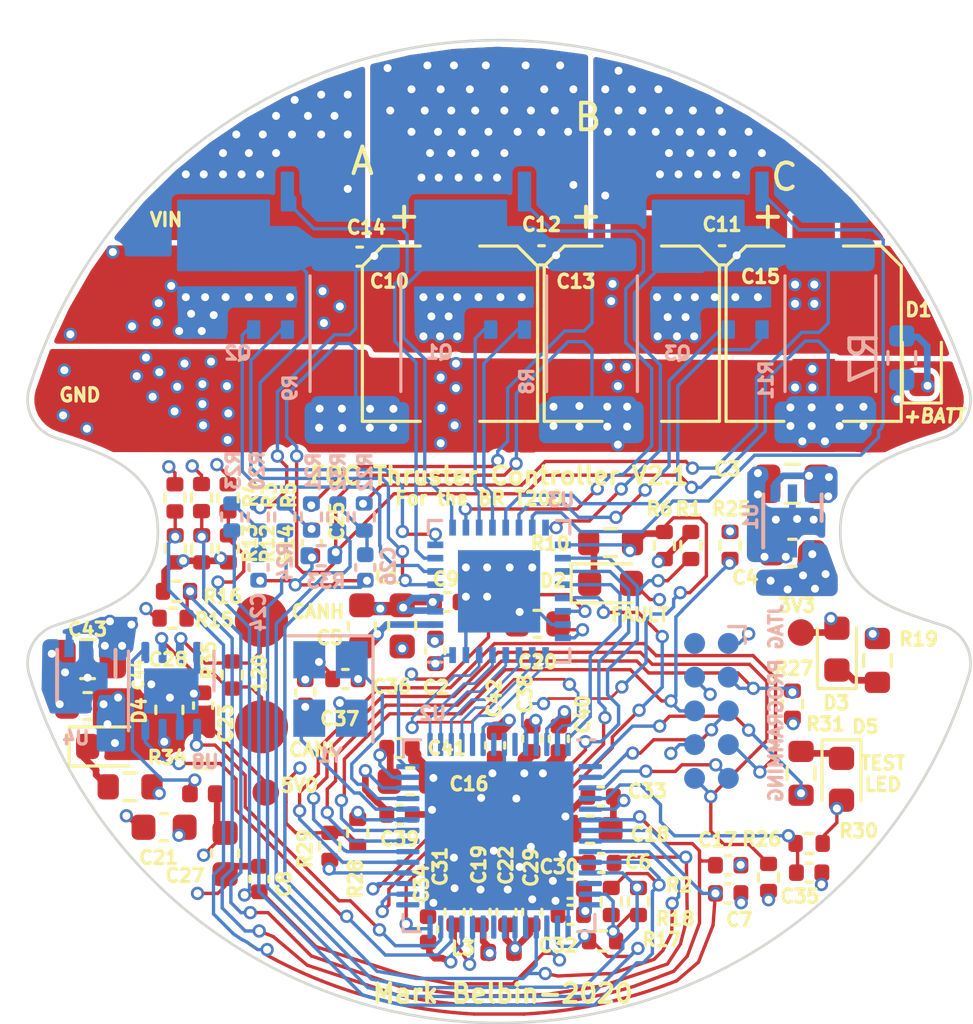
<source format=kicad_pcb>
(kicad_pcb (version 20171130) (host pcbnew "(5.1.9)-1")
  (layers (0 F.Cu signal) (1 In1.Cu power hide) (2 In2.Cu power hide) (31 B.Cu signal) (34 B.Paste user hide) (35 F.Paste user hide) (36 B.SilkS user hide) (37 F.SilkS user hide) (38 B.Mask user hide) (39 F.Mask user hide) (44 Edge.Cuts user))
  (net 0 "")
  (net 1 +BATT)
  (net 2 GND)
  (net 3 "Net-(C2-Pad1)")
  (net 4 "Net-(C2-Pad2)")
  (net 5 /Powertrain/SL_A)
  (net 6 /Powertrain/SL_B)
  (net 7 /Powertrain/SL_C)
  (net 8 "Net-(C20-Pad1)")
  (net 9 "Net-(C22-Pad1)")
  (net 10 +3V3)
  (net 11 "Net-(D1-Pad1)")
  (net 12 "Net-(D2-Pad1)")
  (net 13 "Net-(D3-Pad1)")
  (net 14 /Powertrain/Phase_A)
  (net 15 /Powertrain/Phase_B)
  (net 16 /Powertrain/Phase_C)
  (net 17 /TDI)
  (net 18 /TDO)
  (net 19 /TCK)
  (net 20 /TMS)
  (net 21 /CANL)
  (net 22 /CANH)
  (net 23 /Powertrain/GL_B)
  (net 24 /Powertrain/GH_B)
  (net 25 /Powertrain/SH_B)
  (net 26 /Powertrain/SH_C)
  (net 27 /Powertrain/GH_C)
  (net 28 /Powertrain/GL_C)
  (net 29 /Powertrain/SH_A)
  (net 30 /Powertrain/GH_A)
  (net 31 /Powertrain/GL_A)
  (net 32 /TXCAN)
  (net 33 /RXCAN)
  (net 34 /Powertrain/SPI_MOSI)
  (net 35 /Powertrain/SPI_MISO)
  (net 36 /Powertrain/SPI_CLK)
  (net 37 /Powertrain/EN_GATE)
  (net 38 "Net-(D5-Pad1)")
  (net 39 "Net-(C5-Pad2)")
  (net 40 /Powertrain/VSEN_B)
  (net 41 /Powertrain/VSEN_C)
  (net 42 /Powertrain/VSEN_A)
  (net 43 /Powertrain/PGA_GND)
  (net 44 "Net-(C24-Pad1)")
  (net 45 "Net-(C25-Pad1)")
  (net 46 "Net-(C26-Pad1)")
  (net 47 +3.3VA)
  (net 48 "Net-(C30-Pad1)")
  (net 49 /TI_MCU/~RESET~)
  (net 50 /TI_MCU/X1)
  (net 51 /TI_MCU/X2)
  (net 52 /SCI_RX)
  (net 53 /SCI_TX)
  (net 54 /Powertrain/SNA)
  (net 55 /Powertrain/SPB)
  (net 56 /Powertrain/SPC)
  (net 57 /Powertrain/SPA)
  (net 58 /Powertrain/DAC)
  (net 59 /Powertrain/ISEN_A)
  (net 60 /Powertrain/nFAULT)
  (net 61 /Powertrain/ISEN_B)
  (net 62 /Powertrain/ISEN_C)
  (net 63 /TI_MCU/GPIO32)
  (net 64 /TI_MCU/GPIO24)
  (net 65 /TI_MCU/GPIO6)
  (net 66 /Powertrain/INH_C)
  (net 67 /Powertrain/INL_B)
  (net 68 /Powertrain/INL_A)
  (net 69 /Powertrain/INH_A)
  (net 70 /Powertrain/INH_B)
  (net 71 "Net-(U2-Pad49)")
  (net 72 "Net-(U2-Pad51)")
  (net 73 /Powertrain/INL_C)
  (net 74 "Net-(U2-Pad29)")
  (net 75 /Powertrain/SPI_CS)
  (net 76 "Net-(U2-Pad23)")
  (net 77 "Net-(U2-Pad22)")
  (net 78 "Net-(U2-Pad21)")
  (net 79 "Net-(U2-Pad12)")
  (net 80 /Powertrain/VSEN_PVDD)
  (net 81 "Net-(C16-Pad1)")
  (net 82 "Net-(C18-Pad1)")
  (net 83 "Net-(C31-Pad1)")
  (net 84 "Net-(C38-Pad1)")
  (net 85 +5V)
  (net 86 "Net-(D4-Pad1)")
  (net 87 /TRST)
  (module Thruster_Controller:Crystal_SMD_SeikoEpson_FA238-4pin_3.2x2.5mm (layer B.Cu) (at 93.65 104.175 270)
    (fp_text reference Y1 (at 2.495 0.02) (layer B.SilkS) (effects (font (size 0.5 0.5) (thickness 0.125)) (justify mirror)))
    (fp_text value "20 MHz")
    (pad 1 smd rect (at -1.1 -0.8 270) (size 1.4 1.2) (layers B.Cu B.Paste B.Mask) (net 50 /TI_MCU/X1))
    (pad 2 smd rect (at 1.1 -0.8 270) (size 1.4 1.2) (layers B.Cu B.Paste B.Mask) (net 2 GND))
    (pad 3 smd rect (at 1.1 0.8 270) (size 1.4 1.2) (layers B.Cu B.Paste B.Mask) (net 51 /TI_MCU/X2))
    (pad 2 smd rect (at -1.1 0.8 270) (size 1.4 1.2) (layers B.Cu B.Paste B.Mask) (net 2 GND))
  )
  (module Thruster_Controller:CP_Elec_6.3x5.8 (layer F.Cu) (at 98.15 90.8 270)
    (fp_text reference C10 (at -1.975 2.28 180) (layer F.SilkS) (effects (font (size 0.5 0.5) (thickness 0.125))))
    (fp_text value 220uF)
    (fp_text user + (at -4.4 1.8 270) (layer F.SilkS))
    (pad 1 smd rect (at -2.7 0 90) (size 3.5 1.6) (layers F.Cu F.Paste F.Mask) (net 1 +BATT))
    (pad 2 smd rect (at 2.7 0 90) (size 3.5 1.6) (layers F.Cu F.Paste F.Mask) (net 2 GND))
  )
  (module Thruster_Controller:CP_Elec_6.3x5.8 (layer F.Cu) (at 105 90.8 270)
    (fp_text reference C13 (at -1.965 2.105 180) (layer F.SilkS) (effects (font (size 0.5 0.5) (thickness 0.125))))
    (fp_text value 220uF)
    (fp_text user + (at -4.4 1.8 270) (layer F.SilkS))
    (pad 1 smd rect (at -2.7 0 90) (size 3.5 1.6) (layers F.Cu F.Paste F.Mask) (net 1 +BATT))
    (pad 2 smd rect (at 2.7 0 90) (size 3.5 1.6) (layers F.Cu F.Paste F.Mask) (net 2 GND))
  )
  (module Thruster_Controller:CP_Elec_6.3x5.8 (layer F.Cu) (at 111.85 90.8 270)
    (fp_text reference C15 (at -2.15 2 180) (layer F.SilkS) (effects (font (size 0.5 0.5) (thickness 0.125))))
    (fp_text value 220uF)
    (fp_text user + (at -4.4 1.8 270) (layer F.SilkS))
    (pad 1 smd rect (at -2.7 0 90) (size 3.5 1.6) (layers F.Cu F.Paste F.Mask) (net 1 +BATT))
    (pad 2 smd rect (at 2.7 0 90) (size 3.5 1.6) (layers F.Cu F.Paste F.Mask) (net 2 GND))
  )
  (module Thruster_Controller:SIZF906DT (layer B.Cu) (at 90.12 90.8 180)
    (fp_text reference Q2 (at -0.04 -0.73 180) (layer B.SilkS) (effects (font (size 0.5 0.5) (thickness 0.125)) (justify mirror)))
    (fp_text value SIZF906DT)
    (pad 3 smd roundrect (at -1.905 5.35 180) (size 0.5 1.5) (layers B.Cu B.Paste B.Mask) (roundrect_rratio 0.1) (net 31 /Powertrain/GL_A))
    (pad 5 smd roundrect (at 0.5 5.8 180) (size 3.4 0.6) (layers B.Cu B.Paste B.Mask) (roundrect_rratio 0.1) (net 14 /Powertrain/Phase_A))
    (pad 6 smd custom (at 0 2.65 180) (size 0.5 0.5) (layers B.Cu B.Paste B.Mask) (net 5 /Powertrain/SL_A) (options (clearance outline) (anchor rect)) (primitives (gr_poly (pts (xy 0 -0.25) (xy -2.2 -0.25) (xy -2.2 1.35) (xy -1.2 1.35) (xy -1.2 2.35) (xy 2.2 2.35) (xy 2.2 -0.25)) (width 0.1))))
    (pad 4 smd roundrect (at 0 1.38 180) (size 4.5 0.8) (layers B.Cu B.Paste B.Mask) (roundrect_rratio 0.05) (net 1 +BATT))
    (pad 1 smd roundrect (at -1.905 0.154 180) (size 0.5 0.7) (layers B.Cu B.Paste B.Mask) (roundrect_rratio 0.1) (net 30 /Powertrain/GH_A))
    (pad 4 smd roundrect (at 1.905 0.154 180) (size 0.5 0.7) (layers B.Cu B.Paste B.Mask) (roundrect_rratio 0.1) (net 1 +BATT))
    (pad 2 smd roundrect (at -0.635 0.154 180) (size 0.5 0.7) (layers B.Cu B.Paste B.Mask) (roundrect_rratio 0.1) (net 29 /Powertrain/SH_A))
    (pad 4 smd roundrect (at 0.635 0.154 180) (size 0.5 0.7) (layers B.Cu B.Paste B.Mask) (roundrect_rratio 0.1) (net 1 +BATT))
  )
  (module Connectors:Tag-Connect_TC2050-IDC-NL (layer B.Cu) (at 108 105 270)
    (fp_text reference J5 hide)
    (fp_text value "Pogo Conn" hide)
    (pad "" np_thru_hole circle (at 3.81 1.016 270) (size 0.9906 0.9906) (drill 0.9906) (layers *.Cu *.Mask))
    (pad "" np_thru_hole circle (at 3.81 -1.016 270) (size 0.9906 0.9906) (drill 0.9906) (layers *.Cu *.Mask))
    (pad "" np_thru_hole circle (at -3.81 0 270) (size 0.9906 0.9906) (drill 0.9906) (layers *.Cu *.Mask))
    (pad 1 connect circle (at -2.54 -0.635 270) (size 0.7874 0.7874) (layers B.Cu B.Mask) (net 10 +3V3))
    (pad 2 connect circle (at -1.27 -0.635 270) (size 0.7874 0.7874) (layers B.Cu B.Mask) (net 20 /TMS))
    (pad 3 connect circle (at 0 -0.635 270) (size 0.7874 0.7874) (layers B.Cu B.Mask) (net 53 /SCI_TX))
    (pad 4 connect circle (at 1.27 -0.635 270) (size 0.7874 0.7874) (layers B.Cu B.Mask) (net 19 /TCK))
    (pad 5 connect circle (at 2.54 -0.635 270) (size 0.7874 0.7874) (layers B.Cu B.Mask) (net 52 /SCI_RX))
    (pad 6 connect circle (at 2.54 0.635 270) (size 0.7874 0.7874) (layers B.Cu B.Mask) (net 18 /TDO))
    (pad 7 connect circle (at 1.27 0.635 270) (size 0.7874 0.7874) (layers B.Cu B.Mask) (net 2 GND))
    (pad 8 connect circle (at 0 0.635 270) (size 0.7874 0.7874) (layers B.Cu B.Mask) (net 17 /TDI))
    (pad 9 connect circle (at -1.27 0.635 270) (size 0.7874 0.7874) (layers B.Cu B.Mask) (net 2 GND))
    (pad 10 connect circle (at -2.54 0.635 270) (size 0.7874 0.7874) (layers B.Cu B.Mask) (net 87 /TRST))
  )
  (module Thruster_Controller:Phase_Pad (layer F.Cu) (at 91.95 84.4)
    (fp_text reference J1 hide)
    (fp_text value PHASE_A)
    (pad 1 smd circle (at 0 0) (size 4 4) (layers F.Cu F.Paste F.Mask) (net 14 /Powertrain/Phase_A))
  )
  (module Thruster_Controller:Phase_Pad (layer F.Cu) (at 99.8 82.6)
    (fp_text reference J2 hide)
    (fp_text value PHASE_B)
    (pad 1 smd circle (at 0 0) (size 4 4) (layers F.Cu F.Paste F.Mask) (net 15 /Powertrain/Phase_B))
  )
  (module Thruster_Controller:Phase_Pad (layer F.Cu) (at 107.8 84.15)
    (fp_text reference J3 hide)
    (fp_text value PHASE_C)
    (pad 1 smd circle (at 0 0) (size 4 4) (layers F.Cu F.Paste F.Mask) (net 16 /Powertrain/Phase_C))
  )
  (module Thruster_Controller:SIZF906DT (layer B.Cu) (at 99.05 90.8 180)
    (fp_text reference Q1 (at 1.3 -0.7 180) (layer B.SilkS) (effects (font (size 0.5 0.5) (thickness 0.125)) (justify mirror)))
    (fp_text value SIZF906DT)
    (pad 3 smd roundrect (at -1.905 5.35 180) (size 0.5 1.5) (layers B.Cu B.Paste B.Mask) (roundrect_rratio 0.1) (net 23 /Powertrain/GL_B))
    (pad 5 smd roundrect (at 0.5 5.8 180) (size 3.4 0.6) (layers B.Cu B.Paste B.Mask) (roundrect_rratio 0.1) (net 15 /Powertrain/Phase_B))
    (pad 6 smd custom (at 0 2.65 180) (size 0.5 0.5) (layers B.Cu B.Paste B.Mask) (net 6 /Powertrain/SL_B) (options (clearance outline) (anchor rect)) (primitives (gr_poly (pts (xy 0 -0.25) (xy -2.2 -0.25) (xy -2.2 1.35) (xy -1.2 1.35) (xy -1.2 2.35) (xy 2.2 2.35) (xy 2.2 -0.25)) (width 0.1))))
    (pad 4 smd roundrect (at 0 1.38 180) (size 4.5 0.8) (layers B.Cu B.Paste B.Mask) (roundrect_rratio 0.05) (net 1 +BATT))
    (pad 1 smd roundrect (at -1.905 0.154 180) (size 0.5 0.7) (layers B.Cu B.Paste B.Mask) (roundrect_rratio 0.1) (net 24 /Powertrain/GH_B))
    (pad 4 smd roundrect (at 1.905 0.154 180) (size 0.5 0.7) (layers B.Cu B.Paste B.Mask) (roundrect_rratio 0.1) (net 1 +BATT))
    (pad 2 smd roundrect (at -0.635 0.154 180) (size 0.5 0.7) (layers B.Cu B.Paste B.Mask) (roundrect_rratio 0.1) (net 25 /Powertrain/SH_B))
    (pad 4 smd roundrect (at 0.635 0.154 180) (size 0.5 0.7) (layers B.Cu B.Paste B.Mask) (roundrect_rratio 0.1) (net 1 +BATT))
  )
  (module Thruster_Controller:SIZF906DT (layer B.Cu) (at 108 90.8 180)
    (fp_text reference Q3 (at 1.28 -0.74) (layer B.SilkS) (effects (font (size 0.5 0.5) (thickness 0.125)) (justify mirror)))
    (fp_text value SIZF906DT)
    (pad 3 smd roundrect (at -1.905 5.35 180) (size 0.5 1.5) (layers B.Cu B.Paste B.Mask) (roundrect_rratio 0.1) (net 28 /Powertrain/GL_C))
    (pad 5 smd roundrect (at 0.5 5.8 180) (size 3.4 0.6) (layers B.Cu B.Paste B.Mask) (roundrect_rratio 0.1) (net 16 /Powertrain/Phase_C))
    (pad 6 smd custom (at 0 2.65 180) (size 0.5 0.5) (layers B.Cu B.Paste B.Mask) (net 7 /Powertrain/SL_C) (clearance 0.127) (options (clearance outline) (anchor rect)) (primitives (gr_poly (pts (xy 0 -0.25) (xy -2.2 -0.25) (xy -2.2 1.35) (xy -1.2 1.35) (xy -1.2 2.35) (xy 2.2 2.35) (xy 2.2 -0.25)) (width 0.1))))
    (pad 4 smd roundrect (at 0 1.38 180) (size 4.5 0.8) (layers B.Cu B.Paste B.Mask) (roundrect_rratio 0.05) (net 1 +BATT))
    (pad 1 smd roundrect (at -1.905 0.154 180) (size 0.5 0.7) (layers B.Cu B.Paste B.Mask) (roundrect_rratio 0.1) (net 27 /Powertrain/GH_C))
    (pad 4 smd roundrect (at 1.905 0.154 180) (size 0.5 0.7) (layers B.Cu B.Paste B.Mask) (roundrect_rratio 0.1) (net 1 +BATT))
    (pad 2 smd roundrect (at -0.635 0.154 180) (size 0.5 0.7) (layers B.Cu B.Paste B.Mask) (roundrect_rratio 0.1) (net 26 /Powertrain/SH_C))
    (pad 4 smd roundrect (at 0.635 0.154 180) (size 0.5 0.7) (layers B.Cu B.Paste B.Mask) (roundrect_rratio 0.1) (net 1 +BATT))
  )
  (module Thruster_Controller:Bus_Pad (layer F.Cu) (at 89.9 89.175)
    (fp_text reference J7 hide)
    (fp_text value VIN)
    (pad 1 smd rect (at 0 0) (size 2.5 1.85) (layers F.Cu F.Paste F.Mask) (net 1 +BATT))
  )
  (module Thruster_Controller:Bus_Pad (layer F.Cu) (at 89.825 93.55)
    (fp_text reference J8 hide)
    (fp_text value GND)
    (pad 1 smd rect (at 0 0) (size 2.5 1.85) (layers F.Cu F.Paste F.Mask) (net 2 GND))
  )
  (module Thruster_Controller:CAN_Pad (layer F.Cu) (at 91.05 105.6)
    (fp_text reference J4 hide)
    (fp_text value CANL)
    (pad 1 smd circle (at 0 0) (size 2 2) (layers F.Cu F.Paste F.Mask) (net 21 /CANL))
  )
  (module Thruster_Controller:CAN_Pad (layer F.Cu) (at 91.05 101.6)
    (fp_text reference J6 hide)
    (fp_text value CANH)
    (pad 1 smd circle (at 0 0) (size 2 2) (layers F.Cu F.Paste F.Mask) (net 22 /CANH))
  )
  (module Thruster_Controller:TestPoint_Pad_D1.0mm (layer F.Cu) (at 111.375 102.05)
    (fp_text reference TP1 hide)
    (fp_text value TestPoint hide)
    (pad 1 smd circle (at 0 0) (size 1 1) (layers F.Cu F.Mask) (net 10 +3V3))
  )
  (module Thruster_Controller:TestPoint_Pad_D1.0mm (layer F.Cu) (at 84.775 90.05)
    (fp_text reference TP3 hide)
    (fp_text value TestPoint hide)
    (pad 1 smd circle (at 0 0) (size 1 1) (layers F.Cu F.Mask) (net 1 +BATT))
  )
  (module Thruster_Controller:TestPoint_Pad_D1.0mm (layer F.Cu) (at 91.21 108.07)
    (fp_text reference TP2 hide)
    (fp_text value TestPoint hide)
    (pad 1 smd circle (at 0 0) (size 1 1) (layers F.Cu F.Mask) (net 85 +5V))
  )
  (module MCU_Powertrain:NetTie-2_SMD_5mil (layer B.Cu) (at 103.5 92.7095 270)
    (fp_text reference NT1 hide)
    (fp_text value Net-Tie_2 hide)
    (fp_poly (pts (xy -0.1905 0.0635) (xy 0.1905 0.0635) (xy 0.1905 -0.0635) (xy -0.1905 -0.0635)) (layer B.Cu) (width 0))
    (pad 2 smd circle (at 0.1905 0 270) (size 0.127 0.127) (layers B.Cu) (net 2 GND))
    (pad 1 smd circle (at -0.1905 0 270) (size 0.127 0.127) (layers B.Cu) (net 54 /Powertrain/SNA))
  )
  (module MCU_Powertrain:NetTie-2_SMD_5mil (layer B.Cu) (at 94.6 92.7 270)
    (fp_text reference NT2 hide)
    (fp_text value Net-Tie_2 hide)
    (fp_poly (pts (xy -0.1905 0.0635) (xy 0.1905 0.0635) (xy 0.1905 -0.0635) (xy -0.1905 -0.0635)) (layer B.Cu) (width 0))
    (pad 1 smd circle (at -0.1905 0 270) (size 0.127 0.127) (layers B.Cu) (net 54 /Powertrain/SNA))
    (pad 2 smd circle (at 0.1905 0 270) (size 0.127 0.127) (layers B.Cu) (net 2 GND))
  )
  (module MCU_Powertrain:NetTie-2_SMD_5mil (layer B.Cu) (at 112.4 92.7 270)
    (fp_text reference NT3 hide)
    (fp_text value Net-Tie_2 hide)
    (fp_poly (pts (xy -0.1905 0.0635) (xy 0.1905 0.0635) (xy 0.1905 -0.0635) (xy -0.1905 -0.0635)) (layer B.Cu) (width 0))
    (pad 1 smd circle (at -0.1905 0 270) (size 0.127 0.127) (layers B.Cu) (net 54 /Powertrain/SNA))
    (pad 2 smd circle (at 0.1905 0 270) (size 0.127 0.127) (layers B.Cu) (net 2 GND))
  )
  (module MCU_Powertrain:NetTie-2_SMD_5mil (layer B.Cu) (at 103.5 89 90)
    (fp_text reference NT4 hide)
    (fp_text value Net-Tie_2 hide)
    (fp_poly (pts (xy -0.1905 0.0635) (xy 0.1905 0.0635) (xy 0.1905 -0.0635) (xy -0.1905 -0.0635)) (layer B.Cu) (width 0))
    (pad 2 smd circle (at 0.1905 0 90) (size 0.127 0.127) (layers B.Cu) (net 6 /Powertrain/SL_B))
    (pad 1 smd circle (at -0.1905 0 90) (size 0.127 0.127) (layers B.Cu) (net 55 /Powertrain/SPB))
  )
  (module MCU_Powertrain:NetTie-2_SMD_5mil (layer B.Cu) (at 94.6 89 90)
    (fp_text reference NT5 hide)
    (fp_text value Net-Tie_2 hide)
    (fp_poly (pts (xy -0.1905 0.0635) (xy 0.1905 0.0635) (xy 0.1905 -0.0635) (xy -0.1905 -0.0635)) (layer B.Cu) (width 0))
    (pad 1 smd circle (at -0.1905 0 90) (size 0.127 0.127) (layers B.Cu) (net 57 /Powertrain/SPA))
    (pad 2 smd circle (at 0.1905 0 90) (size 0.127 0.127) (layers B.Cu) (net 5 /Powertrain/SL_A))
  )
  (module MCU_Powertrain:NetTie-2_SMD_5mil (layer B.Cu) (at 112.4 89 90)
    (fp_text reference NT6 hide)
    (fp_text value Net-Tie_2 hide)
    (fp_poly (pts (xy -0.1905 0.0635) (xy 0.1905 0.0635) (xy 0.1905 -0.0635) (xy -0.1905 -0.0635)) (layer B.Cu) (width 0))
    (pad 2 smd circle (at 0.1905 0 90) (size 0.127 0.127) (layers B.Cu) (net 7 /Powertrain/SL_C))
    (pad 1 smd circle (at -0.1905 0 90) (size 0.127 0.127) (layers B.Cu) (net 56 /Powertrain/SPC))
  )
  (module Capacitor_SMD:C_0603_1608Metric (layer F.Cu) (at 96.35 101.8 270)
    (fp_text reference C1 (at -1.86 0.54 180) (layer F.SilkS) (effects (font (size 0.5 0.5) (thickness 0.125))))
    (fp_text value 4.7uF)
    (pad 1 smd roundrect (at -0.775 0 270) (size 0.9 0.95) (layers F.Cu F.Paste F.Mask) (net 1 +BATT))
    (pad 2 smd roundrect (at 0.775 0 270) (size 0.9 0.95) (layers F.Cu F.Paste F.Mask) (net 2 GND))
  )
  (module Capacitor_SMD:C_0402_1005Metric (layer F.Cu) (at 97.6 102.74 90)
    (fp_text reference C2 (at -1.38 0.02 180) (layer F.SilkS) (effects (font (size 0.5 0.5) (thickness 0.125))))
    (fp_text value 0.047uF)
    (pad 1 smd roundrect (at -0.48 0 90) (size 0.56 0.62) (layers F.Cu F.Paste F.Mask) (net 3 "Net-(C2-Pad1)"))
    (pad 2 smd roundrect (at 0.48 0 90) (size 0.56 0.62) (layers F.Cu F.Paste F.Mask) (net 4 "Net-(C2-Pad2)"))
  )
  (module Capacitor_SMD:C_0805_2012Metric (layer F.Cu) (at 111.05 96.45 180)
    (fp_text reference C3 (at 2.45 0.55) (layer F.SilkS) (effects (font (size 0.5 0.5) (thickness 0.125))))
    (fp_text value 1uF)
    (pad 2 smd roundrect (at 0.95 0 180) (size 1 1.45) (layers F.Cu F.Paste F.Mask) (net 2 GND))
    (pad 1 smd roundrect (at -0.95 0 180) (size 1 1.45) (layers F.Cu F.Paste F.Mask) (net 1 +BATT))
  )
  (module Capacitor_SMD:C_0603_1608Metric (layer F.Cu) (at 111.05 99.05 180)
    (fp_text reference C4 (at 1.77 -0.94) (layer F.SilkS) (effects (font (size 0.5 0.5) (thickness 0.125))))
    (fp_text value 1uF)
    (pad 1 smd roundrect (at -0.775 0 180) (size 0.9 0.95) (layers F.Cu F.Paste F.Mask) (net 10 +3V3))
    (pad 2 smd roundrect (at 0.775 0 180) (size 0.9 0.95) (layers F.Cu F.Paste F.Mask) (net 2 GND))
  )
  (module Capacitor_SMD:C_0603_1608Metric (layer F.Cu) (at 94.83 101.8 270)
    (fp_text reference C5 (at 0.45 1.21 180) (layer F.SilkS) (effects (font (size 0.5 0.5) (thickness 0.125))))
    (fp_text value 1uF)
    (pad 2 smd roundrect (at 0.775 0 270) (size 0.9 0.95) (layers F.Cu F.Paste F.Mask) (net 39 "Net-(C5-Pad2)"))
    (pad 1 smd roundrect (at -0.775 0 270) (size 0.9 0.95) (layers F.Cu F.Paste F.Mask) (net 1 +BATT))
  )
  (module Capacitor_SMD:C_0402_1005Metric (layer F.Cu) (at 103.85 110.725 180)
    (fp_text reference C6 (at -1.4 0.035) (layer F.SilkS) (effects (font (size 0.5 0.5) (thickness 0.125))))
    (fp_text value 0.1uF)
    (pad 2 smd roundrect (at 0.48 0 180) (size 0.56 0.62) (layers F.Cu F.Paste F.Mask) (net 2 GND))
    (pad 1 smd roundrect (at -0.48 0 180) (size 0.56 0.62) (layers F.Cu F.Paste F.Mask) (net 40 /Powertrain/VSEN_B))
  )
  (module Capacitor_SMD:C_0402_1005Metric (layer F.Cu) (at 108.63 111.87)
    (fp_text reference C7 (at 0.42 0.99) (layer F.SilkS) (effects (font (size 0.5 0.5) (thickness 0.125))))
    (fp_text value 0.1uF)
    (pad 1 smd roundrect (at -0.48 0) (size 0.56 0.62) (layers F.Cu F.Paste F.Mask) (net 42 /Powertrain/VSEN_A))
    (pad 2 smd roundrect (at 0.48 0) (size 0.56 0.62) (layers F.Cu F.Paste F.Mask) (net 2 GND))
  )
  (module Capacitor_SMD:C_0402_1005Metric (layer F.Cu) (at 90.97 111.33 90)
    (fp_text reference C8 (at -0.19 0.93 90) (layer F.SilkS) (effects (font (size 0.5 0.5) (thickness 0.125))))
    (fp_text value 0.1uF)
    (pad 1 smd roundrect (at -0.48 0 90) (size 0.56 0.62) (layers F.Cu F.Paste F.Mask) (net 41 /Powertrain/VSEN_C))
    (pad 2 smd roundrect (at 0.48 0 90) (size 0.56 0.62) (layers F.Cu F.Paste F.Mask) (net 2 GND))
  )
  (module Capacitor_SMD:C_0402_1005Metric (layer F.Cu) (at 98.05 100.9)
    (fp_text reference C9 (at -0.05 -0.86) (layer F.SilkS) (effects (font (size 0.5 0.5) (thickness 0.125))))
    (fp_text value 0.1uF)
    (pad 2 smd roundrect (at 0.48 0) (size 0.56 0.62) (layers F.Cu F.Paste F.Mask) (net 2 GND))
    (pad 1 smd roundrect (at -0.48 0) (size 0.56 0.62) (layers F.Cu F.Paste F.Mask) (net 1 +BATT))
  )
  (module Capacitor_SMD:C_0402_1005Metric (layer F.Cu) (at 108.4 87.85)
    (fp_text reference C11 (at 0 -1.16) (layer F.SilkS) (effects (font (size 0.5 0.5) (thickness 0.125))))
    (fp_text value 0.01uF)
    (pad 1 smd roundrect (at -0.48 0) (size 0.56 0.62) (layers F.Cu F.Paste F.Mask) (net 1 +BATT))
    (pad 2 smd roundrect (at 0.48 0) (size 0.56 0.62) (layers F.Cu F.Paste F.Mask) (net 7 /Powertrain/SL_C))
  )
  (module Capacitor_SMD:C_0402_1005Metric (layer F.Cu) (at 101.6 87.85)
    (fp_text reference C12 (at 0 -1.16) (layer F.SilkS) (effects (font (size 0.5 0.5) (thickness 0.125))))
    (fp_text value 0.01uF)
    (pad 2 smd roundrect (at 0.48 0) (size 0.56 0.62) (layers F.Cu F.Paste F.Mask) (net 6 /Powertrain/SL_B))
    (pad 1 smd roundrect (at -0.48 0) (size 0.56 0.62) (layers F.Cu F.Paste F.Mask) (net 1 +BATT))
  )
  (module Capacitor_SMD:C_0402_1005Metric (layer F.Cu) (at 94.75 87.9)
    (fp_text reference C14 (at 0.25 -1.1) (layer F.SilkS) (effects (font (size 0.5 0.5) (thickness 0.125))))
    (fp_text value 0.01uF)
    (pad 2 smd roundrect (at 0.48 0) (size 0.56 0.62) (layers F.Cu F.Paste F.Mask) (net 5 /Powertrain/SL_A))
    (pad 1 smd roundrect (at -0.48 0) (size 0.56 0.62) (layers F.Cu F.Paste F.Mask) (net 1 +BATT))
  )
  (module Capacitor_SMD:C_0603_1608Metric (layer F.Cu) (at 96.65 107.65)
    (fp_text reference C16 (at 2.22 0.1) (layer F.SilkS) (effects (font (size 0.5 0.5) (thickness 0.125))))
    (fp_text value 10uF)
    (pad 2 smd roundrect (at 0.775 0) (size 0.9 0.95) (layers F.Cu F.Paste F.Mask) (net 2 GND))
    (pad 1 smd roundrect (at -0.775 0) (size 0.9 0.95) (layers F.Cu F.Paste F.Mask) (net 81 "Net-(C16-Pad1)"))
  )
  (module Capacitor_SMD:C_0402_1005Metric (layer F.Cu) (at 108.63 110.81)
    (fp_text reference C17 (at -0.39 -0.95) (layer F.SilkS) (effects (font (size 0.5 0.5) (thickness 0.125))))
    (fp_text value 0.1uF)
    (pad 1 smd roundrect (at -0.48 0) (size 0.56 0.62) (layers F.Cu F.Paste F.Mask) (net 80 /Powertrain/VSEN_PVDD))
    (pad 2 smd roundrect (at 0.48 0) (size 0.56 0.62) (layers F.Cu F.Paste F.Mask) (net 2 GND))
  )
  (module Capacitor_SMD:C_0603_1608Metric (layer F.Cu) (at 103.425 109.475 180)
    (fp_text reference C18 (at -2.265 -0.175) (layer F.SilkS) (effects (font (size 0.5 0.5) (thickness 0.125))))
    (fp_text value 10uF)
    (pad 1 smd roundrect (at -0.775 0 180) (size 0.9 0.95) (layers F.Cu F.Paste F.Mask) (net 82 "Net-(C18-Pad1)"))
    (pad 2 smd roundrect (at 0.775 0 180) (size 0.9 0.95) (layers F.Cu F.Paste F.Mask) (net 2 GND))
  )
  (module Capacitor_SMD:C_0402_1005Metric (layer F.Cu) (at 99.3 112.575 90)
    (fp_text reference C19 (at 1.785 -0.06 90) (layer F.SilkS) (effects (font (size 0.5 0.5) (thickness 0.125))))
    (fp_text value 2.2uF)
    (pad 1 smd roundrect (at -0.48 0 90) (size 0.56 0.62) (layers F.Cu F.Paste F.Mask) (net 10 +3V3))
    (pad 2 smd roundrect (at 0.48 0 90) (size 0.56 0.62) (layers F.Cu F.Paste F.Mask) (net 2 GND))
  )
  (module Capacitor_SMD:C_0603_1608Metric (layer F.Cu) (at 101.45 101.725 180)
    (fp_text reference C20 (at 0 -1.43) (layer F.SilkS) (effects (font (size 0.5 0.5) (thickness 0.125))))
    (fp_text value 1uF)
    (pad 2 smd roundrect (at 0.775 0 180) (size 0.9 0.95) (layers F.Cu F.Paste F.Mask) (net 2 GND))
    (pad 1 smd roundrect (at -0.775 0 180) (size 0.9 0.95) (layers F.Cu F.Paste F.Mask) (net 8 "Net-(C20-Pad1)"))
  )
  (module Capacitor_SMD:C_0603_1608Metric (layer F.Cu) (at 87.38 109.38)
    (fp_text reference C21 (at -0.2 1.14) (layer F.SilkS) (effects (font (size 0.5 0.5) (thickness 0.125))))
    (fp_text value 10uF)
    (pad 1 smd roundrect (at -0.775 0) (size 0.9 0.95) (layers F.Cu F.Paste F.Mask) (net 10 +3V3))
    (pad 2 smd roundrect (at 0.775 0) (size 0.9 0.95) (layers F.Cu F.Paste F.Mask) (net 2 GND))
  )
  (module Capacitor_SMD:C_0402_1005Metric (layer F.Cu) (at 100.275 112.575 90)
    (fp_text reference C22 (at 1.765 -0.015 90) (layer F.SilkS) (effects (font (size 0.5 0.5) (thickness 0.125))))
    (fp_text value 2.2uF)
    (pad 1 smd roundrect (at -0.48 0 90) (size 0.56 0.62) (layers F.Cu F.Paste F.Mask) (net 9 "Net-(C22-Pad1)"))
    (pad 2 smd roundrect (at 0.48 0 90) (size 0.56 0.62) (layers F.Cu F.Paste F.Mask) (net 2 GND))
  )
  (module Capacitor_SMD:C_0402_1005Metric (layer F.Cu) (at 88.85 104.8 90)
    (fp_text reference C23 (at -0.67 0.86 90) (layer F.SilkS) (effects (font (size 0.5 0.5) (thickness 0.125))))
    (fp_text value 0.1uF)
    (pad 2 smd roundrect (at 0.48 0 90) (size 0.56 0.62) (layers F.Cu F.Paste F.Mask) (net 2 GND))
    (pad 1 smd roundrect (at -0.48 0 90) (size 0.56 0.62) (layers F.Cu F.Paste F.Mask) (net 85 +5V))
  )
  (module Capacitor_SMD:C_0402_1005Metric (layer B.Cu) (at 90.94 99.6 270)
    (fp_text reference C24 (at 1.68 0 90) (layer B.SilkS) (effects (font (size 0.5 0.5) (thickness 0.125)) (justify mirror)))
    (fp_text value 2200pF)
    (pad 2 smd roundrect (at 0.48 0 270) (size 0.56 0.62) (layers B.Cu B.Paste B.Mask) (net 43 /Powertrain/PGA_GND))
    (pad 1 smd roundrect (at -0.48 0 270) (size 0.56 0.62) (layers B.Cu B.Paste B.Mask) (net 44 "Net-(C24-Pad1)"))
  )
  (module Capacitor_SMD:C_0402_1005Metric (layer F.Cu) (at 92.95 98.675 270)
    (fp_text reference C25 (at -0.815 -0.94 90) (layer F.SilkS) (effects (font (size 0.5 0.5) (thickness 0.125))))
    (fp_text value 2200pF)
    (pad 1 smd roundrect (at -0.48 0 270) (size 0.56 0.62) (layers F.Cu F.Paste F.Mask) (net 45 "Net-(C25-Pad1)"))
    (pad 2 smd roundrect (at 0.48 0 270) (size 0.56 0.62) (layers F.Cu F.Paste F.Mask) (net 43 /Powertrain/PGA_GND))
  )
  (module Capacitor_SMD:C_0402_1005Metric (layer B.Cu) (at 94.96 99.6 270)
    (fp_text reference C26 (at -0.05 -0.87 90) (layer B.SilkS) (effects (font (size 0.5 0.5) (thickness 0.125)) (justify mirror)))
    (fp_text value 2200pF)
    (pad 2 smd roundrect (at 0.48 0 270) (size 0.56 0.62) (layers B.Cu B.Paste B.Mask) (net 43 /Powertrain/PGA_GND))
    (pad 1 smd roundrect (at -0.48 0 270) (size 0.56 0.62) (layers B.Cu B.Paste B.Mask) (net 46 "Net-(C26-Pad1)"))
  )
  (module Capacitor_SMD:C_0603_1608Metric (layer F.Cu) (at 89.68 110.37 270)
    (fp_text reference C27 (at 0.83 1.51 180) (layer F.SilkS) (effects (font (size 0.5 0.5) (thickness 0.125))))
    (fp_text value 10uF)
    (pad 2 smd roundrect (at 0.775 0 270) (size 0.9 0.95) (layers F.Cu F.Paste F.Mask) (net 2 GND))
    (pad 1 smd roundrect (at -0.775 0 270) (size 0.9 0.95) (layers F.Cu F.Paste F.Mask) (net 47 +3.3VA))
  )
  (module Capacitor_SMD:C_0603_1608Metric (layer F.Cu) (at 87.58 104.96 90)
    (fp_text reference C28 (at 1.89 -0.04 180) (layer F.SilkS) (effects (font (size 0.5 0.5) (thickness 0.125))))
    (fp_text value 1uF)
    (pad 2 smd roundrect (at 0.775 0 90) (size 0.9 0.95) (layers F.Cu F.Paste F.Mask) (net 2 GND))
    (pad 1 smd roundrect (at -0.775 0 90) (size 0.9 0.95) (layers F.Cu F.Paste F.Mask) (net 85 +5V))
  )
  (module Capacitor_SMD:C_0402_1005Metric (layer F.Cu) (at 101.25 112.575 90)
    (fp_text reference C29 (at 1.685 -0.05 90) (layer F.SilkS) (effects (font (size 0.5 0.5) (thickness 0.125))))
    (fp_text value 2.2uF)
    (pad 2 smd roundrect (at 0.48 0 90) (size 0.56 0.62) (layers F.Cu F.Paste F.Mask) (net 2 GND))
    (pad 1 smd roundrect (at -0.48 0 90) (size 0.56 0.62) (layers F.Cu F.Paste F.Mask) (net 9 "Net-(C22-Pad1)"))
  )
  (module Capacitor_SMD:C_0402_1005Metric (layer F.Cu) (at 102.7 111.7 180)
    (fp_text reference C30 (at 0.44 0.83) (layer F.SilkS) (effects (font (size 0.5 0.5) (thickness 0.125))))
    (fp_text value 2.2uF)
    (pad 1 smd roundrect (at -0.48 0 180) (size 0.56 0.62) (layers F.Cu F.Paste F.Mask) (net 48 "Net-(C30-Pad1)"))
    (pad 2 smd roundrect (at 0.48 0 180) (size 0.56 0.62) (layers F.Cu F.Paste F.Mask) (net 2 GND))
  )
  (module Capacitor_SMD:C_0402_1005Metric (layer F.Cu) (at 98.325 112.575 90)
    (fp_text reference C31 (at 1.715 -0.545 90) (layer F.SilkS) (effects (font (size 0.5 0.5) (thickness 0.125))))
    (fp_text value 0.1uF)
    (pad 1 smd roundrect (at -0.48 0 90) (size 0.56 0.62) (layers F.Cu F.Paste F.Mask) (net 83 "Net-(C31-Pad1)"))
    (pad 2 smd roundrect (at 0.48 0 90) (size 0.56 0.62) (layers F.Cu F.Paste F.Mask) (net 2 GND))
  )
  (module Capacitor_SMD:C_0402_1005Metric (layer F.Cu) (at 102.7 112.675 180)
    (fp_text reference C32 (at 0.48 -1.16) (layer F.SilkS) (effects (font (size 0.5 0.5) (thickness 0.125))))
    (fp_text value 2.2uF)
    (pad 1 smd roundrect (at -0.48 0 180) (size 0.56 0.62) (layers F.Cu F.Paste F.Mask) (net 48 "Net-(C30-Pad1)"))
    (pad 2 smd roundrect (at 0.48 0 180) (size 0.56 0.62) (layers F.Cu F.Paste F.Mask) (net 2 GND))
  )
  (module Capacitor_SMD:C_0402_1005Metric (layer F.Cu) (at 103.825 108.225 180)
    (fp_text reference C33 (at -1.765 0.205) (layer F.SilkS) (effects (font (size 0.5 0.5) (thickness 0.125))))
    (fp_text value 0.1uF)
    (pad 2 smd roundrect (at 0.48 0 180) (size 0.56 0.62) (layers F.Cu F.Paste F.Mask) (net 2 GND))
    (pad 1 smd roundrect (at -0.48 0 180) (size 0.56 0.62) (layers F.Cu F.Paste F.Mask) (net 82 "Net-(C18-Pad1)"))
  )
  (module Capacitor_SMD:C_0402_1005Metric (layer F.Cu) (at 97.325 113.225 90)
    (fp_text reference C34 (at 1.715 -0.245 90) (layer F.SilkS) (effects (font (size 0.5 0.5) (thickness 0.125))))
    (fp_text value 0.1uF)
    (pad 1 smd roundrect (at -0.48 0 90) (size 0.56 0.62) (layers F.Cu F.Paste F.Mask) (net 47 +3.3VA))
    (pad 2 smd roundrect (at 0.48 0 90) (size 0.56 0.62) (layers F.Cu F.Paste F.Mask) (net 2 GND))
  )
  (module Capacitor_SMD:C_0402_1005Metric (layer F.Cu) (at 111.68 111.09)
    (fp_text reference C35 (at -0.35 0.89) (layer F.SilkS) (effects (font (size 0.5 0.5) (thickness 0.125))))
    (fp_text value 10nF)
    (pad 1 smd roundrect (at -0.48 0) (size 0.56 0.62) (layers F.Cu F.Paste F.Mask) (net 49 /TI_MCU/~RESET~))
    (pad 2 smd roundrect (at 0.48 0) (size 0.56 0.62) (layers F.Cu F.Paste F.Mask) (net 2 GND))
  )
  (module Capacitor_SMD:C_0402_1005Metric (layer F.Cu) (at 94.21 103.8 180)
    (fp_text reference C36 (at -1.75 -0.28) (layer F.SilkS) (effects (font (size 0.5 0.5) (thickness 0.125))))
    (fp_text value 9pF)
    (pad 2 smd roundrect (at 0.48 0 180) (size 0.56 0.62) (layers F.Cu F.Paste F.Mask) (net 2 GND))
    (pad 1 smd roundrect (at -0.48 0 180) (size 0.56 0.62) (layers F.Cu F.Paste F.Mask) (net 50 /TI_MCU/X1))
  )
  (module Capacitor_SMD:C_0402_1005Metric (layer F.Cu) (at 92.7 104.3 90)
    (fp_text reference C37 (at -1 1.3) (layer F.SilkS) (effects (font (size 0.5 0.5) (thickness 0.125))))
    (fp_text value 9pF)
    (pad 1 smd roundrect (at -0.48 0 90) (size 0.56 0.62) (layers F.Cu F.Paste F.Mask) (net 51 /TI_MCU/X2))
    (pad 2 smd roundrect (at 0.48 0 90) (size 0.56 0.62) (layers F.Cu F.Paste F.Mask) (net 2 GND))
  )
  (module Capacitor_SMD:C_0402_1005Metric (layer F.Cu) (at 101.25 106.05 270)
    (fp_text reference C38 (at -1.69 0.27 90) (layer F.SilkS) (effects (font (size 0.5 0.5) (thickness 0.125))))
    (fp_text value 0.1uF)
    (pad 2 smd roundrect (at 0.48 0 270) (size 0.56 0.62) (layers F.Cu F.Paste F.Mask) (net 2 GND))
    (pad 1 smd roundrect (at -0.48 0 270) (size 0.56 0.62) (layers F.Cu F.Paste F.Mask) (net 84 "Net-(C38-Pad1)"))
  )
  (module Capacitor_SMD:C_0402_1005Metric (layer F.Cu) (at 96.25 108.9)
    (fp_text reference C39 (at 0 0.92) (layer F.SilkS) (effects (font (size 0.5 0.5) (thickness 0.125))))
    (fp_text value 0.1uF)
    (pad 2 smd roundrect (at 0.48 0) (size 0.56 0.62) (layers F.Cu F.Paste F.Mask) (net 2 GND))
    (pad 1 smd roundrect (at -0.48 0) (size 0.56 0.62) (layers F.Cu F.Paste F.Mask) (net 47 +3.3VA))
  )
  (module Capacitor_SMD:C_0402_1005Metric (layer F.Cu) (at 102.25 106.05 270)
    (fp_text reference C40 (at -0.92 -0.91 90) (layer F.SilkS) (effects (font (size 0.5 0.5) (thickness 0.125))))
    (fp_text value 0.1uF)
    (pad 2 smd roundrect (at 0.48 0 270) (size 0.56 0.62) (layers F.Cu F.Paste F.Mask) (net 2 GND))
    (pad 1 smd roundrect (at -0.48 0 270) (size 0.56 0.62) (layers F.Cu F.Paste F.Mask) (net 47 +3.3VA))
  )
  (module Capacitor_SMD:C_0402_1005Metric (layer F.Cu) (at 96.25 106.4)
    (fp_text reference C41 (at 1.79 0) (layer F.SilkS) (effects (font (size 0.5 0.5) (thickness 0.125))))
    (fp_text value 0.1uF)
    (pad 1 smd roundrect (at -0.48 0) (size 0.56 0.62) (layers F.Cu F.Paste F.Mask) (net 81 "Net-(C16-Pad1)"))
    (pad 2 smd roundrect (at 0.48 0) (size 0.56 0.62) (layers F.Cu F.Paste F.Mask) (net 2 GND))
  )
  (module Capacitor_SMD:C_0402_1005Metric (layer F.Cu) (at 99.85 106.3 270)
    (fp_text reference C42 (at -1.78 0.03 90) (layer F.SilkS) (effects (font (size 0.5 0.5) (thickness 0.125))))
    (fp_text value 0.1uF)
    (pad 2 smd roundrect (at 0.48 0 270) (size 0.56 0.62) (layers F.Cu F.Paste F.Mask) (net 2 GND))
    (pad 1 smd roundrect (at -0.48 0 270) (size 0.56 0.62) (layers F.Cu F.Paste F.Mask) (net 47 +3.3VA))
  )
  (module Capacitor_SMD:C_0805_2012Metric (layer F.Cu) (at 84.5 103.05 180)
    (fp_text reference C43 (at 0 1.12) (layer F.SilkS) (effects (font (size 0.5 0.5) (thickness 0.125))))
    (fp_text value 1uF)
    (pad 1 smd roundrect (at -0.95 0 180) (size 1 1.45) (layers F.Cu F.Paste F.Mask) (net 1 +BATT))
    (pad 2 smd roundrect (at 0.95 0 180) (size 1 1.45) (layers F.Cu F.Paste F.Mask) (net 2 GND))
  )
  (module Capacitor_SMD:C_0603_1608Metric (layer F.Cu) (at 84.5 104.82 180)
    (fp_text reference C44 (at -1.91 1.18 90) (layer F.SilkS) (effects (font (size 0.4 0.4) (thickness 0.1))))
    (fp_text value 1uF)
    (pad 1 smd roundrect (at -0.775 0 180) (size 0.9 0.95) (layers F.Cu F.Paste F.Mask) (net 85 +5V))
    (pad 2 smd roundrect (at 0.775 0 180) (size 0.9 0.95) (layers F.Cu F.Paste F.Mask) (net 2 GND))
  )
  (module LED_SMD:LED_0603_1608Metric (layer F.Cu) (at 115.925 91.925 90)
    (fp_text reference D1 (at 2.025 -0.125 180) (layer F.SilkS) (effects (font (size 0.5 0.5) (thickness 0.125))))
    (fp_text value BLUE)
    (pad 2 smd roundrect (at 0.7875 0 90) (size 0.875 0.95) (layers F.Cu F.Paste F.Mask) (net 1 +BATT))
    (pad 1 smd roundrect (at -0.7875 0 90) (size 0.875 0.95) (layers F.Cu F.Paste F.Mask) (net 11 "Net-(D1-Pad1)"))
  )
  (module LED_SMD:LED_0603_1608Metric (layer F.Cu) (at 104.2 100.2)
    (fp_text reference D2 (at -2.175 -0.1) (layer F.SilkS) (effects (font (size 0.5 0.5) (thickness 0.125))))
    (fp_text value RED)
    (pad 2 smd roundrect (at 0.7875 0) (size 0.875 0.95) (layers F.Cu F.Paste F.Mask) (net 10 +3V3))
    (pad 1 smd roundrect (at -0.7875 0) (size 0.875 0.95) (layers F.Cu F.Paste F.Mask) (net 12 "Net-(D2-Pad1)"))
  )
  (module LED_SMD:LED_0603_1608Metric (layer F.Cu) (at 112.725 102.675 90)
    (fp_text reference D3 (at -2.025 -0.025 180) (layer F.SilkS) (effects (font (size 0.5 0.5) (thickness 0.125))))
    (fp_text value GREEN)
    (pad 1 smd roundrect (at -0.7875 0 90) (size 0.875 0.95) (layers F.Cu F.Paste F.Mask) (net 13 "Net-(D3-Pad1)"))
    (pad 2 smd roundrect (at 0.7875 0 90) (size 0.875 0.95) (layers F.Cu F.Paste F.Mask) (net 10 +3V3))
  )
  (module LED_SMD:LED_0603_1608Metric (layer F.Cu) (at 85.29 106.34)
    (fp_text reference D4 (at 1.16 -1.35 90) (layer F.SilkS) (effects (font (size 0.5 0.5) (thickness 0.125))))
    (fp_text value GREEN)
    (pad 1 smd roundrect (at -0.7875 0) (size 0.875 0.95) (layers F.Cu F.Paste F.Mask) (net 86 "Net-(D4-Pad1)"))
    (pad 2 smd roundrect (at 0.7875 0) (size 0.875 0.95) (layers F.Cu F.Paste F.Mask) (net 85 +5V))
  )
  (module LED_SMD:LED_0603_1608Metric (layer F.Cu) (at 112.9 107.575 270)
    (fp_text reference D5 (at -1.975 -0.9 180) (layer F.SilkS) (effects (font (size 0.5 0.5) (thickness 0.125))))
    (fp_text value Orange)
    (pad 1 smd roundrect (at -0.7875 0 270) (size 0.875 0.95) (layers F.Cu F.Paste F.Mask) (net 38 "Net-(D5-Pad1)"))
    (pad 2 smd roundrect (at 0.7875 0 270) (size 0.875 0.95) (layers F.Cu F.Paste F.Mask) (net 10 +3V3))
  )
  (module Inductor_SMD:L_0402_1005Metric (layer F.Cu) (at 88.84 108.12)
    (fp_text reference L1 (at 0 -1.17) (layer F.SilkS) (effects (font (size 0.5 0.5) (thickness 0.125))))
    (fp_text value "220 Ohm")
    (pad 2 smd roundrect (at 0.485 0) (size 0.59 0.64) (layers F.Cu F.Paste F.Mask) (net 47 +3.3VA))
    (pad 1 smd roundrect (at -0.485 0) (size 0.59 0.64) (layers F.Cu F.Paste F.Mask) (net 10 +3V3))
  )
  (module Inductor_SMD:L_0402_1005Metric (layer F.Cu) (at 100.075 114.09)
    (fp_text reference L3 (at -1.435 -0.15) (layer F.SilkS) (effects (font (size 0.5 0.5) (thickness 0.125))))
    (fp_text value "60 Ohm")
    (pad 1 smd roundrect (at -0.485 0) (size 0.59 0.64) (layers F.Cu F.Paste F.Mask) (net 10 +3V3))
    (pad 2 smd roundrect (at 0.485 0) (size 0.59 0.64) (layers F.Cu F.Paste F.Mask) (net 9 "Net-(C22-Pad1)"))
  )
  (module Resistor_SMD:R_0402_1005Metric (layer F.Cu) (at 107.225 98.775 270)
    (fp_text reference R1 (at -1.375 0.075 180) (layer F.SilkS) (effects (font (size 0.5 0.5) (thickness 0.125))))
    (fp_text value 2.2k)
    (pad 1 smd roundrect (at -0.51 0 270) (size 0.54 0.64) (layers F.Cu F.Paste F.Mask) (net 10 +3V3))
    (pad 2 smd roundrect (at 0.51 0 270) (size 0.54 0.64) (layers F.Cu F.Paste F.Mask) (net 35 /Powertrain/SPI_MISO))
  )
  (module Resistor_SMD:R_0402_1005Metric (layer F.Cu) (at 104.225 112.175 270)
    (fp_text reference R2 (at -0.615 -2.555 180) (layer F.SilkS) (effects (font (size 0.5 0.5) (thickness 0.125))))
    (fp_text value 27.4k)
    (pad 2 smd roundrect (at 0.51 0 270) (size 0.54 0.64) (layers F.Cu F.Paste F.Mask) (net 58 /Powertrain/DAC))
    (pad 1 smd roundrect (at -0.51 0 270) (size 0.54 0.64) (layers F.Cu F.Paste F.Mask) (net 59 /Powertrain/ISEN_A))
  )
  (module Resistor_SMD:R_0402_1005Metric (layer F.Cu) (at 88.79 96.97 270)
    (fp_text reference R3 (at -0.09 -2.56 90) (layer F.SilkS) (effects (font (size 0.5 0.5) (thickness 0.125))))
    (fp_text value 22.0k)
    (pad 1 smd roundrect (at -0.51 0 270) (size 0.54 0.64) (layers F.Cu F.Paste F.Mask) (net 15 /Powertrain/Phase_B))
    (pad 2 smd roundrect (at 0.51 0 270) (size 0.54 0.64) (layers F.Cu F.Paste F.Mask) (net 40 /Powertrain/VSEN_B))
  )
  (module Resistor_SMD:R_0402_1005Metric (layer F.Cu) (at 87.79 96.98 270)
    (fp_text reference R4 (at -0.13 -2.86 90) (layer F.SilkS) (effects (font (size 0.5 0.5) (thickness 0.125))))
    (fp_text value 22.0k)
    (pad 2 smd roundrect (at 0.51 0 270) (size 0.54 0.64) (layers F.Cu F.Paste F.Mask) (net 42 /Powertrain/VSEN_A))
    (pad 1 smd roundrect (at -0.51 0 270) (size 0.54 0.64) (layers F.Cu F.Paste F.Mask) (net 14 /Powertrain/Phase_A))
  )
  (module Resistor_SMD:R_0402_1005Metric (layer F.Cu) (at 89.79 96.98 270)
    (fp_text reference R5 (at -0.1 -2.29 90) (layer F.SilkS) (effects (font (size 0.5 0.5) (thickness 0.125))))
    (fp_text value 22.0k)
    (pad 2 smd roundrect (at 0.51 0 270) (size 0.54 0.64) (layers F.Cu F.Paste F.Mask) (net 41 /Powertrain/VSEN_C))
    (pad 1 smd roundrect (at -0.51 0 270) (size 0.54 0.64) (layers F.Cu F.Paste F.Mask) (net 16 /Powertrain/Phase_C))
  )
  (module Resistor_SMD:R_0402_1005Metric (layer F.Cu) (at 106.225 98.775 90)
    (fp_text reference R6 (at 1.375 -0.175 180) (layer F.SilkS) (effects (font (size 0.5 0.5) (thickness 0.125))))
    (fp_text value 10k)
    (pad 1 smd roundrect (at -0.51 0 90) (size 0.54 0.64) (layers F.Cu F.Paste F.Mask) (net 10 +3V3))
    (pad 2 smd roundrect (at 0.51 0 90) (size 0.54 0.64) (layers F.Cu F.Paste F.Mask) (net 60 /Powertrain/nFAULT))
  )
  (module Resistor_SMD:R_2512_6332Metric (layer B.Cu) (at 103.5 90.8 270)
    (fp_text reference R8 (at 1.79 2.45 90) (layer B.SilkS) (effects (font (size 0.5 0.5) (thickness 0.125)) (justify mirror)))
    (fp_text value 5m)
    (pad 2 smd roundrect (at 2.9625 0 270) (size 1.225 3.35) (layers B.Cu B.Paste B.Mask) (roundrect_rratio 0.2040816326530612) (net 2 GND))
    (pad 1 smd roundrect (at -2.9625 0 270) (size 1.225 3.35) (layers B.Cu B.Paste B.Mask) (roundrect_rratio 0.2040816326530612) (net 6 /Powertrain/SL_B))
  )
  (module Resistor_SMD:R_2512_6332Metric (layer B.Cu) (at 94.59 90.8 270)
    (fp_text reference R9 (at 2.04 2.46 90) (layer B.SilkS) (effects (font (size 0.5 0.5) (thickness 0.125)) (justify mirror)))
    (fp_text value 5m)
    (pad 1 smd roundrect (at -2.9625 0 270) (size 1.225 3.35) (layers B.Cu B.Paste B.Mask) (roundrect_rratio 0.2040816326530612) (net 5 /Powertrain/SL_A))
    (pad 2 smd roundrect (at 2.9625 0 270) (size 1.225 3.35) (layers B.Cu B.Paste B.Mask) (roundrect_rratio 0.2040816326530612) (net 2 GND))
  )
  (module Resistor_SMD:R_0603_1608Metric (layer F.Cu) (at 104.2 98.67)
    (fp_text reference R10 (at -2.275 0.025) (layer F.SilkS) (effects (font (size 0.5 0.5) (thickness 0.125))))
    (fp_text value 330)
    (pad 1 smd roundrect (at -0.825 0) (size 0.8 0.95) (layers F.Cu F.Paste F.Mask) (net 12 "Net-(D2-Pad1)"))
    (pad 2 smd roundrect (at 0.825 0) (size 0.8 0.95) (layers F.Cu F.Paste F.Mask) (net 60 /Powertrain/nFAULT))
  )
  (module Resistor_SMD:R_2512_6332Metric (layer B.Cu) (at 112.48 90.8 270)
    (fp_text reference R11 (at 1.75 2.42 90) (layer B.SilkS) (effects (font (size 0.5 0.5) (thickness 0.125)) (justify mirror)))
    (fp_text value 5m)
    (pad 1 smd roundrect (at -2.9625 0 270) (size 1.225 3.35) (layers B.Cu B.Paste B.Mask) (roundrect_rratio 0.2040816326530612) (net 7 /Powertrain/SL_C))
    (pad 2 smd roundrect (at 2.9625 0 270) (size 1.225 3.35) (layers B.Cu B.Paste B.Mask) (roundrect_rratio 0.2040816326530612) (net 2 GND))
  )
  (module Resistor_SMD:R_0402_1005Metric (layer F.Cu) (at 88.8 98.9 270)
    (fp_text reference R12 (at -0.2 -2.48 90) (layer F.SilkS) (effects (font (size 0.5 0.5) (thickness 0.125))))
    (fp_text value 4.99k)
    (pad 2 smd roundrect (at 0.51 0 270) (size 0.54 0.64) (layers F.Cu F.Paste F.Mask) (net 2 GND))
    (pad 1 smd roundrect (at -0.51 0 270) (size 0.54 0.64) (layers F.Cu F.Paste F.Mask) (net 40 /Powertrain/VSEN_B))
  )
  (module Resistor_SMD:R_0402_1005Metric (layer F.Cu) (at 87.8 98.9 270)
    (fp_text reference R13 (at -0.21 -2.81 90) (layer F.SilkS) (effects (font (size 0.5 0.5) (thickness 0.125))))
    (fp_text value 4.99k)
    (pad 1 smd roundrect (at -0.51 0 270) (size 0.54 0.64) (layers F.Cu F.Paste F.Mask) (net 42 /Powertrain/VSEN_A))
    (pad 2 smd roundrect (at 0.51 0 270) (size 0.54 0.64) (layers F.Cu F.Paste F.Mask) (net 2 GND))
  )
  (module Resistor_SMD:R_0402_1005Metric (layer F.Cu) (at 89.8 98.9 270)
    (fp_text reference R14 (at -0.18 -2.2 90) (layer F.SilkS) (effects (font (size 0.5 0.5) (thickness 0.125))))
    (fp_text value 4.99k)
    (pad 1 smd roundrect (at -0.51 0 270) (size 0.54 0.64) (layers F.Cu F.Paste F.Mask) (net 41 /Powertrain/VSEN_C))
    (pad 2 smd roundrect (at 0.51 0 270) (size 0.54 0.64) (layers F.Cu F.Paste F.Mask) (net 2 GND))
  )
  (module Resistor_SMD:R_0402_1005Metric (layer F.Cu) (at 87.72 101.51)
    (fp_text reference R15 (at 1.55 0.06) (layer F.SilkS) (effects (font (size 0.5 0.5) (thickness 0.125))))
    (fp_text value 22.0k)
    (pad 1 smd roundrect (at -0.51 0) (size 0.54 0.64) (layers F.Cu F.Paste F.Mask) (net 1 +BATT))
    (pad 2 smd roundrect (at 0.51 0) (size 0.54 0.64) (layers F.Cu F.Paste F.Mask) (net 80 /Powertrain/VSEN_PVDD))
  )
  (module Resistor_SMD:R_0402_1005Metric (layer F.Cu) (at 87.85 100.5 180)
    (fp_text reference R16 (at -1.74 -0.2) (layer F.SilkS) (effects (font (size 0.5 0.5) (thickness 0.125))))
    (fp_text value 4.99k)
    (pad 1 smd roundrect (at -0.51 0 180) (size 0.54 0.64) (layers F.Cu F.Paste F.Mask) (net 80 /Powertrain/VSEN_PVDD))
    (pad 2 smd roundrect (at 0.51 0 180) (size 0.54 0.64) (layers F.Cu F.Paste F.Mask) (net 2 GND))
  )
  (module Resistor_SMD:R_0402_1005Metric (layer F.Cu) (at 103.9 113.66)
    (fp_text reference R17 (at 2.22 -0.05) (layer F.SilkS) (effects (font (size 0.5 0.5) (thickness 0.125))))
    (fp_text value 27.4k)
    (pad 1 smd roundrect (at -0.51 0) (size 0.54 0.64) (layers F.Cu F.Paste F.Mask) (net 61 /Powertrain/ISEN_B))
    (pad 2 smd roundrect (at 0.51 0) (size 0.54 0.64) (layers F.Cu F.Paste F.Mask) (net 58 /Powertrain/DAC))
  )
  (module Resistor_SMD:R_0402_1005Metric (layer F.Cu) (at 105.25 112.175 270)
    (fp_text reference R18 (at 0.655 -1.39 180) (layer F.SilkS) (effects (font (size 0.5 0.5) (thickness 0.125))))
    (fp_text value 27.4k)
    (pad 2 smd roundrect (at 0.51 0 270) (size 0.54 0.64) (layers F.Cu F.Paste F.Mask) (net 58 /Powertrain/DAC))
    (pad 1 smd roundrect (at -0.51 0 270) (size 0.54 0.64) (layers F.Cu F.Paste F.Mask) (net 62 /Powertrain/ISEN_C))
  )
  (module Resistor_SMD:R_0603_1608Metric (layer F.Cu) (at 114.25 103.1 90)
    (fp_text reference R19 (at 0.8 1.55 180) (layer F.SilkS) (effects (font (size 0.5 0.5) (thickness 0.125))))
    (fp_text value 100)
    (pad 2 smd roundrect (at 0.825 0 90) (size 0.8 0.95) (layers F.Cu F.Paste F.Mask) (net 2 GND))
    (pad 1 smd roundrect (at -0.825 0 90) (size 0.8 0.95) (layers F.Cu F.Paste F.Mask) (net 13 "Net-(D3-Pad1)"))
  )
  (module Resistor_SMD:R_0402_1005Metric (layer B.Cu) (at 90.93 97.7 270)
    (fp_text reference R20 (at -1.73 0.04 90) (layer B.SilkS) (effects (font (size 0.5 0.5) (thickness 0.125)) (justify mirror)))
    (fp_text value 56)
    (pad 2 smd roundrect (at 0.51 0 270) (size 0.54 0.64) (layers B.Cu B.Paste B.Mask) (net 44 "Net-(C24-Pad1)"))
    (pad 1 smd roundrect (at -0.51 0 270) (size 0.54 0.64) (layers B.Cu B.Paste B.Mask) (net 57 /Powertrain/SPA))
  )
  (module Resistor_SMD:R_0402_1005Metric (layer B.Cu) (at 92.93 97.7 270)
    (fp_text reference R21 (at -1.69 -0.07 90) (layer B.SilkS) (effects (font (size 0.5 0.5) (thickness 0.125)) (justify mirror)))
    (fp_text value 56)
    (pad 1 smd roundrect (at -0.51 0 270) (size 0.54 0.64) (layers B.Cu B.Paste B.Mask) (net 55 /Powertrain/SPB))
    (pad 2 smd roundrect (at 0.51 0 270) (size 0.54 0.64) (layers B.Cu B.Paste B.Mask) (net 45 "Net-(C25-Pad1)"))
  )
  (module Resistor_SMD:R_0402_1005Metric (layer B.Cu) (at 94.92 97.7 270)
    (fp_text reference R22 (at -1.69 -0.03 90) (layer B.SilkS) (effects (font (size 0.5 0.5) (thickness 0.125)) (justify mirror)))
    (fp_text value 56)
    (pad 2 smd roundrect (at 0.51 0 270) (size 0.54 0.64) (layers B.Cu B.Paste B.Mask) (net 46 "Net-(C26-Pad1)"))
    (pad 1 smd roundrect (at -0.51 0 270) (size 0.54 0.64) (layers B.Cu B.Paste B.Mask) (net 56 /Powertrain/SPC))
  )
  (module Resistor_SMD:R_0402_1005Metric (layer B.Cu) (at 89.93 97.7 270)
    (fp_text reference R23 (at -1.76 -0.06 90) (layer B.SilkS) (effects (font (size 0.5 0.5) (thickness 0.125)) (justify mirror)))
    (fp_text value 2.49k)
    (pad 2 smd roundrect (at 0.51 0 270) (size 0.54 0.64) (layers B.Cu B.Paste B.Mask) (net 59 /Powertrain/ISEN_A))
    (pad 1 smd roundrect (at -0.51 0 270) (size 0.54 0.64) (layers B.Cu B.Paste B.Mask) (net 44 "Net-(C24-Pad1)"))
  )
  (module Resistor_SMD:R_0402_1005Metric (layer B.Cu) (at 91.93 97.7 270)
    (fp_text reference R24 (at 1.69 -0.01 90) (layer B.SilkS) (effects (font (size 0.5 0.5) (thickness 0.125)) (justify mirror)))
    (fp_text value 2.49k)
    (pad 2 smd roundrect (at 0.51 0 270) (size 0.54 0.64) (layers B.Cu B.Paste B.Mask) (net 61 /Powertrain/ISEN_B))
    (pad 1 smd roundrect (at -0.51 0 270) (size 0.54 0.64) (layers B.Cu B.Paste B.Mask) (net 45 "Net-(C25-Pad1)"))
  )
  (module Resistor_SMD:R_0402_1005Metric (layer F.Cu) (at 108.7 98.77 270)
    (fp_text reference R25 (at -1.37 -0.05 180) (layer F.SilkS) (effects (font (size 0.5 0.5) (thickness 0.125))))
    (fp_text value 10k)
    (pad 1 smd roundrect (at -0.51 0 270) (size 0.54 0.64) (layers F.Cu F.Paste F.Mask) (net 10 +3V3))
    (pad 2 smd roundrect (at 0.51 0 270) (size 0.54 0.64) (layers F.Cu F.Paste F.Mask) (net 17 /TDI))
  )
  (module Resistor_SMD:R_0402_1005Metric (layer F.Cu) (at 110.15 111.27 90)
    (fp_text reference R26 (at 1.44 -0.26 180) (layer F.SilkS) (effects (font (size 0.5 0.5) (thickness 0.125))))
    (fp_text value 10k)
    (pad 2 smd roundrect (at 0.51 0 90) (size 0.54 0.64) (layers F.Cu F.Paste F.Mask) (net 18 /TDO))
    (pad 1 smd roundrect (at -0.51 0 90) (size 0.54 0.64) (layers F.Cu F.Paste F.Mask) (net 10 +3V3))
  )
  (module Resistor_SMD:R_0402_1005Metric (layer F.Cu) (at 111.05 104.75 90)
    (fp_text reference R27 (at 1.35 0.05 180) (layer F.SilkS) (effects (font (size 0.5 0.5) (thickness 0.125))))
    (fp_text value 2.2k)
    (pad 1 smd roundrect (at -0.51 0 90) (size 0.54 0.64) (layers F.Cu F.Paste F.Mask) (net 10 +3V3))
    (pad 2 smd roundrect (at 0.51 0 90) (size 0.54 0.64) (layers F.Cu F.Paste F.Mask) (net 20 /TMS))
  )
  (module Resistor_SMD:R_0402_1005Metric (layer F.Cu) (at 94.675 109.575 90)
    (fp_text reference R28 (at -1.745 -0.085 90) (layer F.SilkS) (effects (font (size 0.5 0.5) (thickness 0.125))))
    (fp_text value 10k)
    (pad 2 smd roundrect (at 0.51 0 90) (size 0.54 0.64) (layers F.Cu F.Paste F.Mask) (net 63 /TI_MCU/GPIO32))
    (pad 1 smd roundrect (at -0.51 0 90) (size 0.54 0.64) (layers F.Cu F.Paste F.Mask) (net 10 +3V3))
  )
  (module Resistor_SMD:R_0402_1005Metric (layer F.Cu) (at 93.625 110.1 270)
    (fp_text reference R29 (at 0.09 0.935 90) (layer F.SilkS) (effects (font (size 0.5 0.5) (thickness 0.125))))
    (fp_text value 10k)
    (pad 1 smd roundrect (at -0.51 0 270) (size 0.54 0.64) (layers F.Cu F.Paste F.Mask) (net 10 +3V3))
    (pad 2 smd roundrect (at 0.51 0 270) (size 0.54 0.64) (layers F.Cu F.Paste F.Mask) (net 64 /TI_MCU/GPIO24))
  )
  (module Resistor_SMD:R_0402_1005Metric (layer F.Cu) (at 111.68 109.99 180)
    (fp_text reference R30 (at -1.86 0.47) (layer F.SilkS) (effects (font (size 0.5 0.5) (thickness 0.125))))
    (fp_text value 2.2k)
    (pad 2 smd roundrect (at 0.51 0 180) (size 0.54 0.64) (layers F.Cu F.Paste F.Mask) (net 49 /TI_MCU/~RESET~))
    (pad 1 smd roundrect (at -0.51 0 180) (size 0.54 0.64) (layers F.Cu F.Paste F.Mask) (net 10 +3V3))
  )
  (module Resistor_SMD:R_0603_1608Metric (layer F.Cu) (at 111.375 107.35 270)
    (fp_text reference R31 (at -1.85 -0.925 180) (layer F.SilkS) (effects (font (size 0.5 0.5) (thickness 0.125))))
    (fp_text value 680)
    (pad 1 smd roundrect (at -0.825 0 270) (size 0.8 0.95) (layers F.Cu F.Paste F.Mask) (net 38 "Net-(D5-Pad1)"))
    (pad 2 smd roundrect (at 0.825 0 270) (size 0.8 0.95) (layers F.Cu F.Paste F.Mask) (net 65 /TI_MCU/GPIO6))
  )
  (module Resistor_SMD:R_0402_1005Metric (layer B.Cu) (at 93.925 97.7 270)
    (fp_text reference R32 (at -1.69 -0.015 90) (layer B.SilkS) (effects (font (size 0.5 0.5) (thickness 0.125)) (justify mirror)))
    (fp_text value 2.49k)
    (pad 2 smd roundrect (at 0.51 0 270) (size 0.54 0.64) (layers B.Cu B.Paste B.Mask) (net 62 /Powertrain/ISEN_C))
    (pad 1 smd roundrect (at -0.51 0 270) (size 0.54 0.64) (layers B.Cu B.Paste B.Mask) (net 46 "Net-(C26-Pad1)"))
  )
  (module Resistor_SMD:R_0402_1005Metric (layer B.Cu) (at 93.3 99.16 180)
    (fp_text reference R33 (at -0.18 -0.96 180) (layer B.SilkS) (effects (font (size 0.5 0.5) (thickness 0.125)) (justify mirror)))
    (fp_text value 56)
    (pad 1 smd roundrect (at -0.51 0 180) (size 0.54 0.64) (layers B.Cu B.Paste B.Mask) (net 54 /Powertrain/SNA))
    (pad 2 smd roundrect (at 0.51 0 180) (size 0.54 0.64) (layers B.Cu B.Paste B.Mask) (net 43 /Powertrain/PGA_GND))
  )
  (module Resistor_SMD:R_0603_1608Metric (layer F.Cu) (at 86.1 107.86)
    (fp_text reference R34 (at 1.4 -1.1) (layer F.SilkS) (effects (font (size 0.5 0.5) (thickness 0.125))))
    (fp_text value 220)
    (pad 2 smd roundrect (at 0.825 0) (size 0.8 0.95) (layers F.Cu F.Paste F.Mask) (net 2 GND))
    (pad 1 smd roundrect (at -0.825 0) (size 0.8 0.95) (layers F.Cu F.Paste F.Mask) (net 86 "Net-(D4-Pad1)"))
  )
  (module Resistor_SMD:R_0402_1005Metric (layer F.Cu) (at 89.95 103.65 90)
    (fp_text reference R35 (at 0.56 -0.88 90) (layer F.SilkS) (effects (font (size 0.5 0.5) (thickness 0.125))))
    (fp_text value 120)
    (pad 1 smd roundrect (at -0.51 0 90) (size 0.54 0.64) (layers F.Cu F.Paste F.Mask) (net 21 /CANL))
    (pad 2 smd roundrect (at 0.51 0 90) (size 0.54 0.64) (layers F.Cu F.Paste F.Mask) (net 22 /CANH))
  )
  (module Package_DFN_QFN:DFN-6-1EP_2x2mm_P0.65mm_EP1x1.6mm (layer B.Cu) (at 111.05 97.85 90)
    (fp_text reference U1 (at 0.16 -1.57 90) (layer B.SilkS) (effects (font (size 0.5 0.5) (thickness 0.125)) (justify mirror)))
    (fp_text value NCP718AMT330)
    (pad 7 smd rect (at 0 0 90) (size 1 1.6) (layers B.Cu B.Mask) (net 2 GND))
    (pad 6 smd rect (at 1.05 0.65 90) (size 0.65 0.35) (layers B.Cu B.Paste B.Mask) (net 1 +BATT))
    (pad 5 smd rect (at 1.05 0 90) (size 0.65 0.35) (layers B.Cu B.Paste B.Mask) (net 2 GND))
    (pad 4 smd rect (at 1.05 -0.65 90) (size 0.65 0.35) (layers B.Cu B.Paste B.Mask) (net 1 +BATT))
    (pad 3 smd rect (at -1.05 -0.65 90) (size 0.65 0.35) (layers B.Cu B.Paste B.Mask) (net 2 GND))
    (pad 2 smd rect (at -1.05 0 90) (size 0.65 0.35) (layers B.Cu B.Paste B.Mask) (net 2 GND))
    (pad 1 smd rect (at -1.05 0.65 90) (size 0.65 0.35) (layers B.Cu B.Paste B.Mask) (net 10 +3V3))
  )
  (module Package_DFN_QFN:QFN-56-1EP_7x7mm_P0.4mm_EP5.6x5.6mm (layer B.Cu) (at 100 109.7 180)
    (fp_text reference U2 (at 2.5 4.6) (layer B.SilkS) (effects (font (size 0.5 0.5) (thickness 0.125)) (justify mirror)))
    (fp_text value TMS320F280041C)
    (pad 1 smd roundrect (at -3.4375 2.6 180) (size 0.875 0.2) (layers B.Cu B.Paste B.Mask) (net 65 /TI_MCU/GPIO6))
    (pad 2 smd roundrect (at -3.4375 2.2 180) (size 0.875 0.2) (layers B.Cu B.Paste B.Mask) (net 53 /SCI_TX))
    (pad 3 smd roundrect (at -3.4375 1.8 180) (size 0.875 0.2) (layers B.Cu B.Paste B.Mask) (net 52 /SCI_RX))
    (pad 4 smd roundrect (at -3.4375 1.4 180) (size 0.875 0.2) (layers B.Cu B.Paste B.Mask) (net 49 /TI_MCU/~RESET~))
    (pad 5 smd roundrect (at -3.4375 1 180) (size 0.875 0.2) (layers B.Cu B.Paste B.Mask) (net 82 "Net-(C18-Pad1)"))
    (pad 6 smd roundrect (at -3.4375 0.6 180) (size 0.875 0.2) (layers B.Cu B.Paste B.Mask) (net 80 /Powertrain/VSEN_PVDD))
    (pad 7 smd roundrect (at -3.4375 0.2 180) (size 0.875 0.2) (layers B.Cu B.Paste B.Mask) (net 40 /Powertrain/VSEN_B))
    (pad 8 smd roundrect (at -3.4375 -0.2 180) (size 0.875 0.2) (layers B.Cu B.Paste B.Mask) (net 42 /Powertrain/VSEN_A))
    (pad 9 smd roundrect (at -3.4375 -0.6 180) (size 0.875 0.2) (layers B.Cu B.Paste B.Mask) (net 43 /Powertrain/PGA_GND))
    (pad 10 smd roundrect (at -3.4375 -1 180) (size 0.875 0.2) (layers B.Cu B.Paste B.Mask) (net 59 /Powertrain/ISEN_A))
    (pad 11 smd roundrect (at -3.4375 -1.4 180) (size 0.875 0.2) (layers B.Cu B.Paste B.Mask) (net 62 /Powertrain/ISEN_C))
    (pad 12 smd roundrect (at -3.4375 -1.8 180) (size 0.875 0.2) (layers B.Cu B.Paste B.Mask) (net 79 "Net-(U2-Pad12)"))
    (pad 13 smd roundrect (at -3.4375 -2.2 180) (size 0.875 0.2) (layers B.Cu B.Paste B.Mask) (net 58 /Powertrain/DAC))
    (pad 14 smd roundrect (at -3.4375 -2.6 180) (size 0.875 0.2) (layers B.Cu B.Paste B.Mask) (net 48 "Net-(C30-Pad1)"))
    (pad 15 smd roundrect (at -2.6 -3.4375 180) (size 0.2 0.875) (layers B.Cu B.Paste B.Mask) (net 2 GND))
    (pad 16 smd roundrect (at -2.2 -3.4375 180) (size 0.2 0.875) (layers B.Cu B.Paste B.Mask) (net 61 /Powertrain/ISEN_B))
    (pad 17 smd roundrect (at -1.8 -3.4375 180) (size 0.2 0.875) (layers B.Cu B.Paste B.Mask) (net 41 /Powertrain/VSEN_C))
    (pad 18 smd roundrect (at -1.4 -3.4375 180) (size 0.2 0.875) (layers B.Cu B.Paste B.Mask) (net 43 /Powertrain/PGA_GND))
    (pad 19 smd roundrect (at -1 -3.4375 180) (size 0.2 0.875) (layers B.Cu B.Paste B.Mask) (net 2 GND))
    (pad 20 smd roundrect (at -0.6 -3.4375 180) (size 0.2 0.875) (layers B.Cu B.Paste B.Mask) (net 9 "Net-(C22-Pad1)"))
    (pad 21 smd roundrect (at -0.2 -3.4375 180) (size 0.2 0.875) (layers B.Cu B.Paste B.Mask) (net 78 "Net-(U2-Pad21)"))
    (pad 22 smd roundrect (at 0.2 -3.4375 180) (size 0.2 0.875) (layers B.Cu B.Paste B.Mask) (net 77 "Net-(U2-Pad22)"))
    (pad 23 smd roundrect (at 0.6 -3.4375 180) (size 0.2 0.875) (layers B.Cu B.Paste B.Mask) (net 76 "Net-(U2-Pad23)"))
    (pad 24 smd roundrect (at 1 -3.4375 180) (size 0.2 0.875) (layers B.Cu B.Paste B.Mask) (net 83 "Net-(C31-Pad1)"))
    (pad 25 smd roundrect (at 1.4 -3.4375 180) (size 0.2 0.875) (layers B.Cu B.Paste B.Mask) (net 47 +3.3VA))
    (pad 26 smd roundrect (at 1.8 -3.4375 180) (size 0.2 0.875) (layers B.Cu B.Paste B.Mask) (net 33 /RXCAN))
    (pad 27 smd roundrect (at 2.2 -3.4375 180) (size 0.2 0.875) (layers B.Cu B.Paste B.Mask) (net 32 /TXCAN))
    (pad 28 smd roundrect (at 2.6 -3.4375 180) (size 0.2 0.875) (layers B.Cu B.Paste B.Mask) (net 75 /Powertrain/SPI_CS))
    (pad 29 smd roundrect (at 3.4375 -2.6 180) (size 0.875 0.2) (layers B.Cu B.Paste B.Mask) (net 74 "Net-(U2-Pad29)"))
    (pad 30 smd roundrect (at 3.4375 -2.2 180) (size 0.875 0.2) (layers B.Cu B.Paste B.Mask) (net 34 /Powertrain/SPI_MOSI))
    (pad 31 smd roundrect (at 3.4375 -1.8 180) (size 0.875 0.2) (layers B.Cu B.Paste B.Mask) (net 35 /Powertrain/SPI_MISO))
    (pad 32 smd roundrect (at 3.4375 -1.4 180) (size 0.875 0.2) (layers B.Cu B.Paste B.Mask) (net 64 /TI_MCU/GPIO24))
    (pad 33 smd roundrect (at 3.4375 -1 180) (size 0.875 0.2) (layers B.Cu B.Paste B.Mask) (net 19 /TCK))
    (pad 34 smd roundrect (at 3.4375 -0.6 180) (size 0.875 0.2) (layers B.Cu B.Paste B.Mask) (net 18 /TDO))
    (pad 35 smd roundrect (at 3.4375 -0.2 180) (size 0.875 0.2) (layers B.Cu B.Paste B.Mask) (net 20 /TMS))
    (pad 36 smd roundrect (at 3.4375 0.2 180) (size 0.875 0.2) (layers B.Cu B.Paste B.Mask) (net 17 /TDI))
    (pad 37 smd roundrect (at 3.4375 0.6 180) (size 0.875 0.2) (layers B.Cu B.Paste B.Mask) (net 63 /TI_MCU/GPIO32))
    (pad 38 smd roundrect (at 3.4375 1 180) (size 0.875 0.2) (layers B.Cu B.Paste B.Mask) (net 51 /TI_MCU/X2))
    (pad 39 smd roundrect (at 3.4375 1.4 180) (size 0.875 0.2) (layers B.Cu B.Paste B.Mask) (net 50 /TI_MCU/X1))
    (pad 40 smd roundrect (at 3.4375 1.8 180) (size 0.875 0.2) (layers B.Cu B.Paste B.Mask) (net 47 +3.3VA))
    (pad 41 smd roundrect (at 3.4375 2.2 180) (size 0.875 0.2) (layers B.Cu B.Paste B.Mask) (net 81 "Net-(C16-Pad1)"))
    (pad 42 smd roundrect (at 3.4375 2.6 180) (size 0.875 0.2) (layers B.Cu B.Paste B.Mask) (net 37 /Powertrain/EN_GATE))
    (pad 43 smd roundrect (at 2.6 3.4375 180) (size 0.2 0.875) (layers B.Cu B.Paste B.Mask) (net 66 /Powertrain/INH_C))
    (pad 44 smd roundrect (at 2.2 3.4375 180) (size 0.2 0.875) (layers B.Cu B.Paste B.Mask) (net 67 /Powertrain/INL_B))
    (pad 45 smd roundrect (at 1.8 3.4375 180) (size 0.2 0.875) (layers B.Cu B.Paste B.Mask) (net 70 /Powertrain/INH_B))
    (pad 46 smd roundrect (at 1.4 3.4375 180) (size 0.2 0.875) (layers B.Cu B.Paste B.Mask) (net 68 /Powertrain/INL_A))
    (pad 47 smd roundrect (at 1 3.4375 180) (size 0.2 0.875) (layers B.Cu B.Paste B.Mask) (net 69 /Powertrain/INH_A))
    (pad 48 smd roundrect (at 0.6 3.4375 180) (size 0.2 0.875) (layers B.Cu B.Paste B.Mask) (net 47 +3.3VA))
    (pad 49 smd roundrect (at 0.2 3.4375 180) (size 0.2 0.875) (layers B.Cu B.Paste B.Mask) (net 71 "Net-(U2-Pad49)"))
    (pad 50 smd roundrect (at -0.2 3.4375 180) (size 0.2 0.875) (layers B.Cu B.Paste B.Mask) (net 2 GND))
    (pad 51 smd roundrect (at -0.6 3.4375 180) (size 0.2 0.875) (layers B.Cu B.Paste B.Mask) (net 72 "Net-(U2-Pad51)"))
    (pad 52 smd roundrect (at -1 3.4375 180) (size 0.2 0.875) (layers B.Cu B.Paste B.Mask) (net 60 /Powertrain/nFAULT))
    (pad 53 smd roundrect (at -1.4 3.4375 180) (size 0.2 0.875) (layers B.Cu B.Paste B.Mask) (net 84 "Net-(C38-Pad1)"))
    (pad 54 smd roundrect (at -1.8 3.4375 180) (size 0.2 0.875) (layers B.Cu B.Paste B.Mask) (net 47 +3.3VA))
    (pad 55 smd roundrect (at -2.2 3.4375 180) (size 0.2 0.875) (layers B.Cu B.Paste B.Mask) (net 73 /Powertrain/INL_C))
    (pad 56 smd roundrect (at -2.6 3.4375 180) (size 0.2 0.875) (layers B.Cu B.Paste B.Mask) (net 36 /Powertrain/SPI_CLK))
    (pad 57 smd rect (at 0 0 180) (size 5.6 5.6) (layers B.Cu B.Mask) (net 2 GND))
  )
  (module Package_DFN_QFN:WQFN-32-1EP_5x5mm_P0.5mm_EP3.1x3.1mm (layer B.Cu) (at 100 100.5)
    (fp_text reference U3 (at 2.33 -3.44) (layer B.SilkS) (effects (font (size 0.5 0.5) (thickness 0.125)) (justify mirror)))
    (fp_text value DRV8320S)
    (pad 33 smd rect (at 0 0) (size 3.1 3.1) (layers B.Cu B.Mask) (net 2 GND))
    (pad 1 smd rect (at -2.4 1.75 270) (size 0.25 0.6) (layers B.Cu B.Paste B.Mask) (net 4 "Net-(C2-Pad2)"))
    (pad 2 smd rect (at -2.4 1.25 270) (size 0.25 0.6) (layers B.Cu B.Paste B.Mask) (net 39 "Net-(C5-Pad2)"))
    (pad 3 smd rect (at -2.4 0.75 270) (size 0.25 0.6) (layers B.Cu B.Paste B.Mask) (net 1 +BATT))
    (pad 4 smd rect (at -2.4 0.25 270) (size 0.25 0.6) (layers B.Cu B.Paste B.Mask) (net 1 +BATT))
    (pad 5 smd rect (at -2.4 -0.25 270) (size 0.25 0.6) (layers B.Cu B.Paste B.Mask) (net 30 /Powertrain/GH_A))
    (pad 6 smd rect (at -2.4 -0.75 270) (size 0.25 0.6) (layers B.Cu B.Paste B.Mask) (net 29 /Powertrain/SH_A))
    (pad 7 smd rect (at -2.4 -1.25 270) (size 0.25 0.6) (layers B.Cu B.Paste B.Mask) (net 31 /Powertrain/GL_A))
    (pad 8 smd rect (at -2.4 -1.75 270) (size 0.25 0.6) (layers B.Cu B.Paste B.Mask) (net 5 /Powertrain/SL_A))
    (pad 9 smd rect (at -1.75 -2.4) (size 0.25 0.6) (layers B.Cu B.Paste B.Mask) (net 6 /Powertrain/SL_B))
    (pad 10 smd rect (at -1.25 -2.4) (size 0.25 0.6) (layers B.Cu B.Paste B.Mask) (net 23 /Powertrain/GL_B))
    (pad 11 smd rect (at -0.75 -2.4) (size 0.25 0.6) (layers B.Cu B.Paste B.Mask) (net 25 /Powertrain/SH_B))
    (pad 12 smd rect (at -0.25 -2.4) (size 0.25 0.6) (layers B.Cu B.Paste B.Mask) (net 24 /Powertrain/GH_B))
    (pad 13 smd rect (at 0.25 -2.4) (size 0.25 0.6) (layers B.Cu B.Paste B.Mask) (net 27 /Powertrain/GH_C))
    (pad 14 smd rect (at 0.75 -2.4) (size 0.25 0.6) (layers B.Cu B.Paste B.Mask) (net 26 /Powertrain/SH_C))
    (pad 15 smd rect (at 1.25 -2.4) (size 0.25 0.6) (layers B.Cu B.Paste B.Mask) (net 28 /Powertrain/GL_C))
    (pad 16 smd rect (at 1.75 -2.4) (size 0.25 0.6) (layers B.Cu B.Paste B.Mask) (net 7 /Powertrain/SL_C))
    (pad 17 smd rect (at 2.4 -1.75 270) (size 0.25 0.6) (layers B.Cu B.Paste B.Mask) (net 60 /Powertrain/nFAULT))
    (pad 18 smd rect (at 2.4 -1.25 270) (size 0.25 0.6) (layers B.Cu B.Paste B.Mask) (net 35 /Powertrain/SPI_MISO))
    (pad 19 smd rect (at 2.4 -0.75 270) (size 0.25 0.6) (layers B.Cu B.Paste B.Mask) (net 34 /Powertrain/SPI_MOSI))
    (pad 20 smd rect (at 2.4 -0.25 270) (size 0.25 0.6) (layers B.Cu B.Paste B.Mask) (net 36 /Powertrain/SPI_CLK))
    (pad 21 smd rect (at 2.4 0.25 270) (size 0.25 0.6) (layers B.Cu B.Paste B.Mask) (net 75 /Powertrain/SPI_CS))
    (pad 22 smd rect (at 2.4 0.75 270) (size 0.25 0.6) (layers B.Cu B.Paste B.Mask) (net 37 /Powertrain/EN_GATE))
    (pad 23 smd rect (at 2.4 1.25 270) (size 0.25 0.6) (layers B.Cu B.Paste B.Mask) (net 2 GND))
    (pad 24 smd rect (at 2.4 1.75 270) (size 0.25 0.6) (layers B.Cu B.Paste B.Mask) (net 8 "Net-(C20-Pad1)"))
    (pad 25 smd rect (at 1.75 2.4) (size 0.25 0.6) (layers B.Cu B.Paste B.Mask) (net 69 /Powertrain/INH_A))
    (pad 26 smd rect (at 1.25 2.4) (size 0.25 0.6) (layers B.Cu B.Paste B.Mask) (net 68 /Powertrain/INL_A))
    (pad 27 smd rect (at 0.75 2.4) (size 0.25 0.6) (layers B.Cu B.Paste B.Mask) (net 70 /Powertrain/INH_B))
    (pad 28 smd rect (at 0.25 2.4) (size 0.25 0.6) (layers B.Cu B.Paste B.Mask) (net 67 /Powertrain/INL_B))
    (pad 29 smd rect (at -0.25 2.4) (size 0.25 0.6) (layers B.Cu B.Paste B.Mask) (net 66 /Powertrain/INH_C))
    (pad 30 smd rect (at -0.75 2.4) (size 0.25 0.6) (layers B.Cu B.Paste B.Mask) (net 73 /Powertrain/INL_C))
    (pad 31 smd rect (at -1.25 2.4) (size 0.25 0.6) (layers B.Cu B.Paste B.Mask) (net 2 GND))
    (pad 32 smd rect (at -1.75 2.4) (size 0.25 0.6) (layers B.Cu B.Paste B.Mask) (net 3 "Net-(C2-Pad1)"))
  )
  (module Package_DFN_QFN:DFN-6-1EP_2x2mm_P0.65mm_EP1x1.6mm (layer B.Cu) (at 84.45 103.7 90)
    (fp_text reference U4 (at -2.32 -0.39 180) (layer B.SilkS) (effects (font (size 0.5 0.5) (thickness 0.125)) (justify mirror)))
    (fp_text value NCP718AMT500)
    (pad 1 smd rect (at -1.05 0.65 90) (size 0.65 0.35) (layers B.Cu B.Paste B.Mask) (net 85 +5V))
    (pad 2 smd rect (at -1.05 0 90) (size 0.65 0.35) (layers B.Cu B.Paste B.Mask) (net 2 GND))
    (pad 3 smd rect (at -1.05 -0.65 90) (size 0.65 0.35) (layers B.Cu B.Paste B.Mask) (net 2 GND))
    (pad 4 smd rect (at 1.05 -0.65 90) (size 0.65 0.35) (layers B.Cu B.Paste B.Mask) (net 1 +BATT))
    (pad 5 smd rect (at 1.05 0 90) (size 0.65 0.35) (layers B.Cu B.Paste B.Mask) (net 2 GND))
    (pad 6 smd rect (at 1.05 0.65 90) (size 0.65 0.35) (layers B.Cu B.Paste B.Mask) (net 1 +BATT))
    (pad 7 smd rect (at 0 0 90) (size 1 1.6) (layers B.Cu B.Mask) (net 2 GND))
  )
  (module Package_DFN_QFN:DFN-8-1EP_3x3mm_P0.65mm_EP1.7x2.05mm (layer B.Cu) (at 87.65 104.25 90)
    (fp_text reference U8 (at -2.66 1.28 180) (layer B.SilkS) (effects (font (size 0.5 0.5) (thickness 0.125)) (justify mirror)))
    (fp_text value ATA6561)
    (pad 1 smd roundrect (at -1.45 0.975 90) (size 0.8 0.3) (layers B.Cu B.Paste B.Mask) (net 32 /TXCAN))
    (pad 2 smd roundrect (at -1.45 0.325 90) (size 0.8 0.3) (layers B.Cu B.Paste B.Mask) (net 2 GND))
    (pad 3 smd roundrect (at -1.45 -0.325 90) (size 0.8 0.3) (layers B.Cu B.Paste B.Mask) (net 85 +5V))
    (pad 4 smd roundrect (at -1.45 -0.975 90) (size 0.8 0.3) (layers B.Cu B.Paste B.Mask) (net 33 /RXCAN))
    (pad 5 smd roundrect (at 1.45 -0.975 90) (size 0.8 0.3) (layers B.Cu B.Paste B.Mask) (net 10 +3V3))
    (pad 6 smd roundrect (at 1.45 -0.325 90) (size 0.8 0.3) (layers B.Cu B.Paste B.Mask) (net 21 /CANL))
    (pad 7 smd roundrect (at 1.45 0.325 90) (size 0.8 0.3) (layers B.Cu B.Paste B.Mask) (net 22 /CANH))
    (pad 8 smd roundrect (at 1.45 0.975 90) (size 0.8 0.3) (layers B.Cu B.Paste B.Mask) (net 2 GND))
    (pad 9 smd rect (at 0 0 90) (size 1.7 2.05) (layers B.Cu B.Mask) (net 2 GND))
  )
  (module Resistor_SMD:R_0603_1608Metric (layer B.Cu) (at 115.17 91.71 270)
    (fp_text reference R7 (at 0 1.43 90) (layer B.SilkS) (effects (justify mirror)))
    (fp_text value 2.7k)
    (pad 1 smd roundrect (at -0.825 0 270) (size 0.8 0.95) (layers B.Cu B.Paste B.Mask) (net 11 "Net-(D1-Pad1)"))
    (pad 2 smd roundrect (at 0.825 0 270) (size 0.8 0.95) (layers B.Cu B.Paste B.Mask) (net 2 GND))
  )
  (gr_text +BATT (at 116.4 93.9) (layer F.SilkS) (effects (font (size 0.5 0.5) (thickness 0.125) italic)))
  (gr_text 5V0 (at 92.48 107.81) (layer F.SilkS) (effects (font (size 0.5 0.5) (thickness 0.125))))
  (gr_text "TEST\nLED" (at 114.46 107.37) (layer F.SilkS) (effects (font (size 0.5 0.5) (thickness 0.125))))
  (gr_text FAULT (at 105.3 101.39) (layer F.SilkS) (effects (font (size 0.5 0.5) (thickness 0.125))))
  (gr_curve (pts (xy 112.939482 99.03596) (xy 112.880126 98.787311) (xy 112.85 98.513679) (xy 112.85 98.25)) (layer Edge.Cuts) (width 0.1))
  (gr_curve (pts (xy 113.201097 99.711569) (xy 113.087423 99.508275) (xy 112.998838 99.284609) (xy 112.939482 99.03596)) (layer Edge.Cuts) (width 0.1))
  (gr_curve (pts (xy 114.126886 100.70177) (xy 113.756151 100.443252) (xy 113.428445 100.118156) (xy 113.201097 99.711569)) (layer Edge.Cuts) (width 0.1))
  (gr_curve (pts (xy 115.3504 101.321239) (xy 114.911386 101.152228) (xy 114.497621 100.960288) (xy 114.126886 100.70177)) (layer Edge.Cuts) (width 0.1))
  (gr_curve (pts (xy 116.709919 101.779744) (xy 116.253677 101.63633) (xy 115.789413 101.490249) (xy 115.3504 101.321239)) (layer Edge.Cuts) (width 0.1))
  (gr_arc (start 116.260114 103.210714) (end 117.69483 103.648424) (angle -89.51633891) (layer Edge.Cuts) (width 0.1))
  (gr_arc (start 100 98.25) (end 82.305169 103.648424) (angle -146.0676954) (layer Edge.Cuts) (width 0.1))
  (gr_arc (start 83.739885 103.210714) (end 83.29008 101.779744) (angle -89.51633891) (layer Edge.Cuts) (width 0.1))
  (gr_curve (pts (xy 84.649599 101.321239) (xy 84.210586 101.490249) (xy 83.746322 101.63633) (xy 83.29008 101.779744)) (layer Edge.Cuts) (width 0.1))
  (gr_curve (pts (xy 85.873113 100.70177) (xy 85.502378 100.960288) (xy 85.088613 101.152228) (xy 84.649599 101.321239)) (layer Edge.Cuts) (width 0.1))
  (gr_curve (pts (xy 86.798902 99.711569) (xy 86.571554 100.118156) (xy 86.243848 100.443252) (xy 85.873113 100.70177)) (layer Edge.Cuts) (width 0.1))
  (gr_curve (pts (xy 87.060517 99.03596) (xy 87.001161 99.284609) (xy 86.912576 99.508275) (xy 86.798902 99.711569)) (layer Edge.Cuts) (width 0.1))
  (gr_curve (pts (xy 87.15 98.25) (xy 87.15 98.513679) (xy 87.119873 98.787311) (xy 87.060517 99.03596)) (layer Edge.Cuts) (width 0.1))
  (gr_curve (pts (xy 87.060517 97.464039) (xy 87.119873 97.712688) (xy 87.15 97.98632) (xy 87.15 98.25)) (layer Edge.Cuts) (width 0.1))
  (gr_curve (pts (xy 86.798902 96.78843) (xy 86.912576 96.991724) (xy 87.001161 97.21539) (xy 87.060517 97.464039)) (layer Edge.Cuts) (width 0.1))
  (gr_curve (pts (xy 85.873113 95.798229) (xy 86.243848 96.056747) (xy 86.571554 96.381843) (xy 86.798902 96.78843)) (layer Edge.Cuts) (width 0.1))
  (gr_curve (pts (xy 84.649599 95.17876) (xy 85.088613 95.347771) (xy 85.502378 95.539711) (xy 85.873113 95.798229)) (layer Edge.Cuts) (width 0.1))
  (gr_curve (pts (xy 83.29008 94.720255) (xy 83.746322 94.863669) (xy 84.210586 95.00975) (xy 84.649599 95.17876)) (layer Edge.Cuts) (width 0.1))
  (gr_arc (start 83.739885 93.289285) (end 82.305169 92.851575) (angle -89.51633891) (layer Edge.Cuts) (width 0.1))
  (gr_arc (start 100 98.25) (end 117.69483 92.851575) (angle -146.0676954) (layer Edge.Cuts) (width 0.1))
  (gr_arc (start 116.260114 93.289285) (end 116.709919 94.720255) (angle -89.51633891) (layer Edge.Cuts) (width 0.1))
  (gr_curve (pts (xy 115.3504 95.17876) (xy 115.789413 95.00975) (xy 116.253677 94.863669) (xy 116.709919 94.720255)) (layer Edge.Cuts) (width 0.1))
  (gr_curve (pts (xy 114.126886 95.798229) (xy 114.497621 95.539711) (xy 114.911386 95.347771) (xy 115.3504 95.17876)) (layer Edge.Cuts) (width 0.1))
  (gr_curve (pts (xy 113.201097 96.78843) (xy 113.428445 96.381843) (xy 113.756151 96.056747) (xy 114.126886 95.798229)) (layer Edge.Cuts) (width 0.1))
  (gr_curve (pts (xy 112.939482 97.464039) (xy 112.998838 97.21539) (xy 113.087423 96.991724) (xy 113.201097 96.78843)) (layer Edge.Cuts) (width 0.1))
  (gr_curve (pts (xy 112.85 98.25) (xy 112.85 97.98632) (xy 112.880126 97.712688) (xy 112.939482 97.464039)) (layer Edge.Cuts) (width 0.1))
  (gr_text "For the BR T200" (at 99.25 97) (layer F.SilkS) (effects (font (size 0.5 0.5) (thickness 0.125))))
  (gr_text "FOC Thruster Controller V2.1" (at 100 96.15) (layer F.SilkS) (effects (font (size 0.65 0.65))))
  (gr_text 120 (at 90.97 103.59 90) (layer F.SilkS) (effects (font (size 0.5 0.5) (thickness 0.125))))
  (gr_text CANH (at 93.17 101.27) (layer F.SilkS) (effects (font (size 0.5 0.5) (thickness 0.125))))
  (gr_text CANL (at 93.03 106.46) (layer F.SilkS) (effects (font (size 0.5 0.5) (thickness 0.125))))
  (gr_text 3V3 (at 111.22 101.03) (layer F.SilkS) (effects (font (size 0.5 0.5) (thickness 0.125))))
  (gr_text A (at 94.85 84.3) (layer F.SilkS) (effects (font (size 1 1))))
  (gr_text B (at 103.35 82.65) (layer F.SilkS) (effects (font (size 1 1))))
  (gr_text C (at 110.75 84.9) (layer F.SilkS) (effects (font (size 1 1))))
  (gr_text VIN (at 87.46 86.51) (layer F.SilkS) (effects (font (size 0.5 0.5) (thickness 0.125))))
  (gr_text GND (at 84.21 93.11) (layer F.SilkS) (effects (font (size 0.5 0.5) (thickness 0.125))))
  (gr_text "Mark Belbin-2020" (at 100.14 115.64) (layer F.SilkS) (effects (font (size 0.7 0.7))))
  (gr_text "JTAG PROGRAMMING" (at 110.43 104.7 90) (layer B.SilkS) (effects (font (size 0.5 0.5) (thickness 0.125)) (justify mirror)))
  (via (at 85.8 102.55) (size 0.5) (drill 0.3) (layers F.Cu B.Cu) (net 1))
  (via (at 111.875 89.675) (size 0.5) (drill 0.3) (layers F.Cu B.Cu) (net 1))
  (via (at 111.875 88.95) (size 0.5) (drill 0.3) (layers F.Cu B.Cu) (net 1))
  (via (at 111.15 88.95) (size 0.5) (drill 0.3) (layers F.Cu B.Cu) (net 1))
  (via (at 111.15 89.675) (size 0.5) (drill 0.3) (layers F.Cu B.Cu) (net 1))
  (via (at 104.225 89.575) (size 0.5) (drill 0.3) (layers F.Cu B.Cu) (net 1))
  (via (at 104.275 88.925) (size 0.5) (drill 0.3) (layers F.Cu B.Cu) (net 1))
  (via (at 92.125 89.425) (size 0.5) (drill 0.3) (layers F.Cu B.Cu) (net 1))
  (via (at 109.75 89.425) (size 0.5) (drill 0.3) (layers F.Cu B.Cu) (net 1))
  (via (at 108.9 89.425) (size 0.5) (drill 0.3) (layers F.Cu B.Cu) (net 1))
  (via (at 108.125 89.425) (size 0.5) (drill 0.3) (layers F.Cu B.Cu) (net 1))
  (via (at 107.375 89.425) (size 0.5) (drill 0.3) (layers F.Cu B.Cu) (net 1))
  (via (at 106.725 89.425) (size 0.5) (drill 0.3) (layers F.Cu B.Cu) (net 1))
  (via (at 105.95 89.425) (size 0.5) (drill 0.3) (layers F.Cu B.Cu) (net 1))
  (via (at 107.35 90.9) (size 0.5) (drill 0.3) (layers F.Cu B.Cu) (net 1))
  (via (at 105.975 90.9) (size 0.5) (drill 0.3) (layers F.Cu B.Cu) (net 1))
  (via (at 100.85 89.425) (size 0.5) (drill 0.3) (layers F.Cu B.Cu) (net 1))
  (via (at 100.05 89.425) (size 0.5) (drill 0.3) (layers F.Cu B.Cu) (net 1))
  (via (at 99.225 89.425) (size 0.5) (drill 0.3) (layers F.Cu B.Cu) (net 1))
  (via (at 98.425 89.425) (size 0.5) (drill 0.3) (layers F.Cu B.Cu) (net 1))
  (via (at 97.775 89.425) (size 0.5) (drill 0.3) (layers F.Cu B.Cu) (net 1))
  (via (at 97.15 89.425) (size 0.5) (drill 0.3) (layers F.Cu B.Cu) (net 1))
  (via (at 97.15 90.9) (size 0.5) (drill 0.3) (layers F.Cu B.Cu) (net 1))
  (via (at 98.425 90.9) (size 0.5) (drill 0.3) (layers F.Cu B.Cu) (net 1))
  (via (at 91.325 89.425) (size 0.5) (drill 0.3) (layers F.Cu B.Cu) (net 1))
  (via (at 90.575 89.425) (size 0.5) (drill 0.3) (layers F.Cu B.Cu) (net 1))
  (via (at 89.7 89.425) (size 0.5) (drill 0.3) (layers F.Cu B.Cu) (net 1))
  (via (at 88.925 89.425) (size 0.5) (drill 0.3) (layers F.Cu B.Cu) (net 1))
  (via (at 88.2 89.425) (size 0.5) (drill 0.3) (layers F.Cu B.Cu) (net 1))
  (segment (start 96.45 101.25) (end 96.35 101.15) (width 0.127) (layer B.Cu) (net 1))
  (segment (start 97.6 101.25) (end 96.45 101.25) (width 0.127) (layer B.Cu) (net 1))
  (segment (start 96.75 100.75) (end 96.3875 101.1125) (width 0.127) (layer B.Cu) (net 1))
  (segment (start 96.3875 101.1125) (end 96.35 101.15) (width 0.127) (layer B.Cu) (net 1))
  (via (at 96.3875 101.1125) (size 0.5) (drill 0.3) (layers F.Cu B.Cu) (net 1))
  (segment (start 96.6 100.9) (end 96.3875 101.1125) (width 0.25) (layer F.Cu) (net 1))
  (segment (start 96.75 100.75) (end 96.35 101.15) (width 0.25) (layer B.Cu) (net 1))
  (segment (start 97.6 100.75) (end 96.75 100.75) (width 0.25) (layer B.Cu) (net 1))
  (segment (start 97.575 101.225) (end 97.6 101.25) (width 0.25) (layer B.Cu) (net 1))
  (segment (start 96.3875 101.1125) (end 96.5 101.225) (width 0.25) (layer B.Cu) (net 1))
  (segment (start 96.5 101.225) (end 97.575 101.225) (width 0.25) (layer B.Cu) (net 1))
  (via (at 89.25 90.1) (size 0.5) (drill 0.3) (layers F.Cu B.Cu) (net 1))
  (via (at 88.4 90.05) (size 0.5) (drill 0.3) (layers F.Cu B.Cu) (net 1))
  (via (at 97.775 90.9) (size 0.5) (drill 0.3) (layers F.Cu B.Cu) (net 1))
  (via (at 97.45 90.15) (size 0.5) (drill 0.3) (layers F.Cu B.Cu) (net 1))
  (via (at 98.1 90.15) (size 0.5) (drill 0.3) (layers F.Cu B.Cu) (net 1))
  (via (at 106.7 90.9) (size 0.5) (drill 0.3) (layers F.Cu B.Cu) (net 1))
  (via (at 106.35 90.175) (size 0.5) (drill 0.3) (layers F.Cu B.Cu) (net 1))
  (via (at 107.025 90.175) (size 0.5) (drill 0.3) (layers F.Cu B.Cu) (net 1))
  (segment (start 97.5 100.9) (end 96.6 100.9) (width 0.25) (layer F.Cu) (net 1))
  (via (at 97.5 100.9) (size 0.5) (drill 0.3) (layers F.Cu B.Cu) (net 1))
  (via (at 83.85 90.825) (size 0.5) (drill 0.3) (layers F.Cu B.Cu) (net 1))
  (via (at 85.45 87.725) (size 0.5) (drill 0.3) (layers F.Cu B.Cu) (net 1))
  (segment (start 115.975062 91.024938) (end 115.975062 91.125) (width 0.25) (layer F.Cu) (net 1))
  (segment (start 116 91) (end 115.975062 91.024938) (width 0.25) (layer F.Cu) (net 1))
  (segment (start 94.95 101.15) (end 95.525 101.15) (width 0.5) (layer F.Cu) (net 1))
  (segment (start 95.525 101.15) (end 96.35 101.15) (width 0.5) (layer F.Cu) (net 1))
  (via (at 95.525 101.15) (size 0.5) (drill 0.3) (layers F.Cu B.Cu) (net 1))
  (via (at 86.175 90.525) (size 0.5) (drill 0.3) (layers F.Cu B.Cu) (net 1))
  (via (at 87.175 89.65) (size 0.5) (drill 0.3) (layers F.Cu B.Cu) (net 1))
  (via (at 87.1 90.375) (size 0.5) (drill 0.3) (layers F.Cu B.Cu) (net 1))
  (via (at 93.4 90.4) (size 0.5) (drill 0.3) (layers F.Cu B.Cu) (net 1))
  (via (at 93.35 89.2) (size 0.5) (drill 0.3) (layers F.Cu B.Cu) (net 1))
  (via (at 94 89.775) (size 0.5) (drill 0.3) (layers F.Cu B.Cu) (net 1))
  (via (at 87.95 90.7) (size 0.5) (drill 0.3) (layers F.Cu B.Cu) (net 1))
  (via (at 88.8 90.7) (size 0.5) (drill 0.3) (layers F.Cu B.Cu) (net 1))
  (via (at 87.65 89) (size 0.5) (drill 0.3) (layers F.Cu B.Cu) (net 1))
  (via (at 86.7 101.15) (size 0.5) (drill 0.3) (layers F.Cu B.Cu) (net 1))
  (segment (start 87.35 101.5) (end 87.05 101.5) (width 0.127) (layer F.Cu) (net 1))
  (segment (start 87.05 101.5) (end 86.7 101.15) (width 0.127) (layer F.Cu) (net 1))
  (via (at 85.15 102.55) (size 0.5) (drill 0.3) (layers F.Cu B.Cu) (net 1))
  (segment (start 85 101.999999) (end 85.15 102.149999) (width 0.25) (layer B.Cu) (net 1))
  (segment (start 85.15 102.149999) (end 85.15 102.55) (width 0.25) (layer B.Cu) (net 1))
  (via (at 111.675 96.15) (size 0.5) (drill 0.3) (layers F.Cu B.Cu) (net 1))
  (via (at 112.425 96.2) (size 0.5) (drill 0.3) (layers F.Cu B.Cu) (net 1))
  (via (at 112.4 96.925) (size 0.5) (drill 0.3) (layers F.Cu B.Cu) (net 1))
  (segment (start 111.7 96.348) (end 111.502 96.15) (width 0.127) (layer B.Cu) (net 1))
  (segment (start 111.7 96.8) (end 111.7 96.348) (width 0.127) (layer B.Cu) (net 1))
  (segment (start 111.321447 96.15) (end 111.675 96.15) (width 0.25) (layer B.Cu) (net 1))
  (segment (start 110.7 96.15) (end 111.321447 96.15) (width 0.25) (layer B.Cu) (net 1))
  (segment (start 110.4 96.8) (end 110.4 96.45) (width 0.25) (layer B.Cu) (net 1))
  (segment (start 110.4 96.45) (end 110.7 96.15) (width 0.25) (layer B.Cu) (net 1))
  (segment (start 83.8 102.075) (end 83.892607 101.982393) (width 0.25) (layer B.Cu) (net 1))
  (segment (start 83.8 102.65) (end 83.8 102.075) (width 0.25) (layer B.Cu) (net 1))
  (segment (start 83.892607 101.982393) (end 84.13401 101.903033) (width 0.25) (layer B.Cu) (net 1))
  (via (at 85.34 101.63) (size 0.5) (drill 0.3) (layers F.Cu B.Cu) (net 1))
  (via (at 86.15 101.75) (size 0.5) (drill 0.3) (layers F.Cu B.Cu) (net 1))
  (via (at 88.5 104.35) (size 0.5) (drill 0.3) (layers F.Cu B.Cu) (net 2))
  (via (at 87.6 104.5) (size 0.5) (drill 0.3) (layers F.Cu B.Cu) (net 2))
  (via (at 86.9 104) (size 0.5) (drill 0.3) (layers F.Cu B.Cu) (net 2))
  (via (at 83.15 102.85) (size 0.5) (drill 0.3) (layers F.Cu B.Cu) (net 2))
  (via (at 83.65 103.55) (size 0.5) (drill 0.3) (layers F.Cu B.Cu) (net 2))
  (via (at 110.425 97.8) (size 0.5) (drill 0.3) (layers F.Cu B.Cu) (net 2))
  (via (at 109.75 96.85) (size 0.5) (drill 0.3) (layers F.Cu B.Cu) (net 2))
  (via (at 100.775 110.875) (size 0.5) (drill 0.3) (layers F.Cu B.Cu) (net 2))
  (via (at 98.3 110.525) (size 0.5) (drill 0.3) (layers F.Cu B.Cu) (net 2))
  (via (at 89.75 92.775) (size 0.5) (drill 0.3) (layers F.Cu B.Cu) (net 2))
  (via (at 89.8 93.8) (size 0.5) (drill 0.3) (layers F.Cu B.Cu) (net 2))
  (via (at 100.65 108.3) (size 0.5) (drill 0.3) (layers F.Cu B.Cu) (net 2))
  (via (at 99.325 108.275) (size 0.5) (drill 0.3) (layers F.Cu B.Cu) (net 2))
  (via (at 88.825 92.7) (size 0.5) (drill 0.3) (layers F.Cu B.Cu) (net 2))
  (via (at 88.825 93.45) (size 0.5) (drill 0.3) (layers F.Cu B.Cu) (net 2))
  (via (at 88.85 94.25) (size 0.5) (drill 0.3) (layers F.Cu B.Cu) (net 2))
  (via (at 98.375 91.925) (size 0.5) (drill 0.3) (layers F.Cu B.Cu) (net 2))
  (via (at 97.8 92.45) (size 0.5) (drill 0.3) (layers F.Cu B.Cu) (net 2))
  (via (at 98.375 92.85) (size 0.5) (drill 0.3) (layers F.Cu B.Cu) (net 2))
  (via (at 97.825 93.6) (size 0.5) (drill 0.3) (layers F.Cu B.Cu) (net 2))
  (via (at 98.325 94.25) (size 0.5) (drill 0.3) (layers F.Cu B.Cu) (net 2))
  (via (at 97.8 94.925) (size 0.5) (drill 0.3) (layers F.Cu B.Cu) (net 2))
  (via (at 104.475 94.975) (size 0.5) (drill 0.3) (layers F.Cu B.Cu) (net 2))
  (via (at 104.475 92.775) (size 0.5) (drill 0.3) (layers F.Cu B.Cu) (net 2))
  (via (at 104.8 92.05) (size 0.5) (drill 0.3) (layers F.Cu B.Cu) (net 2))
  (via (at 104.125 92.05) (size 0.5) (drill 0.3) (layers F.Cu B.Cu) (net 2))
  (via (at 103.025 93.525) (size 0.5) (drill 0.3) (layers F.Cu B.Cu) (net 2))
  (via (at 103.025 94.3) (size 0.5) (drill 0.3) (layers F.Cu B.Cu) (net 2))
  (via (at 104.075 94.3) (size 0.5) (drill 0.3) (layers F.Cu B.Cu) (net 2))
  (via (at 104.075 93.55) (size 0.5) (drill 0.3) (layers F.Cu B.Cu) (net 2))
  (via (at 104.825 93.55) (size 0.5) (drill 0.3) (layers F.Cu B.Cu) (net 2))
  (via (at 104.825 94.3) (size 0.5) (drill 0.3) (layers F.Cu B.Cu) (net 2))
  (via (at 102.05 94.275) (size 0.5) (drill 0.3) (layers F.Cu B.Cu) (net 2))
  (via (at 102.05 93.55) (size 0.5) (drill 0.3) (layers F.Cu B.Cu) (net 2))
  (via (at 112.275 94.85) (size 0.5) (drill 0.3) (layers F.Cu B.Cu) (net 2))
  (via (at 111.425 94.85) (size 0.5) (drill 0.3) (layers F.Cu B.Cu) (net 2))
  (via (at 111.15 92.825) (size 0.5) (drill 0.3) (layers F.Cu B.Cu) (net 2))
  (via (at 111.8 92.825) (size 0.5) (drill 0.3) (layers F.Cu B.Cu) (net 2))
  (via (at 111.8 92.125) (size 0.5) (drill 0.3) (layers F.Cu B.Cu) (net 2))
  (via (at 113.725 93.55) (size 0.5) (drill 0.3) (layers F.Cu B.Cu) (net 2))
  (via (at 110.975 93.575) (size 0.5) (drill 0.3) (layers F.Cu B.Cu) (net 2))
  (via (at 111.775 93.575) (size 0.5) (drill 0.3) (layers F.Cu B.Cu) (net 2))
  (via (at 112.825 93.575) (size 0.5) (drill 0.3) (layers F.Cu B.Cu) (net 2))
  (via (at 113.725 94.275) (size 0.5) (drill 0.3) (layers F.Cu B.Cu) (net 2))
  (via (at 112.825 94.275) (size 0.5) (drill 0.3) (layers F.Cu B.Cu) (net 2))
  (via (at 111.775 94.275) (size 0.5) (drill 0.3) (layers F.Cu B.Cu) (net 2))
  (via (at 110.975 94.275) (size 0.5) (drill 0.3) (layers F.Cu B.Cu) (net 2))
  (via (at 110.8 99.2) (size 0.5) (drill 0.3) (layers F.Cu B.Cu) (net 2))
  (via (at 111.225 97.775) (size 0.5) (drill 0.3) (layers F.Cu B.Cu) (net 2))
  (via (at 102.025 111.4) (size 0.5) (drill 0.3) (layers F.Cu B.Cu) (net 2))
  (via (at 93.22 94.34) (size 0.5) (drill 0.3) (layers F.Cu B.Cu) (net 2))
  (via (at 94.09 94.35) (size 0.5) (drill 0.3) (layers F.Cu B.Cu) (net 2))
  (via (at 95.13 94.34) (size 0.5) (drill 0.3) (layers F.Cu B.Cu) (net 2))
  (via (at 96.01 94.34) (size 0.5) (drill 0.3) (layers F.Cu B.Cu) (net 2))
  (via (at 96.02 93.63) (size 0.5) (drill 0.3) (layers F.Cu B.Cu) (net 2))
  (via (at 95.14 93.63) (size 0.5) (drill 0.3) (layers F.Cu B.Cu) (net 2))
  (via (at 94.08 93.62) (size 0.5) (drill 0.3) (layers F.Cu B.Cu) (net 2))
  (via (at 93.24 93.62) (size 0.5) (drill 0.3) (layers F.Cu B.Cu) (net 2))
  (via (at 97.525 107.525) (size 0.5) (drill 0.3) (layers F.Cu B.Cu) (net 2))
  (via (at 99.55 100.7) (size 0.5) (drill 0.3) (layers F.Cu B.Cu) (net 2))
  (via (at 98.75 100.7) (size 0.5) (drill 0.3) (layers F.Cu B.Cu) (net 2))
  (via (at 101.25 99.6) (size 0.5) (drill 0.3) (layers F.Cu B.Cu) (net 2))
  (via (at 100.4 99.6) (size 0.5) (drill 0.3) (layers F.Cu B.Cu) (net 2))
  (via (at 99.55 99.6) (size 0.5) (drill 0.3) (layers F.Cu B.Cu) (net 2))
  (via (at 98.75 99.6) (size 0.5) (drill 0.3) (layers F.Cu B.Cu) (net 2))
  (segment (start 112.4 93.9) (end 112.4 92.8905) (width 0.127) (layer B.Cu) (net 2))
  (segment (start 103.5 93.9) (end 103.5 92.9) (width 0.127) (layer B.Cu) (net 2))
  (segment (start 94.6 93.9) (end 94.6 92.8905) (width 0.127) (layer B.Cu) (net 2))
  (segment (start 98.75 101.75) (end 99.225 101.275) (width 0.127) (layer B.Cu) (net 2))
  (segment (start 98.75 102.9) (end 98.75 101.75) (width 0.127) (layer B.Cu) (net 2))
  (segment (start 102.1 111.85) (end 102.1 111.8) (width 0.127) (layer B.Cu) (net 2))
  (segment (start 102.6 112.35) (end 102.1 111.85) (width 0.127) (layer B.Cu) (net 2))
  (segment (start 102.6 113.2) (end 102.6 112.35) (width 0.127) (layer B.Cu) (net 2))
  (segment (start 101 112.15) (end 100.7 111.85) (width 0.127) (layer B.Cu) (net 2))
  (segment (start 101 113.2) (end 101 112.15) (width 0.127) (layer B.Cu) (net 2))
  (via (at 114.075 102.1) (size 0.5) (drill 0.3) (layers F.Cu B.Cu) (net 2))
  (segment (start 114.15 102.35) (end 114.15 102.175) (width 0.25) (layer F.Cu) (net 2))
  (segment (start 114.15 102.175) (end 114.075 102.1) (width 0.25) (layer F.Cu) (net 2))
  (segment (start 96.825 106.825) (end 97.525 107.525) (width 0.5) (layer F.Cu) (net 2))
  (segment (start 96.825 106.65) (end 96.825 106.825) (width 0.5) (layer F.Cu) (net 2))
  (segment (start 100.865974 110.115974) (end 101.197677 110.115974) (width 0.25) (layer B.Cu) (net 2))
  (segment (start 100.7 109.95) (end 100.865974 110.115974) (width 0.25) (layer B.Cu) (net 2))
  (via (at 101.197677 110.115974) (size 0.5) (drill 0.3) (layers F.Cu B.Cu) (net 2))
  (segment (start 100.7 109) (end 100.7 109.95) (width 0.25) (layer B.Cu) (net 2))
  (via (at 99.8 110.265521) (size 0.5) (drill 0.3) (layers F.Cu B.Cu) (net 2))
  (segment (start 99.615521 110.265521) (end 99.8 110.265521) (width 0.25) (layer B.Cu) (net 2))
  (segment (start 99.3 109) (end 99.3 109.95) (width 0.25) (layer B.Cu) (net 2))
  (segment (start 99.3 109.95) (end 99.615521 110.265521) (width 0.25) (layer B.Cu) (net 2))
  (segment (start 101.973 101.75) (end 101.498 101.275) (width 0.127) (layer B.Cu) (net 2))
  (segment (start 101.498 101.275) (end 100.775 101.275) (width 0.127) (layer B.Cu) (net 2))
  (segment (start 102.4 101.75) (end 101.973 101.75) (width 0.127) (layer B.Cu) (net 2))
  (via (at 100.775 101.275) (size 0.5) (drill 0.3) (layers F.Cu B.Cu) (net 2))
  (segment (start 100.75 102.05) (end 100.75 101.3) (width 0.127) (layer F.Cu) (net 2))
  (segment (start 100.75 101.3) (end 100.775 101.275) (width 0.127) (layer F.Cu) (net 2))
  (via (at 107.95 104.375) (size 0.5) (drill 0.3) (layers F.Cu B.Cu) (net 2))
  (segment (start 107.365 103.73) (end 107.365 103.79) (width 0.127) (layer B.Cu) (net 2))
  (segment (start 107.365 103.79) (end 107.95 104.375) (width 0.127) (layer B.Cu) (net 2))
  (segment (start 99.3 110.4) (end 99.3 111.8) (width 0.127) (layer B.Cu) (net 2))
  (via (at 87.775 93.725) (size 0.5) (drill 0.3) (layers F.Cu B.Cu) (net 2))
  (via (at 86.95 93.175) (size 0.5) (drill 0.3) (layers F.Cu B.Cu) (net 2))
  (via (at 86.35 92.4) (size 0.5) (drill 0.3) (layers F.Cu B.Cu) (net 2))
  (via (at 87.2 92.25) (size 0.5) (drill 0.3) (layers F.Cu B.Cu) (net 2))
  (via (at 87.875 92.8) (size 0.5) (drill 0.3) (layers F.Cu B.Cu) (net 2))
  (via (at 88.15 91.925) (size 0.5) (drill 0.3) (layers F.Cu B.Cu) (net 2))
  (via (at 86.7 91.7) (size 0.5) (drill 0.3) (layers F.Cu B.Cu) (net 2))
  (via (at 84.475 94.375) (size 0.5) (drill 0.3) (layers F.Cu B.Cu) (net 2))
  (via (at 83.575 93.875) (size 0.5) (drill 0.3) (layers F.Cu B.Cu) (net 2))
  (via (at 83.625 92.175) (size 0.5) (drill 0.3) (layers F.Cu B.Cu) (net 2))
  (via (at 89.15 91.85) (size 0.5) (drill 0.3) (layers F.Cu B.Cu) (net 2))
  (via (at 89.775 94.8) (size 0.5) (drill 0.3) (layers F.Cu B.Cu) (net 2))
  (via (at 109.1 110.8) (size 0.5) (drill 0.3) (layers F.Cu B.Cu) (net 2))
  (segment (start 109.15 110.65) (end 109.15 110.75) (width 0.127) (layer F.Cu) (net 2))
  (segment (start 109.15 110.75) (end 109.1 110.8) (width 0.127) (layer F.Cu) (net 2))
  (via (at 89.5115 99.25) (size 0.5) (drill 0.3) (layers F.Cu B.Cu) (net 2))
  (segment (start 89.8 99.35) (end 89.6115 99.35) (width 0.127) (layer F.Cu) (net 2))
  (segment (start 89.6115 99.35) (end 89.5115 99.25) (width 0.127) (layer F.Cu) (net 2))
  (segment (start 87.8 99.35) (end 88.1 99.35) (width 0.25) (layer F.Cu) (net 2))
  (segment (start 88.8 99.35) (end 89.8 99.35) (width 0.25) (layer F.Cu) (net 2))
  (segment (start 87.4 99.75) (end 87.4 100.5) (width 0.25) (layer F.Cu) (net 2))
  (segment (start 87.8 99.35) (end 87.4 99.75) (width 0.25) (layer F.Cu) (net 2))
  (segment (start 88.1 99.35) (end 88.8 99.35) (width 0.25) (layer F.Cu) (net 2))
  (via (at 88.1 99.35) (size 0.5) (drill 0.3) (layers F.Cu B.Cu) (net 2))
  (via (at 102.4 110.4) (size 0.5) (drill 0.3) (layers F.Cu B.Cu) (net 2))
  (segment (start 102.6 110.6) (end 102.4 110.4) (width 0.25) (layer F.Cu) (net 2))
  (segment (start 103.3 110.6) (end 102.6 110.6) (width 0.25) (layer F.Cu) (net 2))
  (via (at 96.35 102.650018) (size 0.5) (drill 0.3) (layers F.Cu B.Cu) (net 2))
  (segment (start 96.35 102.65) (end 96.35 102.650018) (width 0.25) (layer F.Cu) (net 2))
  (via (at 94 104.7) (size 0.5) (drill 0.3) (layers F.Cu B.Cu) (net 2))
  (segment (start 94.45 105.275) (end 94.45 105.15) (width 0.127) (layer B.Cu) (net 2))
  (segment (start 94.45 105.15) (end 94 104.7) (width 0.127) (layer B.Cu) (net 2))
  (segment (start 84.45 103.3) (end 84.85 103.7) (width 0.25) (layer B.Cu) (net 2))
  (segment (start 84.45 102.65) (end 84.45 103.3) (width 0.25) (layer B.Cu) (net 2))
  (segment (start 84.45 104.1) (end 84.05 103.7) (width 0.25) (layer B.Cu) (net 2))
  (segment (start 84.45 104.75) (end 84.45 104.1) (width 0.25) (layer B.Cu) (net 2))
  (segment (start 83.8 103.95) (end 84.05 103.7) (width 0.25) (layer B.Cu) (net 2))
  (segment (start 83.8 104.75) (end 83.8 103.95) (width 0.25) (layer B.Cu) (net 2))
  (via (at 83.45 104.75) (size 0.5) (drill 0.3) (layers F.Cu B.Cu) (net 2))
  (segment (start 83.45 104.75) (end 83.8 104.75) (width 0.25) (layer B.Cu) (net 2))
  (via (at 84.5 103.75) (size 0.5) (drill 0.3) (layers F.Cu B.Cu) (net 2))
  (segment (start 84.85 103.7) (end 84.55 103.7) (width 0.25) (layer B.Cu) (net 2))
  (segment (start 84.55 103.7) (end 84.5 103.75) (width 0.25) (layer B.Cu) (net 2))
  (segment (start 88.625 103.4875) (end 88.25 103.8625) (width 0.25) (layer B.Cu) (net 2))
  (segment (start 88.625 102.7) (end 88.625 103.4875) (width 0.25) (layer B.Cu) (net 2))
  (segment (start 87.975 104.9125) (end 88.25 104.6375) (width 0.25) (layer B.Cu) (net 2))
  (segment (start 87.975 105.8) (end 87.975 104.9125) (width 0.25) (layer B.Cu) (net 2))
  (via (at 110 99.2) (size 0.5) (drill 0.3) (layers F.Cu B.Cu) (net 2))
  (segment (start 111.05 97.45) (end 111.45 97.85) (width 0.25) (layer B.Cu) (net 2))
  (segment (start 111.05 96.8) (end 111.05 97.45) (width 0.25) (layer B.Cu) (net 2))
  (segment (start 110.3 98.9) (end 110 99.2) (width 0.25) (layer B.Cu) (net 2))
  (segment (start 110.4 98.9) (end 110.3 98.9) (width 0.25) (layer B.Cu) (net 2))
  (via (at 111.849992 97.8) (size 0.5) (drill 0.3) (layers F.Cu B.Cu) (net 2))
  (segment (start 110.425 97.8) (end 111.849992 97.8) (width 0.127) (layer B.Cu) (net 2))
  (segment (start 111.87 97.820008) (end 111.849992 97.8) (width 0.25) (layer F.Cu) (net 2))
  (via (at 109.75 96.05) (size 0.5) (drill 0.3) (layers F.Cu B.Cu) (net 2))
  (segment (start 110.05 96.45) (end 110.05 96.35) (width 0.25) (layer F.Cu) (net 2))
  (segment (start 110.05 96.35) (end 109.75 96.05) (width 0.25) (layer F.Cu) (net 2))
  (segment (start 88.25 104.1) (end 88.5 104.35) (width 0.25) (layer B.Cu) (net 2))
  (segment (start 88.25 103.8625) (end 88.25 104.1) (width 0.25) (layer B.Cu) (net 2))
  (segment (start 100.575 107.35) (end 100.7 107.225) (width 0.127) (layer B.Cu) (net 2))
  (segment (start 100.3 107.35) (end 100.575 107.35) (width 0.127) (layer B.Cu) (net 2))
  (segment (start 100.2 107.25) (end 100.3 107.35) (width 0.127) (layer B.Cu) (net 2))
  (segment (start 100.2 106.2) (end 100.2 107.25) (width 0.127) (layer B.Cu) (net 2))
  (via (at 99.75 107.35) (size 0.5) (drill 0.3) (layers F.Cu B.Cu) (net 2))
  (segment (start 99.85 107.05) (end 99.75 107.15) (width 0.5) (layer F.Cu) (net 2))
  (segment (start 99.75 107.15) (end 99.75 107.35) (width 0.5) (layer F.Cu) (net 2))
  (via (at 100.949994 107.35) (size 0.5) (drill 0.3) (layers F.Cu B.Cu) (net 2))
  (via (at 101.65 107.35) (size 0.5) (drill 0.3) (layers F.Cu B.Cu) (net 2))
  (segment (start 100.949994 106.830006) (end 100.949994 107.35) (width 0.5) (layer F.Cu) (net 2))
  (segment (start 101.25 106.53) (end 100.949994 106.830006) (width 0.5) (layer F.Cu) (net 2))
  (segment (start 102.25 106.75) (end 101.65 107.35) (width 0.5) (layer F.Cu) (net 2))
  (segment (start 102.25 106.6) (end 102.25 106.75) (width 0.5) (layer F.Cu) (net 2))
  (segment (start 97.3 108.9) (end 97.475 108.725) (width 0.25) (layer F.Cu) (net 2))
  (segment (start 96.73 108.9) (end 97.3 108.9) (width 0.25) (layer F.Cu) (net 2))
  (segment (start 97.525 107.525) (end 97.525 108.675) (width 0.25) (layer F.Cu) (net 2))
  (segment (start 97.525 108.675) (end 97.475 108.725) (width 0.25) (layer F.Cu) (net 2))
  (via (at 97.475 108.725) (size 0.5) (drill 0.3) (layers F.Cu B.Cu) (net 2))
  (via (at 98.325 111.675) (size 0.5) (drill 0.3) (layers F.Cu B.Cu) (net 2))
  (via (at 99.3 111.725) (size 0.5) (drill 0.3) (layers F.Cu B.Cu) (net 2))
  (via (at 100.325 111.725) (size 0.5) (drill 0.3) (layers F.Cu B.Cu) (net 2))
  (segment (start 99.4 112.025) (end 98.525 112.025) (width 0.25) (layer F.Cu) (net 2))
  (segment (start 101.075 112.025) (end 99.4 112.025) (width 0.25) (layer F.Cu) (net 2))
  (segment (start 101.25 112.095) (end 101.075 112.025) (width 0.25) (layer F.Cu) (net 2))
  (via (at 101.25 112.095) (size 0.5) (drill 0.3) (layers F.Cu B.Cu) (net 2))
  (via (at 97.525 112.225) (size 0.5) (drill 0.3) (layers F.Cu B.Cu) (net 2))
  (segment (start 97.525 112.225) (end 97.375 112.675) (width 0.25) (layer F.Cu) (net 2))
  (via (at 102.5 108.975004) (size 0.5) (drill 0.3) (layers F.Cu B.Cu) (net 2))
  (segment (start 102.4 110.4) (end 102.4 109.075004) (width 0.25) (layer F.Cu) (net 2))
  (segment (start 102.4 109.075004) (end 102.5 108.975004) (width 0.25) (layer F.Cu) (net 2))
  (segment (start 102.904996 108.975004) (end 102.5 108.975004) (width 0.127) (layer F.Cu) (net 2))
  (segment (start 103.250004 108.225) (end 102.5 108.975004) (width 0.25) (layer F.Cu) (net 2))
  (segment (start 103.345 108.225) (end 103.250004 108.225) (width 0.25) (layer F.Cu) (net 2))
  (segment (start 102.22 111.595) (end 102.025 111.4) (width 0.127) (layer F.Cu) (net 2))
  (segment (start 102.22 111.7) (end 102.22 111.595) (width 0.127) (layer F.Cu) (net 2))
  (via (at 102.125 112.15) (size 0.5) (drill 0.3) (layers F.Cu B.Cu) (net 2))
  (segment (start 102.22 112.245) (end 102.125 112.15) (width 0.127) (layer F.Cu) (net 2))
  (segment (start 102.22 112.675) (end 102.22 112.245) (width 0.127) (layer F.Cu) (net 2))
  (segment (start 107.365 106.27) (end 106.8 106.27) (width 0.127) (layer B.Cu) (net 2))
  (segment (start 106.59 106.72) (end 106.47 106.6) (width 0.127) (layer F.Cu) (net 2))
  (via (at 106.47 106.6) (size 0.5) (drill 0.3) (layers F.Cu B.Cu) (net 2))
  (segment (start 106.8 106.27) (end 106.47 106.6) (width 0.127) (layer B.Cu) (net 2))
  (segment (start 93.65 103.591737) (end 93.465652 103.407389) (width 0.127) (layer F.Cu) (net 2))
  (segment (start 93.465652 103.407389) (end 93.215653 103.15739) (width 0.127) (layer F.Cu) (net 2))
  (segment (start 93.65 103.7) (end 93.65 103.591737) (width 0.127) (layer F.Cu) (net 2))
  (via (at 93.215653 103.15739) (size 0.5) (drill 0.3) (layers F.Cu B.Cu) (net 2))
  (via (at 92.7 103.819974) (size 0.5) (drill 0.3) (layers F.Cu B.Cu) (net 2))
  (segment (start 93.215653 103.15739) (end 92.7 103.673043) (width 0.127) (layer B.Cu) (net 2))
  (segment (start 92.7 103.673043) (end 92.7 103.819974) (width 0.127) (layer B.Cu) (net 2))
  (segment (start 89.975 110.85) (end 90.97 110.85) (width 0.25) (layer F.Cu) (net 2))
  (segment (start 89.68 111.145) (end 89.975 110.85) (width 0.25) (layer F.Cu) (net 2))
  (via (at 87.94 109.68) (size 0.5) (drill 0.3) (layers F.Cu B.Cu) (net 2))
  (segment (start 88.155 109.465) (end 87.94 109.68) (width 0.127) (layer F.Cu) (net 2))
  (segment (start 88.155 109.38) (end 88.155 109.465) (width 0.127) (layer F.Cu) (net 2))
  (segment (start 86.953367 107.86) (end 87.196979 108.103612) (width 0.127) (layer F.Cu) (net 2))
  (segment (start 86.925 107.86) (end 86.953367 107.86) (width 0.127) (layer F.Cu) (net 2))
  (via (at 87.196979 108.103612) (size 0.5) (drill 0.3) (layers F.Cu B.Cu) (net 2))
  (segment (start 88.82 104.35) (end 88.85 104.32) (width 0.127) (layer F.Cu) (net 2))
  (segment (start 88.5 104.35) (end 88.82 104.35) (width 0.127) (layer F.Cu) (net 2))
  (segment (start 115.075 93.194474) (end 115.00351 93.265964) (width 0.25) (layer B.Cu) (net 2))
  (segment (start 115.075 92.425) (end 115.075 93.194474) (width 0.25) (layer B.Cu) (net 2))
  (via (at 115.00351 93.265964) (size 0.5) (drill 0.3) (layers F.Cu B.Cu) (net 2))
  (via (at 109.12 112.22) (size 0.5) (drill 0.3) (layers F.Cu B.Cu) (net 2))
  (segment (start 109.11 112.21) (end 109.12 112.22) (width 0.127) (layer F.Cu) (net 2))
  (segment (start 109.11 111.99) (end 109.11 112.21) (width 0.127) (layer F.Cu) (net 2))
  (via (at 112.145137 111.53464) (size 0.5) (drill 0.3) (layers F.Cu B.Cu) (net 2))
  (segment (start 112.205 111.075) (end 112.205 111.474777) (width 0.127) (layer F.Cu) (net 2))
  (segment (start 112.205 111.474777) (end 112.145137 111.53464) (width 0.127) (layer F.Cu) (net 2))
  (segment (start 89.405 111.87) (end 88.64 111.87) (width 0.127) (layer F.Cu) (net 2))
  (via (at 88.64 111.87) (size 0.5) (drill 0.3) (layers F.Cu B.Cu) (net 2))
  (segment (start 89.68 111.595) (end 89.405 111.87) (width 0.127) (layer F.Cu) (net 2))
  (segment (start 89.68 111.145) (end 89.68 111.595) (width 0.127) (layer F.Cu) (net 2))
  (via (at 97.599988 103.22) (size 0.5) (drill 0.3) (layers F.Cu B.Cu) (net 3))
  (segment (start 98.25 102.9) (end 97.919988 102.9) (width 0.127) (layer B.Cu) (net 3))
  (segment (start 97.919988 102.9) (end 97.599988 103.22) (width 0.127) (layer B.Cu) (net 3))
  (via (at 97.575 102.375) (size 0.5) (drill 0.3) (layers F.Cu B.Cu) (net 4))
  (segment (start 97.6 102.12) (end 97.6 102.325002) (width 0.127) (layer F.Cu) (net 4))
  (segment (start 94.6 87.7) (end 94.6 88.8095) (width 0.127) (layer B.Cu) (net 5))
  (via (at 97.6 98.35) (size 0.5) (drill 0.3) (layers F.Cu B.Cu) (net 5))
  (segment (start 97.6 98.75) (end 97.6 98.35) (width 0.127) (layer B.Cu) (net 5))
  (via (at 96.359479 98.25) (size 0.5) (drill 0.3) (layers F.Cu B.Cu) (net 5))
  (segment (start 97.6 98.35) (end 96.459479 98.35) (width 0.127) (layer F.Cu) (net 5))
  (segment (start 96.459479 98.35) (end 96.359479 98.25) (width 0.127) (layer F.Cu) (net 5))
  (via (at 95.299998 87.873785) (size 0.5) (drill 0.3) (layers F.Cu B.Cu) (net 5))
  (segment (start 94.946445 87.873785) (end 95.299998 87.873785) (width 0.127) (layer B.Cu) (net 5))
  (segment (start 94.6 87.7) (end 94.773785 87.873785) (width 0.127) (layer B.Cu) (net 5))
  (segment (start 94.773785 87.873785) (end 94.946445 87.873785) (width 0.127) (layer B.Cu) (net 5))
  (segment (start 91 95.727702) (end 91.193276 95.920978) (width 0.127) (layer B.Cu) (net 5))
  (segment (start 95.725904 95.920978) (end 96.359479 96.554553) (width 0.127) (layer B.Cu) (net 5))
  (segment (start 92.4 88.15) (end 92.75 88.5) (width 0.127) (layer B.Cu) (net 5))
  (segment (start 92.75 90.894372) (end 91 92.644372) (width 0.127) (layer B.Cu) (net 5))
  (segment (start 90.15 88.15) (end 92.4 88.15) (width 0.127) (layer B.Cu) (net 5))
  (segment (start 91 92.644372) (end 91 95.727702) (width 0.127) (layer B.Cu) (net 5))
  (segment (start 91.193276 95.920978) (end 95.725904 95.920978) (width 0.127) (layer B.Cu) (net 5))
  (segment (start 92.75 88.5) (end 92.75 90.894372) (width 0.127) (layer B.Cu) (net 5))
  (segment (start 96.359479 96.554553) (end 96.359479 98.25) (width 0.127) (layer B.Cu) (net 5))
  (segment (start 103.5 88.8095) (end 103.5 87.7) (width 0.127) (layer B.Cu) (net 6))
  (segment (start 96.510386 88.960386) (end 96.463501 89.007271) (width 0.127) (layer B.Cu) (net 6))
  (segment (start 97.470772 88) (end 96.510386 88.960386) (width 0.127) (layer B.Cu) (net 6))
  (segment (start 99.05 88.15) (end 98.9 88) (width 0.127) (layer B.Cu) (net 6))
  (segment (start 98.9 88) (end 97.470772 88) (width 0.127) (layer B.Cu) (net 6))
  (via (at 102.15 87.85) (size 0.5) (drill 0.3) (layers F.Cu B.Cu) (net 6))
  (segment (start 103.5 87.7) (end 102.3 87.7) (width 0.127) (layer B.Cu) (net 6))
  (segment (start 102.3 87.7) (end 102.15 87.85) (width 0.127) (layer B.Cu) (net 6))
  (segment (start 96.4 89.070772) (end 96.510386 88.960386) (width 0.127) (layer B.Cu) (net 6))
  (segment (start 96.4 90.95) (end 96.4 89.070772) (width 0.127) (layer B.Cu) (net 6))
  (segment (start 98.214809 97.224793) (end 97.2 96.209984) (width 0.127) (layer B.Cu) (net 6))
  (segment (start 97.2 96.209984) (end 97.2 91.75) (width 0.127) (layer B.Cu) (net 6))
  (segment (start 98.214809 98.064809) (end 98.214809 97.224793) (width 0.127) (layer B.Cu) (net 6))
  (segment (start 98.25 98.1) (end 98.214809 98.064809) (width 0.127) (layer B.Cu) (net 6))
  (segment (start 97.2 91.75) (end 96.4 90.95) (width 0.127) (layer B.Cu) (net 6))
  (segment (start 112.4 87.7) (end 112.4 88.8095) (width 0.127) (layer B.Cu) (net 7))
  (via (at 108.95 87.85) (size 0.5) (drill 0.3) (layers F.Cu B.Cu) (net 7))
  (segment (start 107.95 88.15) (end 108.65 88.15) (width 0.127) (layer B.Cu) (net 7))
  (segment (start 108.65 88.15) (end 108.95 87.85) (width 0.127) (layer B.Cu) (net 7))
  (segment (start 101.75 98.1) (end 102.149984 98.1) (width 0.127) (layer B.Cu) (net 7))
  (via (at 102.149984 98.1) (size 0.5) (drill 0.3) (layers F.Cu B.Cu) (net 7))
  (segment (start 103.397988 97.850001) (end 104.6 96.647989) (width 0.127) (layer F.Cu) (net 7))
  (segment (start 107.65 88.45) (end 105.920772 88.45) (width 0.127) (layer B.Cu) (net 7))
  (segment (start 105.920772 88.45) (end 105.1 89.270772) (width 0.127) (layer B.Cu) (net 7))
  (via (at 104.6 96.647989) (size 0.5) (drill 0.3) (layers F.Cu B.Cu) (net 7))
  (segment (start 107.95 88.15) (end 107.65 88.45) (width 0.127) (layer B.Cu) (net 7))
  (segment (start 105.1 91) (end 106.077011 91.977011) (width 0.127) (layer B.Cu) (net 7))
  (segment (start 106.077011 91.977011) (end 106.077011 95.170978) (width 0.127) (layer B.Cu) (net 7))
  (segment (start 105.1 89.270772) (end 105.1 91) (width 0.127) (layer B.Cu) (net 7))
  (segment (start 106.077011 95.170978) (end 104.6 96.647989) (width 0.127) (layer B.Cu) (net 7))
  (segment (start 102.149984 98.1) (end 102.399983 97.850001) (width 0.127) (layer F.Cu) (net 7))
  (segment (start 102.399983 97.850001) (end 103.397988 97.850001) (width 0.127) (layer F.Cu) (net 7))
  (segment (start 102.790892 101.946005) (end 103.144445 101.946005) (width 0.127) (layer F.Cu) (net 8))
  (via (at 103.144445 101.946005) (size 0.5) (drill 0.3) (layers F.Cu B.Cu) (net 8))
  (segment (start 102.4 102.25) (end 102.84045 102.25) (width 0.127) (layer B.Cu) (net 8))
  (segment (start 102.84045 102.25) (end 103.144445 101.946005) (width 0.127) (layer B.Cu) (net 8))
  (segment (start 102.353995 101.946005) (end 102.790892 101.946005) (width 0.127) (layer F.Cu) (net 8))
  (via (at 100.601659 113.936902) (size 0.5) (drill 0.3) (layers F.Cu B.Cu) (net 9))
  (segment (start 100.6 113.2) (end 100.6 113.935243) (width 0.127) (layer B.Cu) (net 9))
  (segment (start 100.6 113.935243) (end 100.601659 113.936902) (width 0.127) (layer B.Cu) (net 9))
  (segment (start 100.601659 114.223341) (end 100.525 114.3) (width 0.25) (layer F.Cu) (net 9))
  (segment (start 100.601659 113.936902) (end 100.601659 114.223341) (width 0.25) (layer F.Cu) (net 9))
  (segment (start 100.35166 113.686903) (end 100.601659 113.936902) (width 0.25) (layer F.Cu) (net 9))
  (segment (start 100.25 113.585243) (end 100.35166 113.686903) (width 0.25) (layer F.Cu) (net 9))
  (segment (start 100.25 113.08) (end 100.25 113.585243) (width 0.25) (layer F.Cu) (net 9))
  (segment (start 100.275 113.055) (end 100.25 113.08) (width 0.25) (layer F.Cu) (net 9))
  (segment (start 101.15 113.388561) (end 100.601659 113.936902) (width 0.25) (layer F.Cu) (net 9))
  (segment (start 101.15 113.055) (end 101.15 113.388561) (width 0.25) (layer F.Cu) (net 9))
  (segment (start 101.125 113.08) (end 101.15 113.055) (width 0.25) (layer F.Cu) (net 9))
  (segment (start 101.125 113.375) (end 101.125 113.08) (width 0.25) (layer F.Cu) (net 9))
  (via (at 111.8 99.1) (size 0.5) (drill 0.3) (layers F.Cu B.Cu) (net 10))
  (via (at 106 99.375) (size 0.5) (drill 0.3) (layers F.Cu B.Cu) (net 10))
  (via (at 112.5 101.525) (size 0.5) (drill 0.3) (layers F.Cu B.Cu) (net 10))
  (segment (start 112.725 101.875) (end 112.725 101.75) (width 0.25) (layer F.Cu) (net 10))
  (segment (start 112.725 101.75) (end 112.5 101.525) (width 0.25) (layer F.Cu) (net 10))
  (via (at 112.725 108.675) (size 0.5) (drill 0.3) (layers F.Cu B.Cu) (net 10))
  (segment (start 112.825 108.375) (end 112.825 108.575) (width 0.25) (layer F.Cu) (net 10))
  (segment (start 112.825 108.575) (end 112.725 108.675) (width 0.25) (layer F.Cu) (net 10))
  (segment (start 111.05 105.2) (end 111.05 105.45) (width 0.127) (layer F.Cu) (net 10))
  (via (at 111.075 105.475) (size 0.5) (drill 0.3) (layers F.Cu B.Cu) (net 10))
  (segment (start 111.05 105.45) (end 111.075 105.475) (width 0.127) (layer F.Cu) (net 10))
  (via (at 109.4 102.1) (size 0.5) (drill 0.3) (layers F.Cu B.Cu) (net 10))
  (segment (start 108.635 102.46) (end 109.04 102.46) (width 0.127) (layer B.Cu) (net 10))
  (segment (start 109.04 102.46) (end 109.4 102.1) (width 0.127) (layer B.Cu) (net 10))
  (via (at 99.648119 114.120183) (size 0.5) (drill 0.3) (layers F.Cu B.Cu) (net 10))
  (segment (start 99.625 113.9) (end 99.625 114.3) (width 0.25) (layer F.Cu) (net 10))
  (segment (start 99.625 114.143302) (end 99.648119 114.120183) (width 0.25) (layer F.Cu) (net 10))
  (segment (start 99.4 113.125) (end 99.4 113.675) (width 0.25) (layer F.Cu) (net 10))
  (segment (start 99.4 113.675) (end 99.625 113.9) (width 0.25) (layer F.Cu) (net 10))
  (segment (start 99.625 114.3) (end 99.625 114.143302) (width 0.25) (layer F.Cu) (net 10))
  (via (at 111.45 99.9) (size 0.5) (drill 0.3) (layers F.Cu B.Cu) (net 10))
  (via (at 111.9 100.4) (size 0.5) (drill 0.3) (layers F.Cu B.Cu) (net 10))
  (via (at 112.3 99.85) (size 0.5) (drill 0.3) (layers F.Cu B.Cu) (net 10))
  (segment (start 112.55 102.05) (end 112.725 101.875) (width 0.25) (layer F.Cu) (net 10))
  (segment (start 111.375 102.05) (end 112.55 102.05) (width 0.25) (layer F.Cu) (net 10))
  (via (at 92.5 107.15) (size 0.5) (drill 0.3) (layers F.Cu B.Cu) (net 10))
  (via (at 110.23 100.1) (size 0.5) (drill 0.3) (layers F.Cu B.Cu) (net 10))
  (via (at 110.87 100.43) (size 0.5) (drill 0.3) (layers F.Cu B.Cu) (net 10))
  (segment (start 106.975 98.45) (end 106.975 98.325) (width 0.127) (layer F.Cu) (net 10))
  (segment (start 106.2 99.225) (end 106.975 98.45) (width 0.127) (layer F.Cu) (net 10))
  (segment (start 105.975 99.225) (end 106.2 99.225) (width 0.127) (layer F.Cu) (net 10))
  (segment (start 106.115 99.375) (end 106 99.375) (width 0.25) (layer F.Cu) (net 10))
  (segment (start 107.225 98.265) (end 106.115 99.375) (width 0.25) (layer F.Cu) (net 10))
  (via (at 108.7 98.240024) (size 0.5) (drill 0.3) (layers F.Cu B.Cu) (net 10))
  (segment (start 108.7 98.3) (end 108.7 98.240024) (width 0.127) (layer F.Cu) (net 10))
  (segment (start 108.7 98.24) (end 108.7 98.240024) (width 0.25) (layer F.Cu) (net 10))
  (segment (start 94.18 109.59) (end 94.675 110.085) (width 0.25) (layer F.Cu) (net 10))
  (segment (start 93.625 109.59) (end 94.18 109.59) (width 0.25) (layer F.Cu) (net 10))
  (segment (start 112.26 109.975) (end 112.26 109.67) (width 0.127) (layer F.Cu) (net 10))
  (segment (start 112.725 109.205) (end 112.725 108.675) (width 0.127) (layer F.Cu) (net 10))
  (segment (start 112.26 109.67) (end 112.725 109.205) (width 0.127) (layer F.Cu) (net 10))
  (segment (start 91.973501 108.436481) (end 91.973501 107.676499) (width 0.127) (layer F.Cu) (net 10))
  (segment (start 91.972552 108.43743) (end 91.973501 108.436481) (width 0.127) (layer F.Cu) (net 10))
  (segment (start 91.973501 107.676499) (end 92.5 107.15) (width 0.127) (layer F.Cu) (net 10))
  (segment (start 91.972552 109.222552) (end 91.972552 108.43743) (width 0.127) (layer F.Cu) (net 10))
  (segment (start 92.34 109.59) (end 91.972552 109.222552) (width 0.127) (layer F.Cu) (net 10))
  (segment (start 94.18 109.59) (end 92.34 109.59) (width 0.127) (layer F.Cu) (net 10))
  (segment (start 86.39 109.38) (end 85.96 108.95) (width 0.127) (layer F.Cu) (net 10))
  (segment (start 86.605 109.38) (end 86.39 109.38) (width 0.127) (layer F.Cu) (net 10))
  (via (at 85.96 108.95) (size 0.5) (drill 0.3) (layers F.Cu B.Cu) (net 10))
  (segment (start 88.355 108.07) (end 88.355 107.783191) (width 0.127) (layer F.Cu) (net 10))
  (segment (start 86.186499 106.476483) (end 87.313515 107.603499) (width 0.127) (layer B.Cu) (net 10))
  (via (at 88.534692 107.603499) (size 0.5) (drill 0.3) (layers F.Cu B.Cu) (net 10))
  (segment (start 86.186499 103.113501) (end 86.186499 106.476483) (width 0.127) (layer B.Cu) (net 10))
  (segment (start 86.6 102.7) (end 86.186499 103.113501) (width 0.127) (layer B.Cu) (net 10))
  (segment (start 88.355 107.783191) (end 88.534692 107.603499) (width 0.127) (layer F.Cu) (net 10))
  (segment (start 86.675 102.7) (end 86.6 102.7) (width 0.127) (layer B.Cu) (net 10))
  (segment (start 87.313515 107.603499) (end 88.534692 107.603499) (width 0.127) (layer B.Cu) (net 10))
  (via (at 110.15 112.11) (size 0.5) (drill 0.3) (layers F.Cu B.Cu) (net 10))
  (segment (start 110.15 111.78) (end 110.15 112.11) (width 0.127) (layer F.Cu) (net 10))
  (via (at 106.039998 100.81) (size 0.5) (drill 0.3) (layers F.Cu B.Cu) (net 10))
  (segment (start 105.175 100.3) (end 105.685 100.81) (width 0.127) (layer F.Cu) (net 10))
  (segment (start 105.685 100.81) (end 106.039998 100.81) (width 0.127) (layer F.Cu) (net 10))
  (via (at 116.14 92.76) (size 0.5) (drill 0.3) (layers F.Cu B.Cu) (net 11))
  (segment (start 116.13 91.28) (end 116.13 92.75) (width 0.25) (layer B.Cu) (net 11))
  (segment (start 115.775 90.925) (end 116.13 91.28) (width 0.25) (layer B.Cu) (net 11))
  (segment (start 116.13 92.75) (end 116.110819 92.730819) (width 0.25) (layer B.Cu) (net 11))
  (segment (start 115.075 90.925) (end 115.775 90.925) (width 0.25) (layer B.Cu) (net 11))
  (segment (start 103.575 99.025) (end 103.425 98.875) (width 0.25) (layer F.Cu) (net 12))
  (segment (start 103.575 100.3) (end 103.575 99.025) (width 0.25) (layer F.Cu) (net 12))
  (segment (start 112.725 103.475) (end 113 103.475) (width 0.25) (layer F.Cu) (net 13))
  (segment (start 113.375 103.85) (end 114.15 103.85) (width 0.25) (layer F.Cu) (net 13))
  (segment (start 113 103.475) (end 113.375 103.85) (width 0.25) (layer F.Cu) (net 13))
  (via (at 93.3 83.3) (size 0.5) (drill 0.3) (layers F.Cu B.Cu) (net 14))
  (via (at 92.8 82.6) (size 0.5) (drill 0.3) (layers F.Cu B.Cu) (net 14))
  (via (at 91.6 82.6) (size 0.5) (drill 0.3) (layers F.Cu B.Cu) (net 14))
  (via (at 92.2 83.3) (size 0.5) (drill 0.3) (layers F.Cu B.Cu) (net 14))
  (via (at 91.6 84) (size 0.5) (drill 0.3) (layers F.Cu B.Cu) (net 14))
  (via (at 91.1 83.3) (size 0.5) (drill 0.3) (layers F.Cu B.Cu) (net 14))
  (via (at 89.6 84.8) (size 0.5) (drill 0.3) (layers F.Cu B.Cu) (net 14))
  (via (at 90.575 84) (size 0.5) (drill 0.3) (layers F.Cu B.Cu) (net 14))
  (via (at 91 84.8) (size 0.5) (drill 0.3) (layers F.Cu B.Cu) (net 14))
  (via (at 90.3 84.8) (size 0.5) (drill 0.3) (layers F.Cu B.Cu) (net 14))
  (via (at 88.875 84.8) (size 0.5) (drill 0.3) (layers F.Cu B.Cu) (net 14))
  (via (at 88.2 84.8) (size 0.5) (drill 0.3) (layers F.Cu B.Cu) (net 14))
  (via (at 94.3 85.35) (size 0.5) (drill 0.3) (layers F.Cu B.Cu) (net 14))
  (segment (start 94.3 85.27) (end 94.3 85.35) (width 0.127) (layer B.Cu) (net 14))
  (segment (start 93.6 85.35) (end 92.55 84.3) (width 0.127) (layer F.Cu) (net 14))
  (segment (start 94.3 85.35) (end 93.6 85.35) (width 0.127) (layer F.Cu) (net 14))
  (via (at 89.6 84) (size 0.5) (drill 0.3) (layers F.Cu B.Cu) (net 14))
  (via (at 90.1 83.3) (size 0.5) (drill 0.3) (layers F.Cu B.Cu) (net 14))
  (via (at 94.3 83.3) (size 0.5) (drill 0.3) (layers F.Cu B.Cu) (net 14))
  (via (at 93.8 82.6) (size 0.5) (drill 0.3) (layers F.Cu B.Cu) (net 14))
  (via (at 93.3 81.8) (size 0.5) (drill 0.3) (layers F.Cu B.Cu) (net 14))
  (via (at 92.3 82) (size 0.5) (drill 0.3) (layers F.Cu B.Cu) (net 14))
  (via (at 94.3 81.8) (size 0.5) (drill 0.3) (layers F.Cu B.Cu) (net 14))
  (via (at 87.56 95.81) (size 0.5) (drill 0.3) (layers F.Cu B.Cu) (net 14))
  (segment (start 87.79 96.04) (end 87.56 95.81) (width 0.127) (layer F.Cu) (net 14))
  (segment (start 87.79 96.47) (end 87.79 96.04) (width 0.127) (layer F.Cu) (net 14))
  (via (at 99.5 80.7) (size 0.5) (drill 0.3) (layers F.Cu B.Cu) (net 15))
  (via (at 100.2 81.6) (size 0.5) (drill 0.3) (layers F.Cu B.Cu) (net 15))
  (via (at 98.9 81.6) (size 0.5) (drill 0.3) (layers F.Cu B.Cu) (net 15))
  (via (at 98.2 82.4) (size 0.5) (drill 0.3) (layers F.Cu B.Cu) (net 15))
  (via (at 99.1 82.4) (size 0.5) (drill 0.3) (layers F.Cu B.Cu) (net 15))
  (via (at 100.2 82.4) (size 0.5) (drill 0.3) (layers F.Cu B.Cu) (net 15))
  (via (at 101.2 82.4) (size 0.5) (drill 0.3) (layers F.Cu B.Cu) (net 15))
  (via (at 100.7 83.2) (size 0.5) (drill 0.3) (layers F.Cu B.Cu) (net 15))
  (via (at 99.6 83.2) (size 0.5) (drill 0.3) (layers F.Cu B.Cu) (net 15))
  (via (at 98.6 83.2) (size 0.5) (drill 0.3) (layers F.Cu B.Cu) (net 15))
  (via (at 100.2 84) (size 0.5) (drill 0.3) (layers F.Cu B.Cu) (net 15))
  (via (at 99.1 84) (size 0.5) (drill 0.3) (layers F.Cu B.Cu) (net 15))
  (via (at 98.475 84.925) (size 0.5) (drill 0.3) (layers F.Cu B.Cu) (net 15))
  (via (at 99.925 84.925) (size 0.5) (drill 0.3) (layers F.Cu B.Cu) (net 15))
  (via (at 99.225 84.925) (size 0.5) (drill 0.3) (layers F.Cu B.Cu) (net 15))
  (via (at 97.725 84.925) (size 0.5) (drill 0.3) (layers F.Cu B.Cu) (net 15))
  (via (at 97.075 84.925) (size 0.5) (drill 0.3) (layers F.Cu B.Cu) (net 15))
  (segment (start 101.027 82.65) (end 100.65 82.65) (width 0.127) (layer F.Cu) (net 15))
  (via (at 97.4 84) (size 0.5) (drill 0.3) (layers F.Cu B.Cu) (net 15))
  (via (at 98.2 84) (size 0.5) (drill 0.3) (layers F.Cu B.Cu) (net 15))
  (via (at 96.7 83.2) (size 0.5) (drill 0.3) (layers F.Cu B.Cu) (net 15))
  (via (at 97.7 83.2) (size 0.5) (drill 0.3) (layers F.Cu B.Cu) (net 15))
  (segment (start 101.5885 83.2115) (end 101.027 82.65) (width 0.127) (layer F.Cu) (net 15))
  (via (at 101.5885 83.2115) (size 0.5) (drill 0.3) (layers F.Cu B.Cu) (net 15))
  (via (at 102.6 83.2) (size 0.5) (drill 0.3) (layers F.Cu B.Cu) (net 15))
  (via (at 102.1 82.4) (size 0.5) (drill 0.3) (layers F.Cu B.Cu) (net 15))
  (via (at 97.2 82.4) (size 0.5) (drill 0.3) (layers F.Cu B.Cu) (net 15))
  (via (at 95.9 82.4) (size 0.5) (drill 0.3) (layers F.Cu B.Cu) (net 15))
  (via (at 96.7 81.6) (size 0.5) (drill 0.3) (layers F.Cu B.Cu) (net 15))
  (via (at 97.8 81.6) (size 0.5) (drill 0.3) (layers F.Cu B.Cu) (net 15))
  (via (at 101.7 81.6) (size 0.5) (drill 0.3) (layers F.Cu B.Cu) (net 15))
  (via (at 102.8 81.6) (size 0.5) (drill 0.3) (layers F.Cu B.Cu) (net 15))
  (via (at 102.3 80.7) (size 0.5) (drill 0.3) (layers F.Cu B.Cu) (net 15))
  (via (at 101 80.7) (size 0.5) (drill 0.3) (layers F.Cu B.Cu) (net 15))
  (via (at 98.3 80.7) (size 0.5) (drill 0.3) (layers F.Cu B.Cu) (net 15))
  (via (at 97.3 80.7) (size 0.5) (drill 0.3) (layers F.Cu B.Cu) (net 15))
  (via (at 95.8 80.8) (size 0.5) (drill 0.3) (layers F.Cu B.Cu) (net 15))
  (segment (start 101.5885 83.2115) (end 102.8 84.423) (width 0.127) (layer F.Cu) (net 15))
  (segment (start 102.8 84.423) (end 102.8 85.2) (width 0.127) (layer F.Cu) (net 15))
  (via (at 102.8 85.2) (size 0.5) (drill 0.3) (layers F.Cu B.Cu) (net 15))
  (via (at 88.44 95.78) (size 0.5) (drill 0.3) (layers F.Cu B.Cu) (net 15))
  (segment (start 88.79 96.13) (end 88.44 95.78) (width 0.127) (layer F.Cu) (net 15))
  (segment (start 88.79 96.46) (end 88.79 96.13) (width 0.127) (layer F.Cu) (net 15))
  (via (at 107.5 84.8) (size 0.5) (drill 0.3) (layers F.Cu B.Cu) (net 16))
  (via (at 108.3 82.4) (size 0.5) (drill 0.3) (layers F.Cu B.Cu) (net 16))
  (via (at 107.3 82.4) (size 0.5) (drill 0.3) (layers F.Cu B.Cu) (net 16))
  (via (at 109.4 83.2) (size 0.5) (drill 0.3) (layers F.Cu B.Cu) (net 16))
  (via (at 108.4 83.2) (size 0.5) (drill 0.3) (layers F.Cu B.Cu) (net 16))
  (via (at 107.6 83.2) (size 0.5) (drill 0.3) (layers F.Cu B.Cu) (net 16))
  (via (at 106.8 83.2) (size 0.5) (drill 0.3) (layers F.Cu B.Cu) (net 16))
  (via (at 108.8 84) (size 0.5) (drill 0.3) (layers F.Cu B.Cu) (net 16))
  (via (at 108 84) (size 0.5) (drill 0.3) (layers F.Cu B.Cu) (net 16))
  (via (at 107.2 84) (size 0.5) (drill 0.3) (layers F.Cu B.Cu) (net 16))
  (via (at 106.4 84) (size 0.5) (drill 0.3) (layers F.Cu B.Cu) (net 16))
  (via (at 108.93 84.82) (size 0.5) (drill 0.3) (layers F.Cu B.Cu) (net 16))
  (via (at 108.2 84.81) (size 0.5) (drill 0.3) (layers F.Cu B.Cu) (net 16))
  (via (at 106.76 84.8) (size 0.5) (drill 0.3) (layers F.Cu B.Cu) (net 16))
  (via (at 106.06 84.8) (size 0.5) (drill 0.3) (layers F.Cu B.Cu) (net 16))
  (via (at 109.9 84) (size 0.5) (drill 0.3) (layers F.Cu B.Cu) (net 16))
  (via (at 105.9 83.2) (size 0.5) (drill 0.3) (layers F.Cu B.Cu) (net 16))
  (via (at 105 83.2) (size 0.5) (drill 0.3) (layers F.Cu B.Cu) (net 16))
  (via (at 104.1 83.2) (size 0.5) (drill 0.3) (layers F.Cu B.Cu) (net 16))
  (via (at 104.5 82.4) (size 0.5) (drill 0.3) (layers F.Cu B.Cu) (net 16))
  (via (at 105.4 82.4) (size 0.5) (drill 0.3) (layers F.Cu B.Cu) (net 16))
  (via (at 106.4 82.4) (size 0.5) (drill 0.3) (layers F.Cu B.Cu) (net 16))
  (via (at 104 81.6) (size 0.5) (drill 0.3) (layers F.Cu B.Cu) (net 16))
  (via (at 105 81.6) (size 0.5) (drill 0.3) (layers F.Cu B.Cu) (net 16))
  (via (at 106 81.6) (size 0.5) (drill 0.3) (layers F.Cu B.Cu) (net 16))
  (via (at 104.5 80.9) (size 0.5) (drill 0.3) (layers F.Cu B.Cu) (net 16))
  (via (at 104 85.6) (size 0.5) (drill 0.3) (layers F.Cu B.Cu) (net 16))
  (via (at 89.37 95.73) (size 0.5) (drill 0.3) (layers F.Cu B.Cu) (net 16))
  (segment (start 89.619999 95.979999) (end 89.37 95.73) (width 0.127) (layer F.Cu) (net 16))
  (segment (start 89.79 96.15) (end 89.619999 95.979999) (width 0.127) (layer F.Cu) (net 16))
  (segment (start 89.79 96.47) (end 89.79 96.15) (width 0.127) (layer F.Cu) (net 16))
  (segment (start 106.808225 105) (end 106.475 104.666775) (width 0.127) (layer B.Cu) (net 17))
  (segment (start 107.365 105) (end 106.808225 105) (width 0.127) (layer B.Cu) (net 17))
  (segment (start 106.475 104.666775) (end 106.475 104.625) (width 0.127) (layer B.Cu) (net 17))
  (via (at 106.475 104.625) (size 0.5) (drill 0.3) (layers F.Cu B.Cu) (net 17))
  (segment (start 94.516221 109.5) (end 94.060948 109.044727) (width 0.127) (layer B.Cu) (net 17))
  (via (at 94.060948 108.37104) (size 0.5) (drill 0.3) (layers F.Cu B.Cu) (net 17))
  (segment (start 96.5 109.5) (end 94.516221 109.5) (width 0.127) (layer B.Cu) (net 17))
  (segment (start 94.060948 109.044727) (end 94.060948 108.724593) (width 0.127) (layer B.Cu) (net 17))
  (segment (start 94.060948 108.724593) (end 94.060948 108.37104) (width 0.127) (layer B.Cu) (net 17))
  (via (at 108.679992 99.44) (size 0.5) (drill 0.3) (layers F.Cu B.Cu) (net 17))
  (segment (start 106.900512 101.209488) (end 108.420001 99.689999) (width 0.127) (layer B.Cu) (net 17))
  (segment (start 106.900512 101.221933) (end 106.900512 101.209488) (width 0.127) (layer B.Cu) (net 17))
  (segment (start 108.420001 99.689999) (end 108.429993 99.689999) (width 0.127) (layer B.Cu) (net 17))
  (segment (start 106.66 101.462445) (end 106.900512 101.221933) (width 0.127) (layer B.Cu) (net 17))
  (segment (start 106.475 104.625) (end 106.66 104.44) (width 0.127) (layer B.Cu) (net 17))
  (segment (start 106.66 104.44) (end 106.66 101.462445) (width 0.127) (layer B.Cu) (net 17))
  (segment (start 108.429993 99.689999) (end 108.679992 99.44) (width 0.127) (layer B.Cu) (net 17))
  (segment (start 94.17 108.261988) (end 94.060948 108.37104) (width 0.127) (layer F.Cu) (net 17))
  (segment (start 95.876697 105.110689) (end 94.17 106.817386) (width 0.127) (layer F.Cu) (net 17))
  (segment (start 98.569163 105.110689) (end 95.876697 105.110689) (width 0.127) (layer F.Cu) (net 17))
  (segment (start 100.229847 103.450002) (end 98.569163 105.110689) (width 0.127) (layer F.Cu) (net 17))
  (segment (start 104.946449 103.450002) (end 100.229847 103.450002) (width 0.127) (layer F.Cu) (net 17))
  (segment (start 106.121447 104.625) (end 104.946449 103.450002) (width 0.127) (layer F.Cu) (net 17))
  (segment (start 106.475 104.625) (end 106.121447 104.625) (width 0.127) (layer F.Cu) (net 17))
  (segment (start 94.17 106.817386) (end 94.17 108.261988) (width 0.127) (layer F.Cu) (net 17))
  (via (at 107.975 108.225) (size 0.5) (drill 0.3) (layers F.Cu B.Cu) (net 18))
  (segment (start 107.975 108.15) (end 107.365 107.54) (width 0.127) (layer B.Cu) (net 18))
  (segment (start 107.975 108.225) (end 107.975 108.15) (width 0.127) (layer B.Cu) (net 18))
  (via (at 93.014488 108.286579) (size 0.5) (drill 0.3) (layers F.Cu B.Cu) (net 18))
  (segment (start 93.014488 109.086297) (end 93.014488 108.6) (width 0.127) (layer B.Cu) (net 18))
  (segment (start 94.187679 110.259488) (end 93.014488 109.086297) (width 0.127) (layer B.Cu) (net 18))
  (segment (start 96.5 110.3) (end 94.272445 110.3) (width 0.127) (layer B.Cu) (net 18))
  (segment (start 94.272445 110.3) (end 94.231933 110.259488) (width 0.127) (layer B.Cu) (net 18))
  (segment (start 93.014488 108.6) (end 93.014488 108.286579) (width 0.127) (layer B.Cu) (net 18))
  (segment (start 94.231933 110.259488) (end 94.187679 110.259488) (width 0.127) (layer B.Cu) (net 18))
  (segment (start 108.47 110.03) (end 107.975 109.535) (width 0.127) (layer F.Cu) (net 18))
  (segment (start 109.42 110.03) (end 108.47 110.03) (width 0.127) (layer F.Cu) (net 18))
  (segment (start 107.975 109.535) (end 107.975 108.225) (width 0.127) (layer F.Cu) (net 18))
  (segment (start 110.15 110.76) (end 109.42 110.03) (width 0.127) (layer F.Cu) (net 18))
  (segment (start 105.771974 103.245981) (end 105.321973 102.79598) (width 0.127) (layer F.Cu) (net 18))
  (segment (start 98.298259 104.456667) (end 95.605793 104.456667) (width 0.127) (layer F.Cu) (net 18))
  (segment (start 93.515978 106.546482) (end 93.515978 107.496485) (width 0.127) (layer F.Cu) (net 18))
  (segment (start 93.515978 107.496485) (end 93.014488 107.997974) (width 0.127) (layer F.Cu) (net 18))
  (segment (start 93.014488 107.997974) (end 93.014488 108.286579) (width 0.127) (layer F.Cu) (net 18))
  (segment (start 95.605793 104.456667) (end 93.515978 106.546482) (width 0.127) (layer F.Cu) (net 18))
  (segment (start 99.958946 102.79598) (end 98.298259 104.456667) (width 0.127) (layer F.Cu) (net 18))
  (segment (start 109.430962 103.245981) (end 105.771974 103.245981) (width 0.127) (layer F.Cu) (net 18))
  (segment (start 110.0885 103.903519) (end 109.430962 103.245981) (width 0.127) (layer F.Cu) (net 18))
  (segment (start 110.0885 106.1115) (end 110.0885 103.903519) (width 0.127) (layer F.Cu) (net 18))
  (segment (start 107.975 108.225) (end 110.0885 106.1115) (width 0.127) (layer F.Cu) (net 18))
  (segment (start 105.321973 102.79598) (end 99.958946 102.79598) (width 0.127) (layer F.Cu) (net 18))
  (via (at 109.825 107.3) (size 0.5) (drill 0.3) (layers F.Cu B.Cu) (net 19))
  (segment (start 108.795 106.27) (end 108.635 106.27) (width 0.127) (layer B.Cu) (net 19))
  (segment (start 109.825 107.3) (end 108.795 106.27) (width 0.127) (layer B.Cu) (net 19))
  (via (at 92.486053 108.762092) (size 0.5) (drill 0.3) (layers F.Cu B.Cu) (net 19))
  (segment (start 96.5 110.7) (end 94.109984 110.7) (width 0.127) (layer B.Cu) (net 19))
  (segment (start 94.109984 110.7) (end 92.486053 109.076069) (width 0.127) (layer B.Cu) (net 19))
  (segment (start 92.486053 109.076069) (end 92.486053 108.762092) (width 0.127) (layer B.Cu) (net 19))
  (segment (start 109.566414 102.91897) (end 105.91897 102.91897) (width 0.127) (layer F.Cu) (net 19))
  (segment (start 110.415511 106.709489) (end 110.415511 103.768067) (width 0.127) (layer F.Cu) (net 19))
  (segment (start 92.486053 108.063947) (end 92.486053 108.762092) (width 0.127) (layer F.Cu) (net 19))
  (segment (start 110.415511 103.768067) (end 109.566414 102.91897) (width 0.127) (layer F.Cu) (net 19))
  (segment (start 105.91897 102.91897) (end 105.468969 102.468969) (width 0.127) (layer F.Cu) (net 19))
  (segment (start 98.162807 104.129656) (end 95.470341 104.129656) (width 0.127) (layer F.Cu) (net 19))
  (segment (start 109.825 107.3) (end 110.415511 106.709489) (width 0.127) (layer F.Cu) (net 19))
  (segment (start 105.468969 102.468969) (end 99.823494 102.468969) (width 0.127) (layer F.Cu) (net 19))
  (segment (start 95.470341 104.129656) (end 93.188967 106.41103) (width 0.127) (layer F.Cu) (net 19))
  (segment (start 93.188967 106.41103) (end 93.188967 107.361033) (width 0.127) (layer F.Cu) (net 19))
  (segment (start 93.188967 107.361033) (end 92.486053 108.063947) (width 0.127) (layer F.Cu) (net 19))
  (segment (start 99.823494 102.468969) (end 98.162807 104.129656) (width 0.127) (layer F.Cu) (net 19))
  (via (at 109.575 104.15) (size 0.5) (drill 0.3) (layers F.Cu B.Cu) (net 20))
  (segment (start 109.055 104.15) (end 108.635 103.73) (width 0.127) (layer B.Cu) (net 20))
  (segment (start 109.575 104.15) (end 109.055 104.15) (width 0.127) (layer B.Cu) (net 20))
  (via (at 111.05 104.3) (size 0.5) (drill 0.3) (layers F.Cu B.Cu) (net 20))
  (segment (start 109.575 104.15) (end 110.9 104.15) (width 0.127) (layer B.Cu) (net 20))
  (segment (start 110.9 104.15) (end 111.05 104.3) (width 0.127) (layer B.Cu) (net 20))
  (via (at 93.527998 108.824891) (size 0.5) (drill 0.3) (layers F.Cu B.Cu) (net 20))
  (segment (start 93.527998 108.981551) (end 93.527998 108.824891) (width 0.127) (layer B.Cu) (net 20))
  (segment (start 94.446447 109.9) (end 93.527998 108.981551) (width 0.127) (layer B.Cu) (net 20))
  (segment (start 96.5 109.9) (end 94.446447 109.9) (width 0.127) (layer B.Cu) (net 20))
  (segment (start 100.094398 103.122991) (end 98.433711 104.783678) (width 0.127) (layer F.Cu) (net 20))
  (segment (start 95.741245 104.783678) (end 93.842989 106.681934) (width 0.127) (layer F.Cu) (net 20))
  (segment (start 93.527998 107.946928) (end 93.527998 108.824891) (width 0.127) (layer F.Cu) (net 20))
  (segment (start 98.433711 104.783678) (end 95.741245 104.783678) (width 0.127) (layer F.Cu) (net 20))
  (segment (start 93.842989 107.631937) (end 93.527998 107.946928) (width 0.127) (layer F.Cu) (net 20))
  (segment (start 93.842989 106.681934) (end 93.842989 107.631937) (width 0.127) (layer F.Cu) (net 20))
  (segment (start 105.186521 103.122991) (end 100.094398 103.122991) (width 0.127) (layer F.Cu) (net 20))
  (segment (start 105.636522 103.572992) (end 105.186521 103.122991) (width 0.127) (layer F.Cu) (net 20))
  (segment (start 108.997992 103.572992) (end 105.636522 103.572992) (width 0.127) (layer F.Cu) (net 20))
  (segment (start 109.575 104.15) (end 108.997992 103.572992) (width 0.127) (layer F.Cu) (net 20))
  (segment (start 87.290025 102.634262) (end 87.290025 102.280709) (width 0.127) (layer B.Cu) (net 21))
  (segment (start 87.325 102.7) (end 87.290025 102.665025) (width 0.127) (layer B.Cu) (net 21))
  (segment (start 87.290025 102.665025) (end 87.290025 102.634262) (width 0.127) (layer B.Cu) (net 21))
  (via (at 87.290025 102.280709) (size 0.5) (drill 0.3) (layers F.Cu B.Cu) (net 21))
  (segment (start 89.95 104.1) (end 90.65 104.1) (width 0.127) (layer F.Cu) (net 21))
  (segment (start 91.05 104.5) (end 91.05 105.6) (width 0.127) (layer F.Cu) (net 21))
  (segment (start 90.65 104.1) (end 91.05 104.5) (width 0.127) (layer F.Cu) (net 21))
  (segment (start 88.47701 103.52701) (end 89.17701 103.52701) (width 0.127) (layer F.Cu) (net 21))
  (segment (start 89.17701 103.52701) (end 89.75 104.1) (width 0.127) (layer F.Cu) (net 21))
  (segment (start 87.290025 102.280709) (end 87.290025 102.340025) (width 0.127) (layer F.Cu) (net 21))
  (segment (start 89.75 104.1) (end 89.95 104.1) (width 0.127) (layer F.Cu) (net 21))
  (segment (start 87.290025 102.340025) (end 88.47701 103.52701) (width 0.127) (layer F.Cu) (net 21))
  (via (at 88.010006 102.280573) (size 0.5) (drill 0.3) (layers F.Cu B.Cu) (net 22))
  (segment (start 88.010006 102.634126) (end 88.010006 102.280573) (width 0.127) (layer B.Cu) (net 22))
  (segment (start 87.975 102.7) (end 88.010006 102.664994) (width 0.127) (layer B.Cu) (net 22))
  (segment (start 88.010006 102.664994) (end 88.010006 102.634126) (width 0.127) (layer B.Cu) (net 22))
  (segment (start 88.929433 103.2) (end 89.95 103.2) (width 0.127) (layer F.Cu) (net 22))
  (segment (start 88.010006 102.280573) (end 88.929433 103.2) (width 0.127) (layer F.Cu) (net 22))
  (segment (start 89.95 103.2) (end 90.6 103.2) (width 0.127) (layer F.Cu) (net 22))
  (segment (start 90.6 103.2) (end 91 102.8) (width 0.127) (layer F.Cu) (net 22))
  (segment (start 91 101.65) (end 91.05 101.6) (width 0.127) (layer F.Cu) (net 22))
  (segment (start 91 102.8) (end 91 101.65) (width 0.127) (layer F.Cu) (net 22))
  (via (at 98.72831 97.400012) (size 0.5) (drill 0.3) (layers F.Cu B.Cu) (net 23))
  (segment (start 98.75 98.1) (end 98.75 97.421702) (width 0.127) (layer B.Cu) (net 23))
  (segment (start 98.75 97.421702) (end 98.72831 97.400012) (width 0.127) (layer B.Cu) (net 23))
  (segment (start 98.72831 97.400012) (end 102.940509 97.400012) (width 0.127) (layer F.Cu) (net 23))
  (via (at 103.7 96.640521) (size 0.5) (drill 0.3) (layers F.Cu B.Cu) (net 23))
  (segment (start 102.940509 97.400012) (end 103.7 96.640521) (width 0.127) (layer F.Cu) (net 23))
  (segment (start 101 85.495) (end 100.955 85.45) (width 0.127) (layer B.Cu) (net 23))
  (segment (start 101 85.924302) (end 101 85.495) (width 0.127) (layer B.Cu) (net 23))
  (segment (start 105.43649 88.39351) (end 105.44 88.39) (width 0.127) (layer B.Cu) (net 23))
  (segment (start 104.240521 96.1) (end 104.675 96.1) (width 0.127) (layer B.Cu) (net 23))
  (segment (start 105.75 92.112463) (end 104.772989 91.135452) (width 0.127) (layer B.Cu) (net 23))
  (segment (start 104.772989 91.135452) (end 104.772989 89.107011) (width 0.127) (layer B.Cu) (net 23))
  (segment (start 102.012197 86.936499) (end 101 85.924302) (width 0.127) (layer B.Cu) (net 23))
  (segment (start 104.675 96.1) (end 105.75 95.025) (width 0.127) (layer B.Cu) (net 23))
  (segment (start 105.75 95.025) (end 105.75 92.112463) (width 0.127) (layer B.Cu) (net 23))
  (segment (start 103.7 96.640521) (end 104.240521 96.1) (width 0.127) (layer B.Cu) (net 23))
  (segment (start 105.112713 86.936499) (end 102.012197 86.936499) (width 0.127) (layer B.Cu) (net 23))
  (segment (start 104.772989 89.107011) (end 105.43649 88.44351) (width 0.127) (layer B.Cu) (net 23))
  (segment (start 105.43649 88.44351) (end 105.43649 88.39351) (width 0.127) (layer B.Cu) (net 23))
  (segment (start 105.44 88.39) (end 105.44 87.263786) (width 0.127) (layer B.Cu) (net 23))
  (segment (start 105.44 87.263786) (end 105.112713 86.936499) (width 0.127) (layer B.Cu) (net 23))
  (segment (start 100.705 90.646) (end 99.427011 91.923989) (width 0.127) (layer B.Cu) (net 24))
  (segment (start 100.955 90.646) (end 100.705 90.646) (width 0.127) (layer B.Cu) (net 24))
  (segment (start 99.427011 91.923989) (end 99.427011 96.514548) (width 0.127) (layer B.Cu) (net 24))
  (segment (start 99.427011 96.514548) (end 99.75 96.837538) (width 0.127) (layer B.Cu) (net 24))
  (segment (start 99.75 96.837538) (end 99.75 98.1) (width 0.127) (layer B.Cu) (net 24))
  (segment (start 99.685 90.646) (end 99.604 90.646) (width 0.127) (layer B.Cu) (net 25))
  (segment (start 99.25 97.673) (end 99.25 98.1) (width 0.127) (layer B.Cu) (net 25))
  (segment (start 99.1 90.981) (end 99.1 96.65) (width 0.127) (layer B.Cu) (net 25))
  (segment (start 99.435 90.646) (end 99.1 90.981) (width 0.127) (layer B.Cu) (net 25))
  (segment (start 99.25 96.8) (end 99.25 97.673) (width 0.127) (layer B.Cu) (net 25))
  (segment (start 99.685 90.646) (end 99.435 90.646) (width 0.127) (layer B.Cu) (net 25))
  (segment (start 99.1 96.65) (end 99.25 96.8) (width 0.127) (layer B.Cu) (net 25))
  (segment (start 106.404022 95.782468) (end 105.5 96.68649) (width 0.127) (layer B.Cu) (net 26))
  (segment (start 108.335 90.646) (end 106.404022 92.576978) (width 0.127) (layer B.Cu) (net 26))
  (segment (start 106.404022 92.576978) (end 106.404022 95.782468) (width 0.127) (layer B.Cu) (net 26))
  (via (at 105.5 96.68649) (size 0.5) (drill 0.3) (layers F.Cu B.Cu) (net 26))
  (segment (start 108.585 90.646) (end 108.335 90.646) (width 0.127) (layer B.Cu) (net 26))
  (segment (start 102.481917 97.209488) (end 102.985939 97.71351) (width 0.127) (layer B.Cu) (net 26))
  (segment (start 100.75 98.1) (end 100.75 97.6) (width 0.127) (layer B.Cu) (net 26))
  (segment (start 101.140512 97.209488) (end 102.481917 97.209488) (width 0.127) (layer B.Cu) (net 26))
  (segment (start 100.75 97.6) (end 101.140512 97.209488) (width 0.127) (layer B.Cu) (net 26))
  (segment (start 104.47298 97.71351) (end 104.4 97.71351) (width 0.127) (layer F.Cu) (net 26))
  (segment (start 105.5 96.68649) (end 104.47298 97.71351) (width 0.127) (layer F.Cu) (net 26))
  (segment (start 102.985939 97.71351) (end 104.4 97.71351) (width 0.127) (layer B.Cu) (net 26))
  (via (at 104.4 97.71351) (size 0.5) (drill 0.3) (layers F.Cu B.Cu) (net 26))
  (segment (start 106.731033 92.768967) (end 108.1 91.4) (width 0.127) (layer B.Cu) (net 27))
  (segment (start 106.731033 96.456505) (end 106.731033 92.768967) (width 0.127) (layer B.Cu) (net 27))
  (segment (start 105.987538 97.2) (end 106.731033 96.456505) (width 0.127) (layer B.Cu) (net 27))
  (segment (start 109.451 91.4) (end 109.855 90.996) (width 0.127) (layer B.Cu) (net 27))
  (segment (start 100.817523 96.882477) (end 102.772495 96.882477) (width 0.127) (layer B.Cu) (net 27))
  (segment (start 108.1 91.4) (end 109.451 91.4) (width 0.127) (layer B.Cu) (net 27))
  (segment (start 103.090018 97.2) (end 105.987538 97.2) (width 0.127) (layer B.Cu) (net 27))
  (segment (start 102.772495 96.882477) (end 103.090018 97.2) (width 0.127) (layer B.Cu) (net 27))
  (segment (start 109.855 90.996) (end 109.855 90.646) (width 0.127) (layer B.Cu) (net 27))
  (segment (start 100.25 98.1) (end 100.25 97.45) (width 0.127) (layer B.Cu) (net 27))
  (segment (start 100.25 97.45) (end 100.817523 96.882477) (width 0.127) (layer B.Cu) (net 27))
  (segment (start 101.25 97.673) (end 101.25 98.1) (width 0.127) (layer B.Cu) (net 28))
  (segment (start 101.386501 97.536499) (end 101.25 97.673) (width 0.127) (layer B.Cu) (net 28))
  (segment (start 103.059966 98.25) (end 102.346465 97.536499) (width 0.127) (layer B.Cu) (net 28))
  (segment (start 105.4 98.25) (end 103.059966 98.25) (width 0.127) (layer B.Cu) (net 28))
  (segment (start 102.346465 97.536499) (end 101.386501 97.536499) (width 0.127) (layer B.Cu) (net 28))
  (segment (start 114.41851 94.257704) (end 114.41851 94.337704) (width 0.127) (layer B.Cu) (net 28))
  (segment (start 113.625 95.375) (end 109.625 95.375) (width 0.127) (layer B.Cu) (net 28))
  (segment (start 107.9 97.1) (end 106.55 97.1) (width 0.127) (layer B.Cu) (net 28))
  (segment (start 114.3 94.7) (end 113.625 95.375) (width 0.127) (layer B.Cu) (net 28))
  (segment (start 114.47 87.27) (end 114.47 94.206214) (width 0.127) (layer B.Cu) (net 28))
  (segment (start 114.47 94.206214) (end 114.41851 94.257704) (width 0.127) (layer B.Cu) (net 28))
  (segment (start 109.855 85.45) (end 111.295 86.89) (width 0.127) (layer B.Cu) (net 28))
  (segment (start 111.295 86.89) (end 114.09 86.89) (width 0.127) (layer B.Cu) (net 28))
  (segment (start 114.41851 94.337704) (end 114.3 94.456214) (width 0.127) (layer B.Cu) (net 28))
  (segment (start 114.3 94.456214) (end 114.3 94.7) (width 0.127) (layer B.Cu) (net 28))
  (segment (start 106.55 97.1) (end 105.4 98.25) (width 0.127) (layer B.Cu) (net 28))
  (segment (start 114.09 86.89) (end 114.47 87.27) (width 0.127) (layer B.Cu) (net 28))
  (segment (start 109.625 95.375) (end 107.9 97.1) (width 0.127) (layer B.Cu) (net 28))
  (segment (start 97.173 99.75) (end 97.6 99.75) (width 0.127) (layer B.Cu) (net 29))
  (segment (start 96.948337 99.525337) (end 97.173 99.75) (width 0.127) (layer B.Cu) (net 29))
  (segment (start 96.028927 99.525337) (end 96.948337 99.525337) (width 0.127) (layer B.Cu) (net 29))
  (segment (start 95.53351 99.02992) (end 96.028927 99.525337) (width 0.127) (layer B.Cu) (net 29))
  (segment (start 90.785 90.646) (end 90.535 90.646) (width 0.127) (layer B.Cu) (net 29))
  (segment (start 90.535 90.646) (end 90.325 90.856) (width 0.127) (layer B.Cu) (net 29))
  (segment (start 90.325 90.856) (end 90.325 95.982702) (width 0.127) (layer B.Cu) (net 29))
  (segment (start 90.917298 96.575) (end 95.18858 96.575) (width 0.127) (layer B.Cu) (net 29))
  (segment (start 90.325 95.982702) (end 90.917298 96.575) (width 0.127) (layer B.Cu) (net 29))
  (segment (start 95.18858 96.575) (end 95.50351 96.88993) (width 0.127) (layer B.Cu) (net 29))
  (segment (start 95.50351 96.88993) (end 95.50351 97.49007) (width 0.127) (layer B.Cu) (net 29))
  (segment (start 95.50351 97.49007) (end 95.502989 97.490591) (width 0.127) (layer B.Cu) (net 29))
  (segment (start 95.53351 98.81286) (end 95.53351 99.02992) (width 0.127) (layer B.Cu) (net 29))
  (segment (start 95.50351 97.90993) (end 95.50351 98.78286) (width 0.127) (layer B.Cu) (net 29))
  (segment (start 95.50351 98.78286) (end 95.53351 98.81286) (width 0.127) (layer B.Cu) (net 29))
  (segment (start 95.502989 97.490591) (end 95.502989 97.909409) (width 0.127) (layer B.Cu) (net 29))
  (segment (start 95.502989 97.909409) (end 95.50351 97.90993) (width 0.127) (layer B.Cu) (net 29))
  (segment (start 96.350893 99.000893) (end 96.361762 99.000893) (width 0.127) (layer B.Cu) (net 30))
  (via (at 96.361786 99.000869) (size 0.5) (drill 0.3) (layers F.Cu B.Cu) (net 30))
  (segment (start 96.361762 99.000893) (end 96.361786 99.000869) (width 0.127) (layer B.Cu) (net 30))
  (segment (start 96.62 100.25) (end 96.46 100.09) (width 0.127) (layer B.Cu) (net 30))
  (segment (start 97.6 100.25) (end 96.62 100.25) (width 0.127) (layer B.Cu) (net 30))
  (segment (start 96.361786 99.991786) (end 96.46 100.09) (width 0.127) (layer F.Cu) (net 30))
  (via (at 96.46 100.09) (size 0.5) (drill 0.3) (layers F.Cu B.Cu) (net 30))
  (segment (start 96.361786 99.000869) (end 96.361786 99.991786) (width 0.127) (layer F.Cu) (net 30))
  (segment (start 96.111787 98.75087) (end 96.361786 99.000869) (width 0.127) (layer B.Cu) (net 30))
  (segment (start 95.830521 98.469604) (end 96.111787 98.75087) (width 0.127) (layer B.Cu) (net 30))
  (segment (start 95.830521 97.774478) (end 95.830521 98.469604) (width 0.127) (layer B.Cu) (net 30))
  (segment (start 95.830521 96.754478) (end 95.830521 97.625522) (width 0.127) (layer B.Cu) (net 30))
  (segment (start 91.805 90.646) (end 90.652011 91.798989) (width 0.127) (layer B.Cu) (net 30))
  (segment (start 91.05275 96.247989) (end 95.590452 96.247989) (width 0.127) (layer B.Cu) (net 30))
  (segment (start 95.590452 96.247989) (end 95.83 96.487537) (width 0.127) (layer B.Cu) (net 30))
  (segment (start 95.83 97.773957) (end 95.830521 97.774478) (width 0.127) (layer B.Cu) (net 30))
  (segment (start 95.830521 97.625522) (end 95.83 97.626043) (width 0.127) (layer B.Cu) (net 30))
  (segment (start 90.652011 91.798989) (end 90.652011 95.84725) (width 0.127) (layer B.Cu) (net 30))
  (segment (start 90.652011 95.84725) (end 91.05275 96.247989) (width 0.127) (layer B.Cu) (net 30))
  (segment (start 92.055 90.646) (end 91.805 90.646) (width 0.127) (layer B.Cu) (net 30))
  (segment (start 95.83 96.487537) (end 95.83 96.753957) (width 0.127) (layer B.Cu) (net 30))
  (segment (start 95.83 96.753957) (end 95.830521 96.754478) (width 0.127) (layer B.Cu) (net 30))
  (segment (start 95.83 97.626043) (end 95.83 97.773957) (width 0.127) (layer B.Cu) (net 30))
  (segment (start 93.025698 86.85) (end 92.305 86.129302) (width 0.127) (layer B.Cu) (net 31))
  (segment (start 96.324302 86.85) (end 93.025698 86.85) (width 0.127) (layer B.Cu) (net 31))
  (segment (start 96.53649 87.062188) (end 96.324302 86.85) (width 0.127) (layer B.Cu) (net 31))
  (segment (start 96.072989 88.93532) (end 96.53649 88.471819) (width 0.127) (layer B.Cu) (net 31))
  (segment (start 96.072989 91.085452) (end 96.072989 88.93532) (width 0.127) (layer B.Cu) (net 31))
  (segment (start 92.305 86.129302) (end 92.305 85.7) (width 0.127) (layer B.Cu) (net 31))
  (segment (start 96.872989 98.949989) (end 96.872989 91.885452) (width 0.127) (layer B.Cu) (net 31))
  (segment (start 92.305 85.7) (end 92.055 85.45) (width 0.127) (layer B.Cu) (net 31))
  (segment (start 96.872989 91.885452) (end 96.072989 91.085452) (width 0.127) (layer B.Cu) (net 31))
  (segment (start 97.173 99.25) (end 96.872989 98.949989) (width 0.127) (layer B.Cu) (net 31))
  (segment (start 96.53649 88.471819) (end 96.53649 87.062188) (width 0.127) (layer B.Cu) (net 31))
  (segment (start 97.6 99.25) (end 97.173 99.25) (width 0.127) (layer B.Cu) (net 31))
  (via (at 88.6 106.2865) (size 0.5) (drill 0.3) (layers F.Cu B.Cu) (net 32))
  (segment (start 88.6 105.825) (end 88.625 105.8) (width 0.127) (layer B.Cu) (net 32))
  (segment (start 88.6 106.2865) (end 88.6 105.825) (width 0.127) (layer B.Cu) (net 32))
  (via (at 95.493559 113.241872) (size 0.5) (drill 0.3) (layers F.Cu B.Cu) (net 32))
  (segment (start 95.493559 113.240561) (end 95.493559 113.241872) (width 0.127) (layer F.Cu) (net 32))
  (segment (start 95.476499 113.223501) (end 95.493559 113.240561) (width 0.127) (layer F.Cu) (net 32))
  (segment (start 96.090197 113.83851) (end 95.493559 113.241872) (width 0.127) (layer B.Cu) (net 32))
  (segment (start 97.8 113.2) (end 97.8 113.618372) (width 0.127) (layer B.Cu) (net 32))
  (segment (start 97.579862 113.83851) (end 96.090197 113.83851) (width 0.127) (layer B.Cu) (net 32))
  (segment (start 97.8 113.618372) (end 97.579862 113.83851) (width 0.127) (layer B.Cu) (net 32))
  (segment (start 90.437011 108.614549) (end 93.970854 112.148392) (width 0.127) (layer F.Cu) (net 32))
  (segment (start 88.6 106.2865) (end 89.298963 106.2865) (width 0.127) (layer F.Cu) (net 32))
  (segment (start 89.298963 106.2865) (end 90.437011 107.424548) (width 0.127) (layer F.Cu) (net 32))
  (segment (start 90.437011 107.424548) (end 90.437011 108.614549) (width 0.127) (layer F.Cu) (net 32))
  (segment (start 93.970854 112.148392) (end 94.400079 112.148392) (width 0.127) (layer F.Cu) (net 32))
  (segment (start 94.400079 112.148392) (end 95.493559 113.241872) (width 0.127) (layer F.Cu) (net 32))
  (via (at 94.256898 112.733111) (size 0.5) (drill 0.3) (layers F.Cu B.Cu) (net 33))
  (segment (start 94.506897 112.98311) (end 94.256898 112.733111) (width 0.127) (layer B.Cu) (net 33))
  (segment (start 95.714298 114.190511) (end 94.506897 112.98311) (width 0.127) (layer B.Cu) (net 33))
  (segment (start 98.2 113.680835) (end 97.690324 114.190511) (width 0.127) (layer B.Cu) (net 33))
  (segment (start 97.690324 114.190511) (end 95.714298 114.190511) (width 0.127) (layer B.Cu) (net 33))
  (segment (start 98.2 113.2) (end 98.2 113.680835) (width 0.127) (layer B.Cu) (net 33))
  (segment (start 86.675 106.178553) (end 87.476447 106.98) (width 0.127) (layer B.Cu) (net 33))
  (segment (start 86.675 105.8) (end 86.675 106.178553) (width 0.127) (layer B.Cu) (net 33))
  (via (at 87.94 106.98) (size 0.5) (drill 0.3) (layers F.Cu B.Cu) (net 33))
  (segment (start 87.476447 106.98) (end 87.94 106.98) (width 0.127) (layer B.Cu) (net 33))
  (segment (start 90.09 107.57) (end 89.5 106.98) (width 0.127) (layer F.Cu) (net 33))
  (segment (start 90.09 108.73) (end 90.09 107.57) (width 0.127) (layer F.Cu) (net 33))
  (segment (start 94.093111 112.733111) (end 90.09 108.73) (width 0.127) (layer F.Cu) (net 33))
  (segment (start 89.5 106.98) (end 87.94 106.98) (width 0.127) (layer F.Cu) (net 33))
  (segment (start 94.256898 112.733111) (end 94.093111 112.733111) (width 0.127) (layer F.Cu) (net 33))
  (via (at 103.98851 105.255977) (size 0.5) (drill 0.3) (layers F.Cu B.Cu) (net 34))
  (segment (start 102.4 99.75) (end 104.177553 99.75) (width 0.127) (layer B.Cu) (net 34))
  (segment (start 103.759488 104.673402) (end 103.98851 104.902424) (width 0.127) (layer B.Cu) (net 34))
  (segment (start 103.98851 104.902424) (end 103.98851 105.255977) (width 0.127) (layer B.Cu) (net 34))
  (segment (start 104.882476 102.042524) (end 103.759488 103.165512) (width 0.127) (layer B.Cu) (net 34))
  (segment (start 103.759488 103.165512) (end 103.759488 104.673402) (width 0.127) (layer B.Cu) (net 34))
  (segment (start 104.882476 100.454923) (end 104.882476 102.042524) (width 0.127) (layer B.Cu) (net 34))
  (segment (start 104.177553 99.75) (end 104.882476 100.454923) (width 0.127) (layer B.Cu) (net 34))
  (via (at 95.6 112.55) (size 0.5) (drill 0.3) (layers F.Cu B.Cu) (net 34))
  (segment (start 95.6 112.196447) (end 95.6 112.55) (width 0.127) (layer B.Cu) (net 34))
  (segment (start 96.5 111.9) (end 95.896447 111.9) (width 0.127) (layer B.Cu) (net 34))
  (segment (start 95.896447 111.9) (end 95.6 112.196447) (width 0.127) (layer B.Cu) (net 34))
  (segment (start 95.849999 112.300001) (end 95.6 112.55) (width 0.127) (layer F.Cu) (net 34))
  (segment (start 103.98851 105.255977) (end 103.93851 105.305977) (width 0.127) (layer F.Cu) (net 34))
  (segment (start 95.849999 111.712463) (end 95.849999 112.300001) (width 0.127) (layer F.Cu) (net 34))
  (segment (start 98.42195 109.140512) (end 95.849999 111.712463) (width 0.127) (layer F.Cu) (net 34))
  (segment (start 101.051981 109.140512) (end 98.42195 109.140512) (width 0.127) (layer F.Cu) (net 34))
  (segment (start 103.93851 106.253983) (end 101.051981 109.140512) (width 0.127) (layer F.Cu) (net 34))
  (segment (start 103.93851 105.305977) (end 103.93851 106.253983) (width 0.127) (layer F.Cu) (net 34))
  (segment (start 105.209486 100.319472) (end 105.209486 100.590513) (width 0.127) (layer B.Cu) (net 35))
  (segment (start 102.4 99.25) (end 104.140016 99.25) (width 0.127) (layer B.Cu) (net 35))
  (segment (start 104.140016 99.25) (end 105.209486 100.319472) (width 0.127) (layer B.Cu) (net 35))
  (segment (start 95.45 111.5) (end 95.25 111.7) (width 0.127) (layer B.Cu) (net 35))
  (segment (start 96.5 111.5) (end 95.45 111.5) (width 0.127) (layer B.Cu) (net 35))
  (via (at 95.25 111.7) (size 0.5) (drill 0.3) (layers F.Cu B.Cu) (net 35))
  (via (at 103.251268 106.160755) (size 0.5) (drill 0.3) (layers F.Cu B.Cu) (net 35))
  (segment (start 103.251268 106.474946) (end 103.251268 106.160755) (width 0.127) (layer F.Cu) (net 35))
  (segment (start 98.286499 108.813501) (end 100.912713 108.813501) (width 0.127) (layer F.Cu) (net 35))
  (segment (start 100.912713 108.813501) (end 103.251268 106.474946) (width 0.127) (layer F.Cu) (net 35))
  (segment (start 95.4 111.7) (end 98.286499 108.813501) (width 0.127) (layer F.Cu) (net 35))
  (segment (start 95.25 111.7) (end 95.4 111.7) (width 0.127) (layer F.Cu) (net 35))
  (segment (start 106.347493 100.100172) (end 105.99394 100.100172) (width 0.127) (layer F.Cu) (net 35))
  (segment (start 106.975 99.225) (end 106.975 99.472665) (width 0.127) (layer F.Cu) (net 35))
  (segment (start 105.209487 100.531072) (end 105.640387 100.100172) (width 0.127) (layer B.Cu) (net 35))
  (via (at 105.99394 100.100172) (size 0.5) (drill 0.3) (layers F.Cu B.Cu) (net 35))
  (segment (start 104.502011 105.502458) (end 104.502011 104.811993) (width 0.127) (layer B.Cu) (net 35))
  (segment (start 103.251268 106.160755) (end 103.843714 106.160755) (width 0.127) (layer B.Cu) (net 35))
  (segment (start 105.209487 102.340513) (end 105.209487 100.531072) (width 0.127) (layer B.Cu) (net 35))
  (segment (start 104.502011 104.811993) (end 104.086499 104.396481) (width 0.127) (layer B.Cu) (net 35))
  (segment (start 104.086499 103.463501) (end 105.209487 102.340513) (width 0.127) (layer B.Cu) (net 35))
  (segment (start 105.640387 100.100172) (end 105.99394 100.100172) (width 0.127) (layer B.Cu) (net 35))
  (segment (start 104.086499 104.396481) (end 104.086499 103.463501) (width 0.127) (layer B.Cu) (net 35))
  (segment (start 106.975 99.472665) (end 106.347493 100.100172) (width 0.127) (layer F.Cu) (net 35))
  (segment (start 103.843714 106.160755) (end 104.502011 105.502458) (width 0.127) (layer B.Cu) (net 35))
  (segment (start 102.6 106.2) (end 102.6 106.052041) (width 0.127) (layer B.Cu) (net 36))
  (segment (start 103.432477 102.942523) (end 104.555465 101.819535) (width 0.127) (layer B.Cu) (net 36))
  (segment (start 104.555465 101.819535) (end 104.555465 100.590374) (width 0.127) (layer B.Cu) (net 36))
  (segment (start 104.555465 100.590374) (end 104.215091 100.25) (width 0.127) (layer B.Cu) (net 36))
  (segment (start 104.215091 100.25) (end 102.4 100.25) (width 0.127) (layer B.Cu) (net 36))
  (segment (start 103.432477 105.219564) (end 103.432477 102.942523) (width 0.127) (layer B.Cu) (net 36))
  (segment (start 102.6 106.052041) (end 103.432477 105.219564) (width 0.127) (layer B.Cu) (net 36))
  (segment (start 103.23122 101.25) (end 103.232816 101.251596) (width 0.127) (layer B.Cu) (net 37))
  (segment (start 102.4 101.25) (end 103.23122 101.25) (width 0.127) (layer B.Cu) (net 37))
  (via (at 103.232816 101.251596) (size 0.5) (drill 0.3) (layers F.Cu B.Cu) (net 37))
  (via (at 96.7 103.616146) (size 0.5) (drill 0.3) (layers F.Cu B.Cu) (net 37))
  (segment (start 96.5 107.1) (end 96.211484 106.811484) (width 0.127) (layer B.Cu) (net 37))
  (segment (start 96.211484 106.811484) (end 96.211484 104.104662) (width 0.127) (layer B.Cu) (net 37))
  (segment (start 96.211484 104.104662) (end 96.7 103.616146) (width 0.127) (layer B.Cu) (net 37))
  (segment (start 98.027355 103.802645) (end 96.886499 103.802645) (width 0.127) (layer F.Cu) (net 37))
  (segment (start 99.6 102.23) (end 98.027355 103.802645) (width 0.127) (layer F.Cu) (net 37))
  (segment (start 99.6 101.5) (end 99.6 102.23) (width 0.127) (layer F.Cu) (net 37))
  (segment (start 102.60622 100.625) (end 100.475 100.625) (width 0.127) (layer F.Cu) (net 37))
  (segment (start 103.232816 101.251596) (end 102.60622 100.625) (width 0.127) (layer F.Cu) (net 37))
  (segment (start 96.886499 103.802645) (end 96.7 103.616146) (width 0.127) (layer F.Cu) (net 37))
  (segment (start 100.475 100.625) (end 99.6 101.5) (width 0.127) (layer F.Cu) (net 37))
  (segment (start 112.65 106.6) (end 112.825 106.775) (width 0.25) (layer F.Cu) (net 38))
  (segment (start 111.375 106.6) (end 112.65 106.6) (width 0.25) (layer F.Cu) (net 38))
  (segment (start 95.160012 102.354995) (end 95.410011 102.104996) (width 0.5) (layer F.Cu) (net 39))
  (via (at 95.410011 102.104996) (size 0.5) (drill 0.3) (layers F.Cu B.Cu) (net 39))
  (segment (start 97.6 101.75) (end 95.765007 101.75) (width 0.25) (layer B.Cu) (net 39))
  (segment (start 95.765007 101.75) (end 95.410011 102.104996) (width 0.25) (layer B.Cu) (net 39))
  (segment (start 94.95 102.565005) (end 95.160012 102.354995) (width 0.5) (layer F.Cu) (net 39))
  (segment (start 94.95 102.65) (end 94.95 102.565005) (width 0.5) (layer F.Cu) (net 39))
  (segment (start 88.8 98.45) (end 88.8 97.65) (width 0.127) (layer F.Cu) (net 40))
  (via (at 88.8 98.45) (size 0.5) (drill 0.3) (layers F.Cu B.Cu) (net 40))
  (segment (start 105.75991 109.5) (end 106.76808 110.50817) (width 0.127) (layer B.Cu) (net 40))
  (segment (start 106.76808 110.50817) (end 107.03183 110.50817) (width 0.127) (layer B.Cu) (net 40))
  (via (at 107.03183 110.50817) (size 0.5) (drill 0.3) (layers F.Cu B.Cu) (net 40))
  (segment (start 104.4 110.6) (end 104.49183 110.50817) (width 0.127) (layer F.Cu) (net 40))
  (segment (start 103.5 109.5) (end 105.75991 109.5) (width 0.127) (layer B.Cu) (net 40))
  (segment (start 104.49183 110.50817) (end 107.03183 110.50817) (width 0.127) (layer F.Cu) (net 40))
  (segment (start 106.94 110.6) (end 107.03183 110.50817) (width 0.127) (layer F.Cu) (net 40))
  (segment (start 91.295224 112.595224) (end 90.628963 112.595224) (width 0.127) (layer F.Cu) (net 40))
  (segment (start 107.09 112.77) (end 106.83 113.78) (width 0.127) (layer F.Cu) (net 40))
  (segment (start 101.825 115.675) (end 100.625 115.725) (width 0.127) (layer F.Cu) (net 40))
  (segment (start 92.925 114.225) (end 91.295224 112.595224) (width 0.127) (layer F.Cu) (net 40))
  (segment (start 107.052012 110.528352) (end 107.09 112.77) (width 0.127) (layer F.Cu) (net 40))
  (segment (start 99.675 115.725) (end 98.35 115.65) (width 0.127) (layer F.Cu) (net 40))
  (via (at 90.628963 112.595224) (size 0.5) (drill 0.3) (layers F.Cu B.Cu) (net 40))
  (segment (start 98.35 115.65) (end 96.306312 115.388772) (width 0.127) (layer F.Cu) (net 40))
  (segment (start 103.778869 115.37) (end 101.825 115.675) (width 0.127) (layer F.Cu) (net 40))
  (segment (start 100.625 115.725) (end 99.675 115.725) (width 0.127) (layer F.Cu) (net 40))
  (segment (start 103.969894 115.327076) (end 103.778869 115.37) (width 0.127) (layer F.Cu) (net 40))
  (segment (start 106.83 113.78) (end 106.34 114.53) (width 0.127) (layer F.Cu) (net 40))
  (segment (start 96.306312 115.388772) (end 92.925 114.225) (width 0.127) (layer F.Cu) (net 40))
  (segment (start 107.03183 110.50817) (end 107.052012 110.528352) (width 0.127) (layer F.Cu) (net 40))
  (segment (start 106.34 114.53) (end 103.969894 115.327076) (width 0.127) (layer F.Cu) (net 40))
  (segment (start 90.27541 112.595224) (end 90.628963 112.595224) (width 0.127) (layer B.Cu) (net 40))
  (segment (start 89.897523 112.217337) (end 90.27541 112.595224) (width 0.127) (layer B.Cu) (net 40))
  (segment (start 89.897523 111.452481) (end 89.897523 112.217337) (width 0.127) (layer B.Cu) (net 40))
  (segment (start 90.27299 102.13299) (end 90.272991 111.077012) (width 0.127) (layer B.Cu) (net 40))
  (segment (start 88.873501 100.733501) (end 90.27299 102.13299) (width 0.127) (layer B.Cu) (net 40))
  (segment (start 88.873501 98.523501) (end 88.873501 100.733501) (width 0.127) (layer B.Cu) (net 40))
  (segment (start 90.272991 111.077012) (end 89.897523 111.452481) (width 0.127) (layer B.Cu) (net 40))
  (segment (start 88.8 98.45) (end 88.873501 98.523501) (width 0.127) (layer B.Cu) (net 40))
  (via (at 102.27495 114.376817) (size 0.5) (drill 0.3) (layers F.Cu B.Cu) (net 41))
  (segment (start 101.8 113.2) (end 101.821732 113.221732) (width 0.127) (layer B.Cu) (net 41))
  (segment (start 101.821732 113.221732) (end 101.821732 113.923599) (width 0.127) (layer B.Cu) (net 41))
  (segment (start 101.821732 113.923599) (end 102.024951 114.126818) (width 0.127) (layer B.Cu) (net 41))
  (segment (start 102.024951 114.126818) (end 102.27495 114.376817) (width 0.127) (layer B.Cu) (net 41))
  (segment (start 89.974302 100.15) (end 89.41 100.15) (width 0.127) (layer F.Cu) (net 41))
  (segment (start 90.38351 99.740792) (end 89.974302 100.15) (width 0.127) (layer F.Cu) (net 41))
  (segment (start 90.38351 99.10993) (end 90.38351 99.740792) (width 0.127) (layer F.Cu) (net 41))
  (segment (start 89.8 97.65) (end 89.8 98.52642) (width 0.127) (layer F.Cu) (net 41))
  (segment (start 89.8 98.52642) (end 90.38351 99.10993) (width 0.127) (layer F.Cu) (net 41))
  (via (at 89.41 100.15) (size 0.5) (drill 0.3) (layers F.Cu B.Cu) (net 41))
  (segment (start 90.3 112) (end 90.37 111.93) (width 0.127) (layer F.Cu) (net 41))
  (segment (start 100.519677 115.275) (end 98.175 115.275) (width 0.127) (layer F.Cu) (net 41))
  (segment (start 102.024951 114.126818) (end 101.667859 114.126818) (width 0.127) (layer F.Cu) (net 41))
  (segment (start 90.37 111.93) (end 90.411033 111.93) (width 0.127) (layer F.Cu) (net 41))
  (segment (start 96.285597 114.905597) (end 93.1 113.875) (width 0.127) (layer F.Cu) (net 41))
  (segment (start 90.6 111.741033) (end 90.411033 111.93) (width 0.127) (layer B.Cu) (net 41))
  (segment (start 91.155 111.93) (end 90.411033 111.93) (width 0.127) (layer F.Cu) (net 41))
  (via (at 90.411033 111.93) (size 0.5) (drill 0.3) (layers F.Cu B.Cu) (net 41))
  (segment (start 101.667859 114.126818) (end 100.519677 115.275) (width 0.127) (layer F.Cu) (net 41))
  (segment (start 93.1 113.875) (end 91.155 111.93) (width 0.127) (layer F.Cu) (net 41))
  (segment (start 89.41 100.15) (end 89.41 100.67) (width 0.127) (layer B.Cu) (net 41))
  (segment (start 89.41 100.67) (end 90.6 101.86) (width 0.127) (layer B.Cu) (net 41))
  (segment (start 98.175 115.275) (end 96.285597 114.905597) (width 0.127) (layer F.Cu) (net 41))
  (segment (start 90.6 101.86) (end 90.6 111.741033) (width 0.127) (layer B.Cu) (net 41))
  (segment (start 102.27495 114.376817) (end 102.024951 114.126818) (width 0.127) (layer F.Cu) (net 41))
  (via (at 91.262358 113.986777) (size 0.5) (drill 0.3) (layers F.Cu B.Cu) (net 42))
  (segment (start 91.262358 113.986777) (end 91.224135 114.025) (width 0.127) (layer B.Cu) (net 42))
  (segment (start 87.8 97.65) (end 87.8 98.45) (width 0.127) (layer F.Cu) (net 42))
  (via (at 87.8 98.45) (size 0.5) (drill 0.3) (layers F.Cu B.Cu) (net 42))
  (segment (start 106.674303 115.167499) (end 106.688032 115.161966) (width 0.127) (layer F.Cu) (net 42))
  (segment (start 106.424246 115.264029) (end 106.674303 115.167499) (width 0.127) (layer F.Cu) (net 42))
  (segment (start 106.172811 115.356856) (end 106.424246 115.264029) (width 0.127) (layer F.Cu) (net 42))
  (segment (start 105.920057 115.44596) (end 106.172811 115.356856) (width 0.127) (layer F.Cu) (net 42))
  (segment (start 105.410845 115.612916) (end 105.666041 115.531322) (width 0.127) (layer F.Cu) (net 42))
  (segment (start 104.896705 115.764863) (end 105.154281 115.6908) (width 0.127) (layer F.Cu) (net 42))
  (segment (start 104.638009 115.835136) (end 104.896705 115.764863) (width 0.127) (layer F.Cu) (net 42))
  (segment (start 103.856406 116.022908) (end 104.117954 115.964136) (width 0.127) (layer F.Cu) (net 42))
  (segment (start 103.331061 116.128819) (end 103.594128 116.077798) (width 0.127) (layer F.Cu) (net 42))
  (segment (start 103.067257 116.175961) (end 103.331061 116.128819) (width 0.127) (layer F.Cu) (net 42))
  (segment (start 102.802752 116.219215) (end 103.067257 116.175961) (width 0.127) (layer F.Cu) (net 42))
  (segment (start 102.537636 116.258568) (end 102.802752 116.219215) (width 0.127) (layer F.Cu) (net 42))
  (segment (start 102.272024 116.294002) (end 102.537636 116.258568) (width 0.127) (layer F.Cu) (net 42))
  (segment (start 102.005896 116.325523) (end 102.272024 116.294002) (width 0.127) (layer F.Cu) (net 42))
  (segment (start 101.739323 116.353118) (end 102.005896 116.325523) (width 0.127) (layer F.Cu) (net 42))
  (segment (start 103.594128 116.077798) (end 103.856406 116.022908) (width 0.127) (layer F.Cu) (net 42))
  (segment (start 101.205073 116.396512) (end 101.472368 116.376783) (width 0.127) (layer F.Cu) (net 42))
  (segment (start 100.937532 116.412301) (end 101.205073 116.396512) (width 0.127) (layer F.Cu) (net 42))
  (segment (start 100.93753 116.412299) (end 100.937532 116.412301) (width 0.127) (layer F.Cu) (net 42))
  (segment (start 99.062456 116.412299) (end 100.93753 116.412299) (width 0.127) (layer F.Cu) (net 42))
  (segment (start 98.794908 116.39651) (end 99.062456 116.412299) (width 0.127) (layer F.Cu) (net 42))
  (segment (start 98.527629 116.376782) (end 98.794908 116.39651) (width 0.127) (layer F.Cu) (net 42))
  (segment (start 98.260666 116.353116) (end 98.527629 116.376782) (width 0.127) (layer F.Cu) (net 42))
  (segment (start 93.575738 115.264023) (end 93.827178 115.356852) (width 0.127) (layer F.Cu) (net 42))
  (segment (start 93.325688 115.167496) (end 93.575738 115.264023) (width 0.127) (layer F.Cu) (net 42))
  (segment (start 95.361838 115.835095) (end 95.621432 115.901522) (width 0.127) (layer F.Cu) (net 42))
  (segment (start 92.584652 114.856045) (end 92.830085 114.963481) (width 0.127) (layer F.Cu) (net 42))
  (segment (start 105.666041 115.531322) (end 105.920057 115.44596) (width 0.127) (layer F.Cu) (net 42))
  (segment (start 91.619213 114.390338) (end 91.857961 114.512083) (width 0.127) (layer F.Cu) (net 42))
  (segment (start 93.827178 115.356852) (end 94.079928 115.445955) (width 0.127) (layer F.Cu) (net 42))
  (segment (start 92.098477 114.630295) (end 92.340675 114.744934) (width 0.127) (layer F.Cu) (net 42))
  (segment (start 105.154281 115.6908) (end 105.410845 115.612916) (width 0.127) (layer F.Cu) (net 42))
  (segment (start 91.857961 114.512083) (end 92.098477 114.630295) (width 0.127) (layer F.Cu) (net 42))
  (segment (start 96.143568 116.022901) (end 96.405866 116.077796) (width 0.127) (layer F.Cu) (net 42))
  (segment (start 92.830085 114.963481) (end 93.077198 115.06734) (width 0.127) (layer F.Cu) (net 42))
  (segment (start 104.117954 115.964136) (end 104.378505 115.901539) (width 0.127) (layer F.Cu) (net 42))
  (segment (start 93.077198 115.06734) (end 93.325688 115.167496) (width 0.127) (layer F.Cu) (net 42))
  (segment (start 91.262358 114.199413) (end 91.382229 114.26506) (width 0.127) (layer F.Cu) (net 42))
  (segment (start 104.378505 115.901539) (end 104.638009 115.835136) (width 0.127) (layer F.Cu) (net 42))
  (segment (start 91.382229 114.26506) (end 91.619213 114.390338) (width 0.127) (layer F.Cu) (net 42))
  (segment (start 92.340675 114.744934) (end 92.584652 114.856045) (width 0.127) (layer F.Cu) (net 42))
  (segment (start 96.932741 116.17596) (end 97.197241 116.219213) (width 0.127) (layer F.Cu) (net 42))
  (segment (start 94.333935 115.531314) (end 94.589144 115.612912) (width 0.127) (layer F.Cu) (net 42))
  (segment (start 101.472368 116.376783) (end 101.739323 116.353118) (width 0.127) (layer F.Cu) (net 42))
  (segment (start 97.727973 116.294001) (end 97.994101 116.325522) (width 0.127) (layer F.Cu) (net 42))
  (segment (start 91.262358 113.986777) (end 91.262358 114.199413) (width 0.127) (layer F.Cu) (net 42))
  (segment (start 94.845696 115.690793) (end 95.103206 115.764837) (width 0.127) (layer F.Cu) (net 42))
  (segment (start 94.079928 115.445955) (end 94.333935 115.531314) (width 0.127) (layer F.Cu) (net 42))
  (segment (start 94.589144 115.612912) (end 94.845696 115.690793) (width 0.127) (layer F.Cu) (net 42))
  (segment (start 96.668922 116.128815) (end 96.932741 116.17596) (width 0.127) (layer F.Cu) (net 42))
  (segment (start 95.103206 115.764837) (end 95.361838 115.835095) (width 0.127) (layer F.Cu) (net 42))
  (segment (start 95.621432 115.901522) (end 95.882027 115.964129) (width 0.127) (layer F.Cu) (net 42))
  (segment (start 95.882027 115.964129) (end 96.143568 116.022901) (width 0.127) (layer F.Cu) (net 42))
  (segment (start 96.405866 116.077796) (end 96.668922 116.128815) (width 0.127) (layer F.Cu) (net 42))
  (segment (start 97.197241 116.219213) (end 97.462377 116.258569) (width 0.127) (layer F.Cu) (net 42))
  (segment (start 97.462377 116.258569) (end 97.727973 116.294001) (width 0.127) (layer F.Cu) (net 42))
  (segment (start 97.994101 116.325522) (end 98.260666 116.353116) (width 0.127) (layer F.Cu) (net 42))
  (via (at 108.15 111.870018) (size 0.5) (drill 0.3) (layers F.Cu B.Cu) (net 42))
  (segment (start 107.667465 111.870018) (end 108.15 111.870018) (width 0.127) (layer B.Cu) (net 42))
  (segment (start 103.4375 109.9) (end 105.697447 109.9) (width 0.127) (layer B.Cu) (net 42))
  (segment (start 105.697447 109.9) (end 107.667465 111.870018) (width 0.127) (layer B.Cu) (net 42))
  (segment (start 108.06 113.07) (end 108.15 111.870018) (width 0.127) (layer F.Cu) (net 42))
  (segment (start 107.51 114.46) (end 108.06 113.07) (width 0.127) (layer F.Cu) (net 42))
  (segment (start 106.688036 115.161964) (end 107.51 114.46) (width 0.127) (layer F.Cu) (net 42))
  (segment (start 106.674303 115.167499) (end 106.688036 115.161964) (width 0.127) (layer F.Cu) (net 42))
  (segment (start 87.55 100.449983) (end 87.55 98.7) (width 0.127) (layer B.Cu) (net 42))
  (segment (start 89.61897 110.806109) (end 89.61897 102.518953) (width 0.127) (layer B.Cu) (net 42))
  (segment (start 87.55 98.7) (end 87.8 98.45) (width 0.127) (layer B.Cu) (net 42))
  (segment (start 89.243501 112.643501) (end 89.243501 111.181578) (width 0.127) (layer B.Cu) (net 42))
  (segment (start 90.5 113.7) (end 90.3 113.6) (width 0.127) (layer B.Cu) (net 42))
  (segment (start 89.61897 102.518953) (end 87.55 100.449983) (width 0.127) (layer B.Cu) (net 42))
  (segment (start 90.59 113.768986) (end 90.5 113.7) (width 0.127) (layer B.Cu) (net 42))
  (segment (start 89.243501 111.181578) (end 89.61897 110.806109) (width 0.127) (layer B.Cu) (net 42))
  (segment (start 90 113.4) (end 89.243501 112.643501) (width 0.127) (layer B.Cu) (net 42))
  (segment (start 90.3 113.6) (end 90 113.4) (width 0.127) (layer B.Cu) (net 42))
  (segment (start 90.908805 113.986777) (end 90.59 113.768986) (width 0.127) (layer B.Cu) (net 42))
  (segment (start 91.262358 113.986777) (end 90.908805 113.986777) (width 0.127) (layer B.Cu) (net 42))
  (via (at 92.95 99.225) (size 0.5) (drill 0.3) (layers F.Cu B.Cu) (net 43))
  (segment (start 92.95 99.025) (end 92.95 99.225) (width 0.127) (layer B.Cu) (net 43))
  (via (at 95.025 100.1) (size 0.5) (drill 0.3) (layers F.Cu B.Cu) (net 43))
  (via (at 91 100.1) (size 0.5) (drill 0.3) (layers F.Cu B.Cu) (net 43))
  (segment (start 91 100.125) (end 91 100.1) (width 0.127) (layer B.Cu) (net 43))
  (segment (start 101.4 113.2) (end 101.4 114.55) (width 0.127) (layer B.Cu) (net 43))
  (segment (start 106.767509 111.994001) (end 106.51751 112.244) (width 0.127) (layer B.Cu) (net 43))
  (segment (start 106.767509 111.432525) (end 106.767509 111.994001) (width 0.127) (layer B.Cu) (net 43))
  (segment (start 103.5 110.3) (end 105.634984 110.3) (width 0.127) (layer B.Cu) (net 43))
  (segment (start 105.634984 110.3) (end 106.767509 111.432525) (width 0.127) (layer B.Cu) (net 43))
  (via (at 106.51751 112.244) (size 0.5) (drill 0.3) (layers F.Cu B.Cu) (net 43))
  (via (at 101.738504 114.88649) (size 0.5) (drill 0.3) (layers F.Cu B.Cu) (net 43))
  (segment (start 100.929393 115.050607) (end 101.09351 114.88649) (width 0.127) (layer B.Cu) (net 43))
  (segment (start 101.09351 114.88649) (end 101.738504 114.88649) (width 0.127) (layer B.Cu) (net 43))
  (segment (start 106.51751 112.244) (end 106.51751 112.42607) (width 0.127) (layer F.Cu) (net 43))
  (segment (start 106.52 112.78) (end 106.51751 112.244) (width 0.127) (layer F.Cu) (net 43))
  (segment (start 106.166965 114.023035) (end 106.5 113.37) (width 0.127) (layer F.Cu) (net 43))
  (segment (start 104.233255 114.8935) (end 105.83526 114.35474) (width 0.127) (layer F.Cu) (net 43))
  (segment (start 105.83526 114.35474) (end 106.166965 114.023035) (width 0.127) (layer F.Cu) (net 43))
  (segment (start 104.05008 114.8935) (end 104.233255 114.8935) (width 0.127) (layer F.Cu) (net 43))
  (segment (start 106.5 113.37) (end 106.52 112.78) (width 0.127) (layer F.Cu) (net 43))
  (segment (start 102.22 114.98) (end 104.05008 114.8935) (width 0.127) (layer F.Cu) (net 43))
  (segment (start 101.738504 114.88649) (end 102.22 114.98) (width 0.127) (layer F.Cu) (net 43))
  (segment (start 91 100.1) (end 92.166065 100.1) (width 0.127) (layer F.Cu) (net 43))
  (segment (start 93.744298 100.256541) (end 92.322606 100.256541) (width 0.127) (layer F.Cu) (net 43))
  (segment (start 95.025 100.1) (end 93.900839 100.1) (width 0.127) (layer F.Cu) (net 43))
  (segment (start 92.95 99.225) (end 92.95 99.629147) (width 0.127) (layer B.Cu) (net 43))
  (via (at 92.322606 100.256541) (size 0.5) (drill 0.3) (layers F.Cu B.Cu) (net 43))
  (segment (start 93.900839 100.1) (end 93.744298 100.256541) (width 0.127) (layer F.Cu) (net 43))
  (segment (start 92.95 99.629147) (end 92.322606 100.256541) (width 0.127) (layer B.Cu) (net 43))
  (segment (start 92.166065 100.1) (end 92.322606 100.256541) (width 0.127) (layer F.Cu) (net 43))
  (segment (start 93.432463 100.349999) (end 94.775001 100.349999) (width 0.127) (layer B.Cu) (net 43))
  (segment (start 91.931033 101.851429) (end 93.432463 100.349999) (width 0.127) (layer B.Cu) (net 43))
  (segment (start 95.402072 114.802072) (end 91.931033 111.331033) (width 0.127) (layer B.Cu) (net 43))
  (segment (start 94.775001 100.349999) (end 95.025 100.1) (width 0.127) (layer B.Cu) (net 43))
  (segment (start 96.42 114.98) (end 95.402072 114.802072) (width 0.127) (layer B.Cu) (net 43))
  (segment (start 96.88137 115.072988) (end 96.42 114.98) (width 0.127) (layer B.Cu) (net 43))
  (segment (start 91.931033 111.331033) (end 91.931033 101.851429) (width 0.127) (layer B.Cu) (net 43))
  (segment (start 100.897011 115.072989) (end 96.88137 115.072988) (width 0.127) (layer B.Cu) (net 43))
  (segment (start 101.39 114.58) (end 100.897011 115.072989) (width 0.127) (layer B.Cu) (net 43))
  (segment (start 90.93 98.15) (end 91 98.15) (width 0.127) (layer B.Cu) (net 44))
  (segment (start 91 98.15) (end 91 99.025) (width 0.127) (layer B.Cu) (net 44))
  (segment (start 90.03 97.25) (end 90.93 98.15) (width 0.127) (layer B.Cu) (net 44))
  (segment (start 90.025 97.25) (end 90.03 97.25) (width 0.127) (layer B.Cu) (net 44))
  (segment (start 92.95 98.15) (end 92.85 98.15) (width 0.127) (layer B.Cu) (net 45))
  (segment (start 91.975 97.275) (end 91.975 97.25) (width 0.127) (layer B.Cu) (net 45))
  (segment (start 92.85 98.15) (end 91.975 97.275) (width 0.127) (layer B.Cu) (net 45))
  (via (at 92.9365 98.15) (size 0.5) (drill 0.3) (layers F.Cu B.Cu) (net 45))
  (segment (start 92.95 98.15) (end 92.9365 98.15) (width 0.127) (layer B.Cu) (net 45))
  (segment (start 93.925 97.275) (end 93.925 97.25) (width 0.127) (layer B.Cu) (net 46))
  (segment (start 94.8 98.15) (end 93.925 97.275) (width 0.127) (layer B.Cu) (net 46))
  (segment (start 94.9 98.15) (end 94.8 98.15) (width 0.127) (layer B.Cu) (net 46))
  (segment (start 94.9 98.15) (end 94.925 98.15) (width 0.127) (layer B.Cu) (net 46))
  (segment (start 95.025 98.275) (end 94.9 98.15) (width 0.127) (layer B.Cu) (net 46))
  (segment (start 95.025 99) (end 95.025 98.275) (width 0.127) (layer B.Cu) (net 46))
  (segment (start 99.4 106.2) (end 99.4 105.625698) (width 0.127) (layer B.Cu) (net 47))
  (via (at 100.378302 105.355173) (size 0.5) (drill 0.3) (layers F.Cu B.Cu) (net 47))
  (segment (start 99.4 105.625698) (end 99.529947 105.495751) (width 0.127) (layer B.Cu) (net 47))
  (segment (start 99.529947 105.495751) (end 100.237724 105.495751) (width 0.127) (layer B.Cu) (net 47))
  (segment (start 100.237724 105.495751) (end 100.378302 105.355173) (width 0.127) (layer B.Cu) (net 47))
  (segment (start 100.083475 105.65) (end 100.128303 105.605172) (width 0.5) (layer F.Cu) (net 47))
  (segment (start 100.128303 105.605172) (end 100.378302 105.355173) (width 0.5) (layer F.Cu) (net 47))
  (segment (start 99.85 105.65) (end 100.083475 105.65) (width 0.5) (layer F.Cu) (net 47))
  (segment (start 96.5 107.9) (end 95.611831 107.9) (width 0.127) (layer B.Cu) (net 47))
  (segment (start 95.611831 107.9) (end 94.96351 107.251679) (width 0.127) (layer B.Cu) (net 47))
  (via (at 94.96351 107.251679) (size 0.5) (drill 0.3) (layers F.Cu B.Cu) (net 47))
  (segment (start 101.8 105.673) (end 102.436863 105.036137) (width 0.127) (layer B.Cu) (net 47))
  (segment (start 102.436863 105.036137) (end 102.463149 105.036137) (width 0.127) (layer B.Cu) (net 47))
  (segment (start 102.463149 105.38969) (end 102.463149 105.036137) (width 0.5) (layer F.Cu) (net 47))
  (segment (start 102.25 105.5) (end 102.352839 105.5) (width 0.5) (layer F.Cu) (net 47))
  (segment (start 101.8 106.2) (end 101.8 105.673) (width 0.127) (layer B.Cu) (net 47))
  (segment (start 102.352839 105.5) (end 102.463149 105.38969) (width 0.5) (layer F.Cu) (net 47))
  (via (at 102.463149 105.036137) (size 0.5) (drill 0.3) (layers F.Cu B.Cu) (net 47))
  (segment (start 94.96351 107.605232) (end 94.96351 107.251679) (width 0.25) (layer F.Cu) (net 47))
  (segment (start 95.09999 108.09999) (end 94.96351 107.96351) (width 0.25) (layer F.Cu) (net 47))
  (segment (start 95.09999 108.127824) (end 95.09999 108.09999) (width 0.25) (layer F.Cu) (net 47))
  (segment (start 94.96351 107.96351) (end 94.96351 107.605232) (width 0.25) (layer F.Cu) (net 47))
  (segment (start 95.45001 108.45001) (end 95.422176 108.45001) (width 0.25) (layer F.Cu) (net 47))
  (segment (start 95.422176 108.45001) (end 95.09999 108.127824) (width 0.25) (layer F.Cu) (net 47))
  (segment (start 95.77 108.77) (end 95.45001 108.45001) (width 0.25) (layer F.Cu) (net 47))
  (segment (start 95.77 108.9) (end 95.77 108.77) (width 0.25) (layer F.Cu) (net 47))
  (segment (start 97.375 114.10948) (end 97.375 113.775) (width 0.25) (layer F.Cu) (net 47))
  (segment (start 97.575 114.30948) (end 97.375 114.10948) (width 0.25) (layer F.Cu) (net 47))
  (segment (start 98.6 113.803969) (end 98.6 113.2) (width 0.127) (layer B.Cu) (net 47))
  (segment (start 97.85948 114.30948) (end 97.575 114.30948) (width 0.25) (layer F.Cu) (net 47))
  (segment (start 98.109479 114.29449) (end 98.6 113.803969) (width 0.127) (layer B.Cu) (net 47))
  (segment (start 98.18 114.45) (end 98.109479 114.29449) (width 0.127) (layer B.Cu) (net 47))
  (segment (start 98.18 114.45) (end 97.85948 114.30948) (width 0.25) (layer F.Cu) (net 47))
  (via (at 98.18 114.45) (size 0.5) (drill 0.3) (layers F.Cu B.Cu) (net 47))
  (segment (start 89.38 109.295) (end 89.68 109.595) (width 0.25) (layer F.Cu) (net 47))
  (segment (start 89.38 108.415) (end 89.38 109.295) (width 0.25) (layer F.Cu) (net 47))
  (segment (start 89.265 108.27) (end 89.37 108.375) (width 0.127) (layer F.Cu) (net 47))
  (via (at 88.87 110.43) (size 0.5) (drill 0.3) (layers F.Cu B.Cu) (net 47))
  (segment (start 89.68 109.62) (end 88.87 110.43) (width 0.127) (layer F.Cu) (net 47))
  (segment (start 89.68 109.595) (end 89.68 109.62) (width 0.127) (layer F.Cu) (net 47))
  (via (at 103.248812 112.532685) (size 0.5) (drill 0.3) (layers F.Cu B.Cu) (net 48))
  (segment (start 103.481497 112.3) (end 103.248812 112.532685) (width 0.127) (layer B.Cu) (net 48))
  (segment (start 103.5 112.3) (end 103.481497 112.3) (width 0.127) (layer B.Cu) (net 48))
  (segment (start 103.463501 112.263501) (end 103.5 112.3) (width 0.127) (layer B.Cu) (net 48))
  (segment (start 103.413501 112.263501) (end 103.463501 112.263501) (width 0.127) (layer B.Cu) (net 48))
  (segment (start 103.25 112.531497) (end 103.248812 112.532685) (width 0.5) (layer F.Cu) (net 48))
  (segment (start 103.25 111.625) (end 103.25 112.531497) (width 0.5) (layer F.Cu) (net 48))
  (segment (start 111.245 110.045) (end 110.9 109.7) (width 0.127) (layer F.Cu) (net 49))
  (segment (start 111.245 111.075) (end 111.245 110.045) (width 0.127) (layer F.Cu) (net 49))
  (via (at 110.9 109.7) (size 0.5) (drill 0.3) (layers F.Cu B.Cu) (net 49))
  (segment (start 106.61 109.7) (end 110.9 109.7) (width 0.127) (layer B.Cu) (net 49))
  (segment (start 106.08 109.17) (end 106.61 109.7) (width 0.127) (layer B.Cu) (net 49))
  (segment (start 106.08 108.53) (end 106.08 109.17) (width 0.127) (layer B.Cu) (net 49))
  (segment (start 105.34 107.79) (end 106.08 108.53) (width 0.127) (layer B.Cu) (net 49))
  (segment (start 104.553298 107.79) (end 105.34 107.79) (width 0.127) (layer B.Cu) (net 49))
  (segment (start 104.043298 108.3) (end 104.553298 107.79) (width 0.127) (layer B.Cu) (net 49))
  (segment (start 103.5 108.3) (end 104.043298 108.3) (width 0.127) (layer B.Cu) (net 49))
  (segment (start 94.675965 107.763503) (end 94.45 107.537538) (width 0.127) (layer B.Cu) (net 50))
  (segment (start 95.6 105.85) (end 95.6 104.35) (width 0.127) (layer B.Cu) (net 50))
  (segment (start 96.5 108.3) (end 95.419446 108.3) (width 0.127) (layer B.Cu) (net 50))
  (segment (start 94.75 103.7) (end 94.75 103.739982) (width 0.127) (layer F.Cu) (net 50))
  (segment (start 94.69 103.46) (end 94.69 103.799982) (width 0.127) (layer B.Cu) (net 50))
  (segment (start 94.882949 107.763503) (end 94.675965 107.763503) (width 0.127) (layer B.Cu) (net 50))
  (segment (start 94.7 103.45) (end 94.69 103.46) (width 0.127) (layer B.Cu) (net 50))
  (segment (start 94.75 103.739982) (end 94.69 103.799982) (width 0.127) (layer F.Cu) (net 50))
  (segment (start 94.69 103.315) (end 94.69 103.799982) (width 0.127) (layer B.Cu) (net 50))
  (segment (start 95.6 104.35) (end 94.7 103.45) (width 0.127) (layer B.Cu) (net 50))
  (segment (start 94.45 103.075) (end 94.69 103.315) (width 0.127) (layer B.Cu) (net 50))
  (segment (start 94.45 107.537538) (end 94.45 107) (width 0.127) (layer B.Cu) (net 50))
  (segment (start 94.45 107) (end 95.6 105.85) (width 0.127) (layer B.Cu) (net 50))
  (segment (start 95.419446 108.3) (end 94.882949 107.763503) (width 0.127) (layer B.Cu) (net 50))
  (via (at 94.69 103.799982) (size 0.5) (drill 0.3) (layers F.Cu B.Cu) (net 50))
  (segment (start 92.55 106.102) (end 92.55 105.275) (width 0.127) (layer B.Cu) (net 51))
  (segment (start 92.552 106.102) (end 92.55 106.102) (width 0.127) (layer B.Cu) (net 51))
  (segment (start 94.540514 108.090514) (end 92.552 106.102) (width 0.127) (layer B.Cu) (net 51))
  (segment (start 95.356983 108.7) (end 94.747497 108.090514) (width 0.127) (layer B.Cu) (net 51))
  (segment (start 94.747497 108.090514) (end 94.540514 108.090514) (width 0.127) (layer B.Cu) (net 51))
  (segment (start 96.5 108.7) (end 95.356983 108.7) (width 0.127) (layer B.Cu) (net 51))
  (segment (start 92.85 105.275) (end 92.85 104.9) (width 0.127) (layer B.Cu) (net 51))
  (via (at 92.7 104.85) (size 0.5) (drill 0.3) (layers F.Cu B.Cu) (net 51))
  (segment (start 92.85 105.275) (end 92.85 105) (width 0.127) (layer B.Cu) (net 51))
  (segment (start 92.85 105) (end 92.7 104.85) (width 0.127) (layer B.Cu) (net 51))
  (via (at 108.16 107.03) (size 0.5) (drill 0.3) (layers F.Cu B.Cu) (net 52))
  (segment (start 108.635 107.505) (end 108.16 107.03) (width 0.127) (layer B.Cu) (net 52))
  (segment (start 108.635 107.54) (end 108.635 107.505) (width 0.127) (layer B.Cu) (net 52))
  (segment (start 103.980835 107.9) (end 104.610835 107.27) (width 0.127) (layer B.Cu) (net 52))
  (segment (start 103.5 107.9) (end 103.980835 107.9) (width 0.127) (layer B.Cu) (net 52))
  (segment (start 104.610835 107.27) (end 105.53 107.27) (width 0.127) (layer B.Cu) (net 52))
  (via (at 105.53 107.27) (size 0.5) (drill 0.3) (layers F.Cu B.Cu) (net 52))
  (segment (start 105.539999 107.279999) (end 105.53 107.27) (width 0.127) (layer F.Cu) (net 52))
  (segment (start 106.640001 107.279999) (end 105.539999 107.279999) (width 0.127) (layer F.Cu) (net 52))
  (segment (start 106.89 107.03) (end 106.640001 107.279999) (width 0.127) (layer F.Cu) (net 52))
  (segment (start 108.16 107.03) (end 106.89 107.03) (width 0.127) (layer F.Cu) (net 52))
  (via (at 108.000001 105.714476) (size 0.5) (drill 0.3) (layers F.Cu B.Cu) (net 53))
  (segment (start 108.000001 105.634999) (end 108.635 105) (width 0.127) (layer B.Cu) (net 53))
  (segment (start 108.000001 105.714476) (end 108.000001 105.634999) (width 0.127) (layer B.Cu) (net 53))
  (segment (start 104.828372 106.59) (end 105.03 106.59) (width 0.127) (layer B.Cu) (net 53))
  (segment (start 103.918372 107.5) (end 104.828372 106.59) (width 0.127) (layer B.Cu) (net 53))
  (segment (start 103.5 107.5) (end 103.918372 107.5) (width 0.127) (layer B.Cu) (net 53))
  (via (at 105.03 106.59) (size 0.5) (drill 0.3) (layers F.Cu B.Cu) (net 53))
  (segment (start 105.32 106.59) (end 105.03 106.59) (width 0.127) (layer F.Cu) (net 53))
  (segment (start 107.627979 106.086498) (end 105.823502 106.086498) (width 0.127) (layer F.Cu) (net 53))
  (segment (start 108.000001 105.714476) (end 107.627979 106.086498) (width 0.127) (layer F.Cu) (net 53))
  (segment (start 105.823502 106.086498) (end 105.32 106.59) (width 0.127) (layer F.Cu) (net 53))
  (via (at 107.25 96.5865) (size 0.5) (drill 0.3) (layers F.Cu B.Cu) (net 54))
  (via (at 100.640561 95.689635) (size 0.5) (drill 0.3) (layers F.Cu B.Cu) (net 54))
  (via (at 92.375 95.407468) (size 0.5) (drill 0.3) (layers F.Cu B.Cu) (net 54))
  (segment (start 100.652011 95.678185) (end 100.640561 95.689635) (width 0.127) (layer B.Cu) (net 54))
  (segment (start 103.5 91.4) (end 103.2 91.1) (width 0.127) (layer B.Cu) (net 54))
  (segment (start 103.5 92.519) (end 103.5 91.4) (width 0.127) (layer B.Cu) (net 54))
  (segment (start 100.652011 93.047989) (end 100.652011 95.678185) (width 0.127) (layer B.Cu) (net 54))
  (segment (start 103.2 91.1) (end 102.6 91.1) (width 0.127) (layer B.Cu) (net 54))
  (segment (start 102.6 91.1) (end 100.652011 93.047989) (width 0.127) (layer B.Cu) (net 54))
  (segment (start 107.603553 96.5865) (end 107.25 96.5865) (width 0.127) (layer B.Cu) (net 54))
  (segment (start 108.3 96.2) (end 107.990053 96.2) (width 0.127) (layer B.Cu) (net 54))
  (segment (start 110.027011 94.472989) (end 108.3 96.2) (width 0.127) (layer B.Cu) (net 54))
  (segment (start 112.4 91.45) (end 112.027011 91.077011) (width 0.127) (layer B.Cu) (net 54))
  (segment (start 112.4 92.5095) (end 112.4 91.45) (width 0.127) (layer B.Cu) (net 54))
  (segment (start 111.535451 91.077011) (end 110.027011 92.585451) (width 0.127) (layer B.Cu) (net 54))
  (segment (start 107.990053 96.2) (end 107.603553 96.5865) (width 0.127) (layer B.Cu) (net 54))
  (segment (start 112.027011 91.077011) (end 111.535451 91.077011) (width 0.127) (layer B.Cu) (net 54))
  (segment (start 110.027011 92.585451) (end 110.027011 94.472989) (width 0.127) (layer B.Cu) (net 54))
  (segment (start 100.203185 96.127011) (end 94.772989 96.127011) (width 0.127) (layer F.Cu) (net 54))
  (via (at 93.84649 99.025) (size 0.5) (drill 0.3) (layers F.Cu B.Cu) (net 54))
  (segment (start 106.790511 96.127011) (end 101.685452 96.127011) (width 0.127) (layer F.Cu) (net 54))
  (segment (start 100.640561 95.689635) (end 100.203185 96.127011) (width 0.127) (layer F.Cu) (net 54))
  (segment (start 94.772989 96.127011) (end 93.84649 97.05351) (width 0.127) (layer F.Cu) (net 54))
  (segment (start 93.85 99.025) (end 93.84649 99.025) (width 0.127) (layer B.Cu) (net 54))
  (segment (start 93.84649 97.05351) (end 93.84649 99.025) (width 0.127) (layer F.Cu) (net 54))
  (segment (start 101.685452 96.127011) (end 100.985452 96.827011) (width 0.127) (layer F.Cu) (net 54))
  (segment (start 100.985452 96.827011) (end 96.044479 96.827011) (width 0.127) (layer F.Cu) (net 54))
  (segment (start 96.044479 96.827011) (end 93.84649 99.025) (width 0.127) (layer F.Cu) (net 54))
  (segment (start 107.25 96.5865) (end 106.790511 96.127011) (width 0.127) (layer F.Cu) (net 54))
  (segment (start 92.375 99.553609) (end 92.609892 99.788501) (width 0.127) (layer F.Cu) (net 54))
  (segment (start 93.436542 99.788501) (end 93.84649 99.378553) (width 0.127) (layer F.Cu) (net 54))
  (segment (start 93.84649 99.378553) (end 93.84649 99.025) (width 0.127) (layer F.Cu) (net 54))
  (segment (start 92.375 95.407468) (end 92.375 99.553609) (width 0.127) (layer F.Cu) (net 54))
  (segment (start 92.609892 99.788501) (end 93.436542 99.788501) (width 0.127) (layer F.Cu) (net 54))
  (segment (start 92.375 95.053915) (end 92.375 95.407468) (width 0.127) (layer B.Cu) (net 54))
  (segment (start 92 93.1) (end 92 94.678915) (width 0.127) (layer B.Cu) (net 54))
  (segment (start 93.93 91.17) (end 92 93.1) (width 0.127) (layer B.Cu) (net 54))
  (segment (start 94.37 91.17) (end 93.93 91.17) (width 0.127) (layer B.Cu) (net 54))
  (segment (start 94.6 91.4) (end 94.37 91.17) (width 0.127) (layer B.Cu) (net 54))
  (segment (start 92 94.678915) (end 92.375 95.053915) (width 0.127) (layer B.Cu) (net 54))
  (segment (start 94.6 92.5095) (end 94.6 91.4) (width 0.127) (layer B.Cu) (net 54))
  (via (at 99.95 95.575) (size 0.5) (drill 0.3) (layers F.Cu B.Cu) (net 55))
  (segment (start 92.9 97.289338) (end 92.925008 97.26433) (width 0.127) (layer B.Cu) (net 55))
  (via (at 92.925008 97.26433) (size 0.5) (drill 0.3) (layers F.Cu B.Cu) (net 55))
  (segment (start 92.9 97.45) (end 92.9 97.289338) (width 0.127) (layer B.Cu) (net 55))
  (segment (start 99.95 95.221447) (end 99.95 95.575) (width 0.127) (layer B.Cu) (net 55))
  (segment (start 100.325 94.846447) (end 99.95 95.221447) (width 0.127) (layer B.Cu) (net 55))
  (segment (start 103.5 90.4) (end 103.2 90.7) (width 0.127) (layer B.Cu) (net 55))
  (segment (start 103.5 89.1905) (end 103.5 90.4) (width 0.127) (layer B.Cu) (net 55))
  (segment (start 103.2 90.7) (end 102.475 90.7) (width 0.127) (layer B.Cu) (net 55))
  (segment (start 102.475 90.7) (end 100.325 92.85) (width 0.127) (layer B.Cu) (net 55))
  (segment (start 100.325 92.85) (end 100.325 94.846447) (width 0.127) (layer B.Cu) (net 55))
  (segment (start 99.725 95.8) (end 94.389338 95.8) (width 0.127) (layer F.Cu) (net 55))
  (segment (start 94.389338 95.8) (end 93.175007 97.014331) (width 0.127) (layer F.Cu) (net 55))
  (segment (start 99.95 95.575) (end 99.725 95.8) (width 0.127) (layer F.Cu) (net 55))
  (segment (start 93.175007 97.014331) (end 92.925008 97.26433) (width 0.127) (layer F.Cu) (net 55))
  (via (at 107.285906 95.86027) (size 0.5) (drill 0.3) (layers F.Cu B.Cu) (net 56))
  (via (at 94.875 97.2) (size 0.5) (drill 0.3) (layers F.Cu B.Cu) (net 56))
  (segment (start 95.124999 96.950001) (end 94.875 97.2) (width 0.127) (layer F.Cu) (net 56))
  (segment (start 107.035907 95.610271) (end 101.739729 95.610271) (width 0.127) (layer F.Cu) (net 56))
  (segment (start 107.285906 95.86027) (end 107.035907 95.610271) (width 0.127) (layer F.Cu) (net 56))
  (segment (start 101.739729 95.610271) (end 100.85 96.5) (width 0.127) (layer F.Cu) (net 56))
  (segment (start 95.575 96.5) (end 95.124999 96.950001) (width 0.127) (layer F.Cu) (net 56))
  (segment (start 100.85 96.5) (end 95.575 96.5) (width 0.127) (layer F.Cu) (net 56))
  (segment (start 108.13973 95.86027) (end 107.285906 95.86027) (width 0.127) (layer B.Cu) (net 56))
  (segment (start 112.4 90.4) (end 112.05 90.75) (width 0.127) (layer B.Cu) (net 56))
  (segment (start 112.05 90.75) (end 111.399999 90.75) (width 0.127) (layer B.Cu) (net 56))
  (segment (start 111.399999 90.75) (end 109.7 92.449999) (width 0.127) (layer B.Cu) (net 56))
  (segment (start 109.7 94.3) (end 108.13973 95.86027) (width 0.127) (layer B.Cu) (net 56))
  (segment (start 112.4 89.1905) (end 112.4 90.4) (width 0.127) (layer B.Cu) (net 56))
  (segment (start 109.7 92.449999) (end 109.7 94.3) (width 0.127) (layer B.Cu) (net 56))
  (via (at 91 97.35) (size 0.5) (drill 0.3) (layers F.Cu B.Cu) (net 57))
  (via (at 91.651379 95.407468) (size 0.5) (drill 0.3) (layers F.Cu B.Cu) (net 57))
  (segment (start 92 95.804821) (end 91.651379 95.4562) (width 0.127) (layer F.Cu) (net 57))
  (segment (start 91.651379 95.4562) (end 91.651379 95.407468) (width 0.127) (layer F.Cu) (net 57))
  (segment (start 92 96.7) (end 92 95.804821) (width 0.127) (layer F.Cu) (net 57))
  (segment (start 91.025 97.325) (end 91.375 97.325) (width 0.127) (layer F.Cu) (net 57))
  (segment (start 91.375 97.325) (end 92 96.7) (width 0.127) (layer F.Cu) (net 57))
  (segment (start 94.6 89.280302) (end 94.6 89.1905) (width 0.127) (layer B.Cu) (net 57))
  (segment (start 94.6 90.6) (end 94.6 89.280302) (width 0.127) (layer B.Cu) (net 57))
  (segment (start 94.36 90.84) (end 94.6 90.6) (width 0.127) (layer B.Cu) (net 57))
  (segment (start 93.797537 90.84) (end 94.36 90.84) (width 0.127) (layer B.Cu) (net 57))
  (segment (start 91.651379 92.986158) (end 93.797537 90.84) (width 0.127) (layer B.Cu) (net 57))
  (segment (start 91.651379 95.407468) (end 91.651379 92.986158) (width 0.127) (layer B.Cu) (net 57))
  (segment (start 105.05084 112.55) (end 104.54482 113.05602) (width 0.127) (layer F.Cu) (net 58))
  (segment (start 104.294821 112.167821) (end 104.294821 113.306019) (width 0.127) (layer B.Cu) (net 58))
  (segment (start 104.54482 113.05602) (end 104.294821 113.306019) (width 0.127) (layer F.Cu) (net 58))
  (via (at 104.294821 113.306019) (size 0.5) (drill 0.3) (layers F.Cu B.Cu) (net 58))
  (segment (start 103.5 111.9) (end 104.027 111.9) (width 0.127) (layer B.Cu) (net 58))
  (segment (start 104.027 111.9) (end 104.294821 112.167821) (width 0.127) (layer B.Cu) (net 58))
  (segment (start 105.2 112.55) (end 105.05084 112.55) (width 0.127) (layer F.Cu) (net 58))
  (segment (start 104.41 113.421198) (end 104.294821 113.306019) (width 0.127) (layer F.Cu) (net 58))
  (segment (start 104.41 113.66) (end 104.41 113.421198) (width 0.127) (layer F.Cu) (net 58))
  (segment (start 104.294821 112.754821) (end 104.225 112.685) (width 0.127) (layer F.Cu) (net 58))
  (segment (start 104.294821 113.306019) (end 104.294821 112.754821) (width 0.127) (layer F.Cu) (net 58))
  (segment (start 104.225 111.65) (end 104.225 111.665) (width 0.127) (layer F.Cu) (net 59))
  (segment (start 104.225 111.665) (end 104.27065 111.665) (width 0.127) (layer F.Cu) (net 59))
  (via (at 106.025006 111.55) (size 0.5) (drill 0.3) (layers F.Cu B.Cu) (net 59))
  (segment (start 105.601024 111.126018) (end 106.025006 111.55) (width 0.127) (layer F.Cu) (net 59))
  (segment (start 104.809632 111.126018) (end 105.601024 111.126018) (width 0.127) (layer F.Cu) (net 59))
  (segment (start 104.27065 111.665) (end 104.809632 111.126018) (width 0.127) (layer F.Cu) (net 59))
  (segment (start 106.025006 111.274994) (end 106.025006 111.55) (width 0.127) (layer B.Cu) (net 59))
  (segment (start 106.025 111.275) (end 106.025006 111.274994) (width 0.127) (layer B.Cu) (net 59))
  (segment (start 105.45 110.7) (end 106.025 111.275) (width 0.127) (layer B.Cu) (net 59))
  (segment (start 103.5 110.7) (end 105.45 110.7) (width 0.127) (layer B.Cu) (net 59))
  (segment (start 105.775007 114.134977) (end 105.775007 111.799999) (width 0.127) (layer B.Cu) (net 59))
  (segment (start 105.426482 114.483502) (end 105.775007 114.134977) (width 0.127) (layer B.Cu) (net 59))
  (segment (start 105.188441 114.483502) (end 105.426482 114.483502) (width 0.127) (layer B.Cu) (net 59))
  (segment (start 103.594149 116.077794) (end 105.188441 114.483502) (width 0.127) (layer B.Cu) (net 59))
  (segment (start 90.025 98.15) (end 90.025 100.795) (width 0.127) (layer B.Cu) (net 59))
  (segment (start 90.025 100.795) (end 90.95 101.72) (width 0.127) (layer B.Cu) (net 59))
  (segment (start 90.95 101.72) (end 90.95 111.795096) (width 0.127) (layer B.Cu) (net 59))
  (segment (start 94.80671 115.651805) (end 94.824769 115.68444) (width 0.127) (layer B.Cu) (net 59))
  (segment (start 94.824769 115.68444) (end 94.845608 115.690766) (width 0.127) (layer B.Cu) (net 59))
  (segment (start 90.95 111.795096) (end 94.80671 115.651805) (width 0.127) (layer B.Cu) (net 59))
  (segment (start 94.845608 115.690766) (end 95.103174 115.764828) (width 0.127) (layer B.Cu) (net 59))
  (segment (start 95.103174 115.764828) (end 95.361865 115.835102) (width 0.127) (layer B.Cu) (net 59))
  (segment (start 95.361865 115.835102) (end 95.621467 115.901531) (width 0.127) (layer B.Cu) (net 59))
  (segment (start 96.405857 116.077794) (end 103.594149 116.077794) (width 0.127) (layer B.Cu) (net 59))
  (segment (start 95.621467 115.901531) (end 95.88191 115.964101) (width 0.127) (layer B.Cu) (net 59))
  (segment (start 95.88191 115.964101) (end 96.143523 116.022891) (width 0.127) (layer B.Cu) (net 59))
  (segment (start 105.775007 111.799999) (end 106.025006 111.55) (width 0.127) (layer B.Cu) (net 59))
  (segment (start 96.143523 116.022891) (end 96.405857 116.077794) (width 0.127) (layer B.Cu) (net 59))
  (segment (start 105.475 98.325) (end 105.975 98.325) (width 0.25) (layer F.Cu) (net 60))
  (segment (start 104.925 98.875) (end 105.475 98.325) (width 0.25) (layer F.Cu) (net 60))
  (segment (start 104.925 98.875) (end 104.925 98.96351) (width 0.127) (layer F.Cu) (net 60))
  (via (at 104.925 98.96351) (size 0.5) (drill 0.3) (layers F.Cu B.Cu) (net 60))
  (segment (start 101.273503 104.725) (end 101.321447 104.725) (width 0.1016) (layer B.Cu) (net 60))
  (segment (start 101 105.6984) (end 100.879112 105.577512) (width 0.1016) (layer B.Cu) (net 60))
  (segment (start 100.879112 105.577512) (end 100.879112 105.119391) (width 0.1016) (layer B.Cu) (net 60))
  (segment (start 100.879112 105.119391) (end 101.273503 104.725) (width 0.1016) (layer B.Cu) (net 60))
  (segment (start 101.321447 104.725) (end 101.675 104.725) (width 0.1016) (layer B.Cu) (net 60))
  (segment (start 101 106.2) (end 101 105.6984) (width 0.1016) (layer B.Cu) (net 60))
  (via (at 101.675 104.725) (size 0.5) (drill 0.3) (layers F.Cu B.Cu) (net 60))
  (via (at 104.625 104.1) (size 0.5) (drill 0.3) (layers F.Cu B.Cu) (net 60))
  (segment (start 101.864664 104.535336) (end 104.189664 104.535336) (width 0.1016) (layer F.Cu) (net 60))
  (segment (start 104.189664 104.535336) (end 104.625 104.1) (width 0.1016) (layer F.Cu) (net 60))
  (segment (start 101.675 104.725) (end 101.864664 104.535336) (width 0.1016) (layer F.Cu) (net 60))
  (segment (start 104.71149 98.75) (end 104.925 98.96351) (width 0.127) (layer B.Cu) (net 60))
  (segment (start 102.4 98.75) (end 104.71149 98.75) (width 0.127) (layer B.Cu) (net 60))
  (via (at 106.825 100.55) (size 0.5) (drill 0.3) (layers F.Cu B.Cu) (net 60))
  (segment (start 107.80851 97.96493) (end 107.80851 99.920043) (width 0.127) (layer F.Cu) (net 60))
  (segment (start 107.57507 97.73149) (end 107.80851 97.96493) (width 0.127) (layer F.Cu) (net 60))
  (segment (start 106.56851 97.73149) (end 107.57507 97.73149) (width 0.127) (layer F.Cu) (net 60))
  (segment (start 105.975 98.325) (end 106.56851 97.73149) (width 0.127) (layer F.Cu) (net 60))
  (segment (start 107.178553 100.55) (end 106.825 100.55) (width 0.127) (layer F.Cu) (net 60))
  (segment (start 107.80851 99.920043) (end 107.178553 100.55) (width 0.127) (layer F.Cu) (net 60))
  (segment (start 105.763532 101.353501) (end 106.306481 101.353501) (width 0.127) (layer B.Cu) (net 60))
  (segment (start 106.575001 100.799999) (end 106.825 100.55) (width 0.127) (layer B.Cu) (net 60))
  (segment (start 106.306481 101.353501) (end 106.575001 101.084981) (width 0.127) (layer B.Cu) (net 60))
  (segment (start 104.625 104.1) (end 105.536498 103.188502) (width 0.127) (layer B.Cu) (net 60))
  (segment (start 106.575001 101.084981) (end 106.575001 100.799999) (width 0.127) (layer B.Cu) (net 60))
  (segment (start 105.536498 101.580535) (end 105.763532 101.353501) (width 0.127) (layer B.Cu) (net 60))
  (segment (start 105.536498 103.188502) (end 105.536498 101.580535) (width 0.127) (layer B.Cu) (net 60))
  (segment (start 102.2 113.770087) (end 102.20402 113.774107) (width 0.127) (layer B.Cu) (net 61))
  (segment (start 102.2 113.2) (end 102.2 113.770087) (width 0.127) (layer B.Cu) (net 61))
  (via (at 103.22 113.47) (size 0.5) (drill 0.3) (layers F.Cu B.Cu) (net 61))
  (segment (start 102.910801 113.863501) (end 103.153602 113.6207) (width 0.127) (layer B.Cu) (net 61))
  (segment (start 102.293414 113.863501) (end 102.910801 113.863501) (width 0.127) (layer B.Cu) (net 61))
  (segment (start 102.2 113.770087) (end 102.293414 113.863501) (width 0.127) (layer B.Cu) (net 61))
  (segment (start 103.153602 113.6207) (end 103.153602 113.465357) (width 0.127) (layer B.Cu) (net 61))
  (segment (start 104.08351 114.24351) (end 104.92649 114.24351) (width 0.127) (layer F.Cu) (net 61))
  (segment (start 104.92649 114.24351) (end 105.23 113.94) (width 0.127) (layer F.Cu) (net 61))
  (segment (start 103.403601 113.563601) (end 104.08351 114.24351) (width 0.127) (layer F.Cu) (net 61))
  (via (at 105.23 113.94) (size 0.5) (drill 0.3) (layers F.Cu B.Cu) (net 61))
  (segment (start 96.439711 115.750784) (end 103.419216 115.750784) (width 0.127) (layer B.Cu) (net 61))
  (segment (start 96.212984 115.703333) (end 96.439711 115.750784) (width 0.127) (layer B.Cu) (net 61))
  (segment (start 95.956099 115.645608) (end 96.212984 115.703333) (width 0.127) (layer B.Cu) (net 61))
  (segment (start 95.445349 115.518918) (end 95.70018 115.584126) (width 0.127) (layer B.Cu) (net 61))
  (segment (start 95.045532 115.407992) (end 95.191283 115.449901) (width 0.127) (layer B.Cu) (net 61))
  (segment (start 91.277011 111.639471) (end 95.045532 115.407992) (width 0.127) (layer B.Cu) (net 61))
  (segment (start 91.975 98.15) (end 91.975 99.848803) (width 0.127) (layer B.Cu) (net 61))
  (segment (start 103.419216 115.750784) (end 105.23 113.94) (width 0.127) (layer B.Cu) (net 61))
  (segment (start 91.277011 101.092989) (end 91.277011 111.639471) (width 0.127) (layer B.Cu) (net 61))
  (segment (start 95.70018 115.584126) (end 95.956099 115.645608) (width 0.127) (layer B.Cu) (net 61))
  (segment (start 91.975 99.848803) (end 91.809096 100.014707) (width 0.127) (layer B.Cu) (net 61))
  (segment (start 91.809096 100.014707) (end 91.809096 100.560904) (width 0.127) (layer B.Cu) (net 61))
  (segment (start 95.191283 115.449901) (end 95.445349 115.518918) (width 0.127) (layer B.Cu) (net 61))
  (segment (start 91.809096 100.560904) (end 91.277011 101.092989) (width 0.127) (layer B.Cu) (net 61))
  (via (at 105.199908 111.65) (size 0.5) (drill 0.3) (layers F.Cu B.Cu) (net 62))
  (segment (start 105.2 111.65) (end 105.199908 111.65) (width 0.127) (layer F.Cu) (net 62))
  (segment (start 103.5 111.1) (end 104.649908 111.1) (width 0.127) (layer B.Cu) (net 62))
  (segment (start 104.649908 111.1) (end 105.199908 111.65) (width 0.127) (layer B.Cu) (net 62))
  (segment (start 94.05 98.28) (end 93.96 98.28) (width 0.127) (layer B.Cu) (net 62))
  (segment (start 94.38649 98.61649) (end 94.05 98.28) (width 0.127) (layer B.Cu) (net 62))
  (segment (start 93.96 98.28) (end 93.96 98.24) (width 0.127) (layer B.Cu) (net 62))
  (segment (start 94.38649 99.573492) (end 94.38649 98.61649) (width 0.127) (layer B.Cu) (net 62))
  (segment (start 94.157847 99.802135) (end 94.38649 99.573492) (width 0.127) (layer B.Cu) (net 62))
  (segment (start 102.59 115.4) (end 96.9 115.420278) (width 0.127) (layer B.Cu) (net 62))
  (segment (start 93.517865 99.802135) (end 94.157847 99.802135) (width 0.127) (layer B.Cu) (net 62))
  (segment (start 105.199908 113.190108) (end 104.66 113.730016) (width 0.127) (layer B.Cu) (net 62))
  (segment (start 103.24 115.36) (end 102.63 115.36) (width 0.127) (layer B.Cu) (net 62))
  (segment (start 91.604022 101.715978) (end 93.517865 99.802135) (width 0.127) (layer B.Cu) (net 62))
  (segment (start 104.66 113.730016) (end 104.66 113.94) (width 0.127) (layer B.Cu) (net 62))
  (segment (start 105.199908 111.65) (end 105.199908 113.190108) (width 0.127) (layer B.Cu) (net 62))
  (segment (start 104.66 113.94) (end 103.24 115.36) (width 0.127) (layer B.Cu) (net 62))
  (segment (start 91.604022 111.469091) (end 91.604022 101.715978) (width 0.127) (layer B.Cu) (net 62))
  (segment (start 102.63 115.36) (end 102.59 115.4) (width 0.127) (layer B.Cu) (net 62))
  (segment (start 93.96 98.24) (end 94.05 98.15) (width 0.127) (layer B.Cu) (net 62))
  (segment (start 95.369534 115.129083) (end 95.2 115.1) (width 0.127) (layer B.Cu) (net 62))
  (segment (start 96.9 115.420278) (end 96.81836 115.420278) (width 0.127) (layer B.Cu) (net 62))
  (segment (start 95.2 115.1) (end 91.604022 111.469091) (width 0.127) (layer B.Cu) (net 62))
  (segment (start 96.81836 115.420278) (end 95.369534 115.129083) (width 0.127) (layer B.Cu) (net 62))
  (segment (start 94.959876 109.1) (end 94.680793 108.820917) (width 0.127) (layer B.Cu) (net 63))
  (via (at 94.680793 108.820917) (size 0.5) (drill 0.3) (layers F.Cu B.Cu) (net 63))
  (segment (start 96.5 109.1) (end 94.959876 109.1) (width 0.127) (layer B.Cu) (net 63))
  (segment (start 94.64 108.86171) (end 94.680793 108.820917) (width 0.25) (layer F.Cu) (net 63))
  (segment (start 96.5 111.1) (end 93.75 111.1) (width 0.127) (layer B.Cu) (net 64))
  (via (at 93.6 110.95) (size 0.5) (drill 0.3) (layers F.Cu B.Cu) (net 64))
  (segment (start 93.75 111.1) (end 93.6 110.95) (width 0.127) (layer B.Cu) (net 64))
  (segment (start 93.625 110.925) (end 93.6 110.95) (width 0.25) (layer F.Cu) (net 64))
  (segment (start 93.625 110.61) (end 93.625 110.925) (width 0.25) (layer F.Cu) (net 64))
  (via (at 109.4 105.725) (size 0.5) (drill 0.3) (layers F.Cu B.Cu) (net 65))
  (via (at 111.375 108.1) (size 0.5) (drill 0.3) (layers F.Cu B.Cu) (net 65))
  (segment (start 109.4 105.725) (end 111.375 107.7) (width 0.127) (layer B.Cu) (net 65))
  (segment (start 111.375 107.7) (end 111.375 108.1) (width 0.127) (layer B.Cu) (net 65))
  (segment (start 105.697315 105.572988) (end 106.050868 105.572988) (width 0.127) (layer B.Cu) (net 65))
  (segment (start 108.875 105.2) (end 106.423856 105.2) (width 0.127) (layer F.Cu) (net 65))
  (segment (start 106.423856 105.2) (end 106.050868 105.572988) (width 0.127) (layer F.Cu) (net 65))
  (segment (start 103.5 107.1) (end 105.027012 105.572988) (width 0.127) (layer B.Cu) (net 65))
  (via (at 106.050868 105.572988) (size 0.5) (drill 0.3) (layers F.Cu B.Cu) (net 65))
  (segment (start 109.4 105.725) (end 108.875 105.2) (width 0.127) (layer F.Cu) (net 65))
  (segment (start 105.027012 105.572988) (end 105.697315 105.572988) (width 0.127) (layer B.Cu) (net 65))
  (segment (start 99.75 102.9) (end 99.75 103.3016) (width 0.1016) (layer B.Cu) (net 66))
  (segment (start 97.4 105.260964) (end 97.4 105.6984) (width 0.1016) (layer B.Cu) (net 66))
  (segment (start 99.75 103.3016) (end 99.076605 103.974995) (width 0.1016) (layer B.Cu) (net 66))
  (segment (start 98.685969 103.974995) (end 97.4 105.260964) (width 0.1016) (layer B.Cu) (net 66))
  (segment (start 97.4 105.6984) (end 97.4 106.2) (width 0.1016) (layer B.Cu) (net 66))
  (segment (start 99.076605 103.974995) (end 98.685969 103.974995) (width 0.1016) (layer B.Cu) (net 66))
  (segment (start 100.25 103.3016) (end 100.25 102.9) (width 0.1016) (layer B.Cu) (net 67))
  (segment (start 97.8 105.287506) (end 98.8109 104.276606) (width 0.1016) (layer B.Cu) (net 67))
  (segment (start 97.8 106.2) (end 97.8 105.287506) (width 0.1016) (layer B.Cu) (net 67))
  (segment (start 99.274994 104.276606) (end 100.25 103.3016) (width 0.1016) (layer B.Cu) (net 67))
  (segment (start 98.8109 104.276606) (end 99.274994 104.276606) (width 0.1016) (layer B.Cu) (net 67))
  (segment (start 98.6 105.373458) (end 99.093627 104.879831) (width 0.1016) (layer B.Cu) (net 68))
  (segment (start 101.25 103.3016) (end 101.25 102.9) (width 0.1016) (layer B.Cu) (net 68))
  (segment (start 99.093627 104.879831) (end 99.671769 104.879831) (width 0.1016) (layer B.Cu) (net 68))
  (segment (start 99.671769 104.879831) (end 101.25 103.3016) (width 0.1016) (layer B.Cu) (net 68))
  (segment (start 98.6 106.2) (end 98.6 105.373458) (width 0.1016) (layer B.Cu) (net 68))
  (segment (start 101.75 103.258589) (end 101.75 102.9) (width 0.1016) (layer B.Cu) (net 69))
  (segment (start 99.827147 105.181442) (end 101.75 103.258589) (width 0.1016) (layer B.Cu) (net 69))
  (segment (start 99.218558 105.181442) (end 99.827147 105.181442) (width 0.1016) (layer B.Cu) (net 69))
  (segment (start 99 105.4) (end 99.218558 105.181442) (width 0.1016) (layer B.Cu) (net 69))
  (segment (start 99 106.2) (end 99 105.4) (width 0.1016) (layer B.Cu) (net 69))
  (segment (start 100.75 103.3016) (end 100.75 102.9) (width 0.1016) (layer B.Cu) (net 70))
  (segment (start 98.968696 104.57822) (end 99.47338 104.57822) (width 0.1016) (layer B.Cu) (net 70))
  (segment (start 98.2 105.346916) (end 98.968696 104.57822) (width 0.1016) (layer B.Cu) (net 70))
  (segment (start 99.47338 104.57822) (end 100.75 103.3016) (width 0.1016) (layer B.Cu) (net 70))
  (segment (start 98.2 106.2) (end 98.2 105.346916) (width 0.1016) (layer B.Cu) (net 70))
  (via (at 102.65 103.99919) (size 0.5) (drill 0.3) (layers F.Cu B.Cu) (net 73))
  (segment (start 102.976187 105.231352) (end 102.976187 104.325377) (width 0.1016) (layer B.Cu) (net 73))
  (segment (start 102.2 105.74269) (end 102.393491 105.549199) (width 0.1016) (layer B.Cu) (net 73))
  (segment (start 102.976187 104.325377) (end 102.65 103.99919) (width 0.1016) (layer B.Cu) (net 73))
  (segment (start 102.393491 105.549199) (end 102.65834 105.549199) (width 0.1016) (layer B.Cu) (net 73))
  (segment (start 102.65834 105.549199) (end 102.976187 105.231352) (width 0.1016) (layer B.Cu) (net 73))
  (segment (start 102.2 106.2) (end 102.2 105.74269) (width 0.1016) (layer B.Cu) (net 73))
  (via (at 96.724984 105.625) (size 0.5) (drill 0.3) (layers F.Cu B.Cu) (net 73))
  (segment (start 96.724984 105.271447) (end 96.724984 105.625) (width 0.1016) (layer B.Cu) (net 73))
  (segment (start 98.323041 103.67339) (end 96.724984 105.271447) (width 0.1016) (layer B.Cu) (net 73))
  (segment (start 98.90161 103.67339) (end 98.323041 103.67339) (width 0.1016) (layer B.Cu) (net 73))
  (segment (start 99.25 103.325) (end 98.90161 103.67339) (width 0.1016) (layer B.Cu) (net 73))
  (segment (start 99.25 102.9) (end 99.25 103.325) (width 0.1016) (layer B.Cu) (net 73))
  (segment (start 96.924984 105.425) (end 96.724984 105.625) (width 0.1016) (layer F.Cu) (net 73))
  (segment (start 98.95 105.425) (end 96.924984 105.425) (width 0.1016) (layer F.Cu) (net 73))
  (segment (start 100.565 103.81) (end 98.95 105.425) (width 0.1016) (layer F.Cu) (net 73))
  (segment (start 102.46081 103.81) (end 100.565 103.81) (width 0.1016) (layer F.Cu) (net 73))
  (segment (start 102.65 103.99919) (end 102.46081 103.81) (width 0.1016) (layer F.Cu) (net 73))
  (via (at 103.931653 101.292134) (size 0.5) (drill 0.3) (layers F.Cu B.Cu) (net 75))
  (segment (start 102.838913 100.738087) (end 103.731159 100.738087) (width 0.127) (layer B.Cu) (net 75))
  (segment (start 103.731159 100.738087) (end 103.931653 100.938581) (width 0.127) (layer B.Cu) (net 75))
  (segment (start 102.827 100.75) (end 102.838913 100.738087) (width 0.127) (layer B.Cu) (net 75))
  (segment (start 103.931653 100.938581) (end 103.931653 101.292134) (width 0.127) (layer B.Cu) (net 75))
  (segment (start 102.4 100.75) (end 102.827 100.75) (width 0.127) (layer B.Cu) (net 75))
  (via (at 105.275 104.975) (size 0.5) (drill 0.3) (layers F.Cu B.Cu) (net 75))
  (segment (start 96.675 113.2) (end 96.5 113.025) (width 0.127) (layer B.Cu) (net 75))
  (via (at 96.5 113.025) (size 0.5) (drill 0.3) (layers F.Cu B.Cu) (net 75))
  (segment (start 97.4 113.2) (end 96.675 113.2) (width 0.127) (layer B.Cu) (net 75))
  (segment (start 96.5 112.671447) (end 96.5 113.025) (width 0.127) (layer F.Cu) (net 75))
  (segment (start 104.265521 105.984479) (end 104.265521 106.389434) (width 0.127) (layer F.Cu) (net 75))
  (segment (start 105.275 104.975) (end 104.265521 105.984479) (width 0.127) (layer F.Cu) (net 75))
  (segment (start 96.5 111.529253) (end 96.5 112.671447) (width 0.127) (layer F.Cu) (net 75))
  (segment (start 104.265521 106.389434) (end 101.187432 109.467523) (width 0.127) (layer F.Cu) (net 75))
  (segment (start 101.187432 109.467523) (end 98.56173 109.467523) (width 0.127) (layer F.Cu) (net 75))
  (segment (start 98.56173 109.467523) (end 96.5 111.529253) (width 0.127) (layer F.Cu) (net 75))
  (segment (start 103.931653 101.292134) (end 105.238624 101.292134) (width 0.127) (layer F.Cu) (net 75))
  (segment (start 105.238624 101.292134) (end 106.14649 102.2) (width 0.127) (layer F.Cu) (net 75))
  (via (at 106.14649 102.2) (size 0.5) (drill 0.3) (layers F.Cu B.Cu) (net 75))
  (segment (start 105.275 104.975) (end 106.14649 104.10351) (width 0.127) (layer B.Cu) (net 75))
  (segment (start 106.14649 104.10351) (end 106.14649 102.2) (width 0.127) (layer B.Cu) (net 75))
  (segment (start 103.5 109.1) (end 104.63 109.1) (width 0.127) (layer B.Cu) (net 80))
  (via (at 105.296458 108.9865) (size 0.5) (drill 0.3) (layers F.Cu B.Cu) (net 80))
  (segment (start 104.63 109.1) (end 105.182958 109.1) (width 0.127) (layer B.Cu) (net 80))
  (segment (start 105.182958 109.1) (end 105.296458 108.9865) (width 0.127) (layer B.Cu) (net 80))
  (segment (start 107.623 110.65) (end 108.05 110.65) (width 0.127) (layer F.Cu) (net 80))
  (segment (start 107.55 110.577) (end 107.623 110.65) (width 0.127) (layer F.Cu) (net 80))
  (segment (start 107.55 110.330018) (end 107.55 110.577) (width 0.127) (layer F.Cu) (net 80))
  (segment (start 105.296458 108.9865) (end 106.304626 109.994668) (width 0.127) (layer F.Cu) (net 80))
  (segment (start 107.278312 109.994668) (end 107.55 110.266356) (width 0.127) (layer F.Cu) (net 80))
  (segment (start 106.304626 109.994668) (end 107.278312 109.994668) (width 0.127) (layer F.Cu) (net 80))
  (segment (start 107.55 110.266356) (end 107.55 110.330018) (width 0.127) (layer F.Cu) (net 80))
  (via (at 88.36 100.500044) (size 0.5) (drill 0.3) (layers F.Cu B.Cu) (net 80))
  (segment (start 88.25 100.610044) (end 88.36 100.500044) (width 0.127) (layer F.Cu) (net 80))
  (segment (start 88.25 101.5) (end 88.25 100.610044) (width 0.127) (layer F.Cu) (net 80))
  (segment (start 107.55 112.523618) (end 107.55 110.330018) (width 0.127) (layer F.Cu) (net 80))
  (segment (start 107.55 112.989998) (end 107.55 112.523618) (width 0.127) (layer F.Cu) (net 80))
  (segment (start 107.09 114.23) (end 107.55 112.989998) (width 0.127) (layer F.Cu) (net 80))
  (segment (start 106.58 114.8) (end 107.09 114.23) (width 0.127) (layer F.Cu) (net 80))
  (segment (start 105.061578 115.377197) (end 106.58 114.8) (width 0.127) (layer F.Cu) (net 80))
  (segment (start 104.808623 115.44993) (end 105.061578 115.377197) (width 0.127) (layer F.Cu) (net 80))
  (segment (start 104.554717 115.518901) (end 104.808623 115.44993) (width 0.127) (layer F.Cu) (net 80))
  (segment (start 98.030272 116.000508) (end 98.291969 116.027598) (width 0.127) (layer F.Cu) (net 80))
  (segment (start 97.768854 115.969546) (end 98.030272 116.000508) (width 0.127) (layer F.Cu) (net 80))
  (segment (start 97.2477 115.896109) (end 97.508003 115.934748) (width 0.127) (layer F.Cu) (net 80))
  (segment (start 96.470525 115.757233) (end 96.72885 115.807333) (width 0.127) (layer F.Cu) (net 80))
  (segment (start 102.752282 115.896114) (end 103.012055 115.853635) (width 0.127) (layer F.Cu) (net 80))
  (segment (start 96.987925 115.85363) (end 97.2477 115.896109) (width 0.127) (layer F.Cu) (net 80))
  (segment (start 96.212983 115.703334) (end 96.470525 115.757233) (width 0.127) (layer F.Cu) (net 80))
  (segment (start 96.142586 115.687515) (end 96.212983 115.703334) (width 0.127) (layer F.Cu) (net 80))
  (segment (start 97.508003 115.934748) (end 97.768854 115.969546) (width 0.127) (layer F.Cu) (net 80))
  (segment (start 92.775 114.575) (end 96.142586 115.687515) (width 0.127) (layer F.Cu) (net 80))
  (segment (start 91.5 113.5) (end 92.775 114.575) (width 0.127) (layer F.Cu) (net 80))
  (segment (start 96.72885 115.807333) (end 96.987925 115.85363) (width 0.127) (layer F.Cu) (net 80))
  (segment (start 101.425 116.05) (end 101.70803 116.0276) (width 0.127) (layer F.Cu) (net 80))
  (segment (start 90.964286 113.285714) (end 91.5 113.5) (width 0.127) (layer F.Cu) (net 80))
  (segment (start 104.043891 115.645613) (end 104.29976 115.584142) (width 0.127) (layer F.Cu) (net 80))
  (segment (start 98.291969 116.027598) (end 98.554174 116.050841) (width 0.127) (layer F.Cu) (net 80))
  (segment (start 98.554174 116.050841) (end 98.816585 116.070209) (width 0.127) (layer F.Cu) (net 80))
  (via (at 90.964286 113.285714) (size 0.5) (drill 0.3) (layers F.Cu B.Cu) (net 80))
  (segment (start 103.78695 115.70335) (end 104.043891 115.645613) (width 0.127) (layer F.Cu) (net 80))
  (segment (start 98.816585 116.070209) (end 101.183395 116.070209) (width 0.127) (layer F.Cu) (net 80))
  (segment (start 101.183395 116.070209) (end 101.425 116.05) (width 0.127) (layer F.Cu) (net 80))
  (segment (start 101.70803 116.0276) (end 101.969735 116.000509) (width 0.127) (layer F.Cu) (net 80))
  (segment (start 101.969735 116.000509) (end 102.231155 115.969547) (width 0.127) (layer F.Cu) (net 80))
  (segment (start 102.231155 115.969547) (end 102.492012 115.934748) (width 0.127) (layer F.Cu) (net 80))
  (segment (start 102.492012 115.934748) (end 102.752282 115.896114) (width 0.127) (layer F.Cu) (net 80))
  (segment (start 103.012055 115.853635) (end 103.271127 115.807339) (width 0.127) (layer F.Cu) (net 80))
  (segment (start 103.271127 115.807339) (end 103.529437 115.757242) (width 0.127) (layer F.Cu) (net 80))
  (segment (start 103.529437 115.757242) (end 103.78695 115.70335) (width 0.127) (layer F.Cu) (net 80))
  (segment (start 104.29976 115.584142) (end 104.554717 115.518901) (width 0.127) (layer F.Cu) (net 80))
  (segment (start 89.945981 110.941561) (end 89.94598 102.268442) (width 0.127) (layer B.Cu) (net 80))
  (segment (start 89.570512 111.31703) (end 89.945981 110.941561) (width 0.127) (layer B.Cu) (net 80))
  (segment (start 90.964286 113.285714) (end 90.435714 113.285714) (width 0.127) (layer B.Cu) (net 80))
  (segment (start 89.94598 102.268442) (end 88.36 100.682462) (width 0.127) (layer B.Cu) (net 80))
  (segment (start 89.570512 112.420512) (end 89.570512 111.31703) (width 0.127) (layer B.Cu) (net 80))
  (segment (start 88.36 100.682462) (end 88.36 100.500044) (width 0.127) (layer B.Cu) (net 80))
  (segment (start 90.435714 113.285714) (end 89.570512 112.420512) (width 0.127) (layer B.Cu) (net 80))
  (segment (start 95.9 106.6) (end 95.7 106.4) (width 0.25) (layer F.Cu) (net 81))
  (segment (start 95.9 107.525) (end 95.9 106.6) (width 0.25) (layer F.Cu) (net 81))
  (via (at 95.512287 106.663927) (size 0.5) (drill 0.3) (layers F.Cu B.Cu) (net 81))
  (segment (start 95.973 107.5) (end 95.512287 107.039287) (width 0.127) (layer B.Cu) (net 81))
  (segment (start 95.512287 107.039287) (end 95.512287 106.663927) (width 0.127) (layer B.Cu) (net 81))
  (segment (start 96.5 107.5) (end 95.973 107.5) (width 0.127) (layer B.Cu) (net 81))
  (segment (start 95.512287 106.587713) (end 95.7 106.4) (width 0.127) (layer F.Cu) (net 81))
  (segment (start 95.512287 106.663927) (end 95.512287 106.587713) (width 0.127) (layer F.Cu) (net 81))
  (segment (start 104.305 109.32) (end 104.305 108.225) (width 0.25) (layer F.Cu) (net 82))
  (segment (start 104.1 109.525) (end 104.305 109.32) (width 0.25) (layer F.Cu) (net 82))
  (segment (start 104.1 109.725) (end 104.1 109.525) (width 0.25) (layer F.Cu) (net 82))
  (segment (start 104.369524 108.7) (end 104.697262 108.372262) (width 0.127) (layer B.Cu) (net 82))
  (segment (start 104.728676 108.5) (end 104.697262 108.468586) (width 0.127) (layer F.Cu) (net 82))
  (via (at 104.697262 108.372262) (size 0.5) (drill 0.3) (layers F.Cu B.Cu) (net 82))
  (segment (start 104.697262 108.468586) (end 104.697262 108.372262) (width 0.127) (layer F.Cu) (net 82))
  (segment (start 103.5 108.7) (end 104.369524 108.7) (width 0.127) (layer B.Cu) (net 82))
  (segment (start 104.305 108.225) (end 104.175 108.225) (width 0.25) (layer F.Cu) (net 82))
  (segment (start 104.322262 108.372262) (end 104.697262 108.372262) (width 0.25) (layer F.Cu) (net 82))
  (segment (start 104.175 108.225) (end 104.322262 108.372262) (width 0.25) (layer F.Cu) (net 82))
  (segment (start 98.35 113.125) (end 98.525 113.125) (width 0.127) (layer F.Cu) (net 83))
  (segment (start 98.35 113.731424) (end 98.35 113.125) (width 0.127) (layer F.Cu) (net 83))
  (segment (start 98.89 114.54) (end 98.35 113.731424) (width 0.127) (layer F.Cu) (net 83))
  (segment (start 99 114.206732) (end 99 113.2) (width 0.127) (layer B.Cu) (net 83))
  (segment (start 98.89 114.54) (end 99 114.206732) (width 0.127) (layer B.Cu) (net 83))
  (via (at 98.89 114.54) (size 0.5) (drill 0.3) (layers F.Cu B.Cu) (net 83))
  (via (at 101.379913 105.359776) (size 0.5) (drill 0.3) (layers F.Cu B.Cu) (net 84))
  (segment (start 101.4 105.379863) (end 101.379913 105.359776) (width 0.127) (layer B.Cu) (net 84))
  (segment (start 101.4 106.2) (end 101.4 105.379863) (width 0.127) (layer B.Cu) (net 84))
  (via (at 85.1 104.75) (size 0.5) (drill 0.3) (layers F.Cu B.Cu) (net 85))
  (segment (start 85.15 104.7) (end 85.1 104.75) (width 0.25) (layer F.Cu) (net 85))
  (via (at 85.25 105.5) (size 0.5) (drill 0.3) (layers F.Cu B.Cu) (net 85))
  (segment (start 85.25 104.7) (end 85.15 104.7) (width 0.25) (layer F.Cu) (net 85))
  (via (at 85.65 104.5) (size 0.5) (drill 0.3) (layers F.Cu B.Cu) (net 85))
  (via (at 85.53 106.21) (size 0.5) (drill 0.3) (layers F.Cu B.Cu) (net 85))
  (segment (start 91.21 108.39) (end 91.21 108.07) (width 0.127) (layer F.Cu) (net 85))
  (segment (start 91.21 107.683) (end 88.877 105.35) (width 0.127) (layer F.Cu) (net 85))
  (segment (start 88.877 105.35) (end 88.5 105.35) (width 0.127) (layer F.Cu) (net 85))
  (segment (start 91.21 108.07) (end 91.21 107.683) (width 0.127) (layer F.Cu) (net 85))
  (segment (start 87.325 105.8) (end 87.325 106.098786) (width 0.25) (layer B.Cu) (net 85))
  (segment (start 87.325 106.098786) (end 87.388107 106.161893) (width 0.25) (layer B.Cu) (net 85))
  (via (at 87.388107 106.161893) (size 0.5) (drill 0.3) (layers F.Cu B.Cu) (net 85))
  (segment (start 84.82 107.405) (end 85.275 107.86) (width 0.25) (layer F.Cu) (net 86))
  (segment (start 84.82 107.22) (end 84.82 107.405) (width 0.25) (layer F.Cu) (net 86))
  (segment (start 84.35 106.75) (end 84.82 107.22) (width 0.25) (layer F.Cu) (net 86))
  (segment (start 84.35 106.1) (end 84.35 106.75) (width 0.25) (layer F.Cu) (net 86))
  (zone (net 16) (net_name /Powertrain/Phase_C) (layer F.Cu) (priority 1) (connect_pads yes (clearance 0.2)) (min_thickness 0.2) (fill yes (arc_segments 32) (thermal_gap 0.508) (thermal_bridge_width 0.508) (smoothing fillet) (radius 0.25))
    (polygon (pts (xy 114.65 88.5) (xy 103.5 88.475) (xy 103.5 80.325) (xy 114.65 80.35)))
  )
  (zone (net 15) (net_name /Powertrain/Phase_B) (layer F.Cu) (priority 3) (connect_pads yes (clearance 0.2)) (min_thickness 0.2) (fill yes (arc_segments 32) (thermal_gap 0.508) (thermal_bridge_width 0.508) (smoothing fillet) (radius 0.25))
    (polygon (pts (xy 103.35 88.45) (xy 95.15 88.425) (xy 95.15 79.3875) (xy 103.35 79.4125)))
  )
  (zone (net 14) (net_name /Powertrain/Phase_A) (layer F.Cu) (priority 2) (connect_pads yes (clearance 0.2)) (min_thickness 0.2) (fill yes (arc_segments 32) (thermal_gap 0.508) (thermal_bridge_width 0.508) (smoothing fillet) (radius 0.25))
    (polygon (pts (xy 95 88.4) (xy 84.2 88.375) (xy 84.2 80.225) (xy 95 80.25)))
  )
  (zone (net 16) (net_name /Powertrain/Phase_C) (layer B.Cu) (connect_pads yes (clearance 0.2)) (min_thickness 0.2) (fill yes (arc_segments 32) (thermal_gap 0.508) (thermal_bridge_width 0.508) (smoothing fillet) (radius 0.25))
    (polygon (pts (xy 114.65 87.9375) (xy 103.4 87.9125) (xy 103.4 80.2875) (xy 114.675 80.3125)))
  )
  (zone (net 14) (net_name /Powertrain/Phase_A) (layer B.Cu) (connect_pads yes (clearance 0.2)) (min_thickness 0.2) (fill yes (arc_segments 32) (thermal_gap 0.508) (thermal_bridge_width 0.508) (smoothing fillet) (radius 0.25))
    (polygon (pts (xy 95.1 87.9125) (xy 84.2 87.8875) (xy 84.2 80.225) (xy 95 80.25)))
  )
  (zone (net 15) (net_name /Powertrain/Phase_B) (layer B.Cu) (priority 1) (connect_pads yes (clearance 0.2)) (min_thickness 0.2) (fill yes (arc_segments 32) (thermal_gap 0.508) (thermal_bridge_width 0.508) (smoothing fillet) (radius 0.25))
    (polygon (pts (xy 103.35 88.45) (xy 95.15 88.425) (xy 95.15 79.3875) (xy 103.35 79.4125)))
  )
  (zone (net 5) (net_name /Powertrain/SL_A) (layer B.Cu) (priority 2) (connect_pads yes (clearance 0.2)) (min_thickness 0.2) (fill yes (arc_segments 32) (thermal_gap 0.508) (thermal_bridge_width 0.508) (smoothing fillet) (radius 0.25))
    (polygon (pts (xy 93.010897 87.2) (xy 96.210897 87.2) (xy 96.210897 88.2) (xy 93.010897 88.2) (xy 92.410897 88.45) (xy 89.860897 88.45) (xy 89.860897 86.75) (xy 92.410897 86.75)))
  )
  (zone (net 6) (net_name /Powertrain/SL_B) (layer B.Cu) (priority 2) (connect_pads yes (clearance 0.2)) (min_thickness 0.2) (fill yes (arc_segments 32) (thermal_gap 0.508) (thermal_bridge_width 0.508) (smoothing fillet) (radius 0.25))
    (polygon (pts (xy 101.931868 87.2) (xy 105.131868 87.2) (xy 105.131868 88.2) (xy 101.931868 88.2) (xy 101.331868 88.45) (xy 98.781868 88.45) (xy 98.781868 86.75) (xy 101.331868 86.75)))
  )
  (zone (net 7) (net_name /Powertrain/SL_C) (layer B.Cu) (priority 2) (connect_pads yes (clearance 0.2)) (min_thickness 0.2) (fill yes (arc_segments 32) (thermal_gap 0.508) (thermal_bridge_width 0.508) (smoothing fillet) (radius 0.25))
    (polygon (pts (xy 110.773527 87.2) (xy 113.973527 87.2) (xy 113.973527 88.2) (xy 110.773527 88.2) (xy 110.173527 88.45) (xy 107.623527 88.45) (xy 107.623527 86.75) (xy 110.173527 86.75)))
  )
  (zone (net 1) (net_name +BATT) (layer B.Cu) (priority 2) (connect_pads yes (clearance 0.2)) (min_thickness 0.2) (fill yes (arc_segments 32) (thermal_gap 0.508) (thermal_bridge_width 0.508) (smoothing fillet) (radius 0.25))
    (polygon (pts (xy 92.405 89.815) (xy 89.78 89.815) (xy 89.78 90.99) (xy 87.905 90.99) (xy 87.88 89.015) (xy 92.405 89.015)))
  )
  (zone (net 1) (net_name +BATT) (layer B.Cu) (priority 2) (connect_pads yes (clearance 0.2)) (min_thickness 0.2) (fill yes (arc_segments 32) (thermal_gap 0.508) (thermal_bridge_width 0.508) (smoothing fillet) (radius 0.25))
    (polygon (pts (xy 101.320802 89.835) (xy 98.695802 89.835) (xy 98.695802 91.01) (xy 96.820802 91.01) (xy 96.795802 89.035) (xy 101.320802 89.035)))
  )
  (zone (net 1) (net_name +BATT) (layer B.Cu) (priority 2) (connect_pads yes (clearance 0.2)) (min_thickness 0.2) (fill yes (arc_segments 32) (thermal_gap 0.508) (thermal_bridge_width 0.508) (smoothing fillet) (radius 0.25))
    (polygon (pts (xy 110.206593 89.835) (xy 107.581593 89.835) (xy 107.581593 91.01) (xy 105.706593 91.01) (xy 105.681593 89.035) (xy 110.206593 89.035)))
  )
  (zone (net 2) (net_name GND) (layer F.Cu) (priority 8) (connect_pads yes (clearance 0.2)) (min_thickness 0.2) (fill yes (arc_segments 32) (thermal_gap 0.508) (thermal_bridge_width 0.508) (smoothing fillet) (radius 0.25))
    (polygon (pts (xy 117.825 95.225) (xy 113.71875 95.275) (xy 113.4 95.25) (xy 110.175 95.25) (xy 109.8 95.25) (xy 104.8125 95.25) (xy 104.5 95.25) (xy 101.275 95.25) (xy 101.475 95.275) (xy 95.825 95.275) (xy 95.6 95.275) (xy 81.2 95.25) (xy 81.2 94.6) (xy 81.2375 94.6) (xy 81.25 91.85) (xy 82.375 91.85) (xy 82.4 91.375) (xy 95.075 91.4) (xy 95.075 91.7) (xy 117.875 91.85)))
  )
  (zone (net 1) (net_name +BATT) (layer F.Cu) (priority 7) (connect_pads yes (clearance 0.2)) (min_thickness 0.2) (fill yes (arc_segments 32) (thermal_gap 0.508) (thermal_bridge_width 0.508) (smoothing fillet) (radius 0.25))
    (polygon (pts (xy 117.85 91.662049) (xy 81.25 91.675) (xy 81.275 87.475) (xy 117.85 87.487951)))
  )
  (zone (net 10) (net_name +3V3) (layer B.Cu) (priority 4) (connect_pads yes (clearance 0.2)) (min_thickness 0.2) (fill yes (arc_segments 32) (thermal_gap 0.508) (thermal_bridge_width 0.508) (smoothing fillet) (radius 0.25))
    (polygon (pts (xy 112.754757 99.929879) (xy 112.754757 100.679879) (xy 111.954757 100.679879) (xy 109.68 100.66) (xy 109.69 99.69) (xy 111.23244 99.6475) (xy 111.279757 98.679879) (xy 112.304757 98.679879)))
  )
  (zone (net 2) (net_name GND) (layer B.Cu) (priority 1) (connect_pads yes (clearance 0.127)) (min_thickness 0.127) (fill yes (arc_segments 32) (thermal_gap 0.508) (thermal_bridge_width 0.508) (smoothing fillet) (radius 0.25))
    (polygon (pts (xy 96.625 94.95) (xy 92.675 94.95) (xy 92.675 93.375) (xy 96.625 93.375)))
  )
  (zone (net 2) (net_name GND) (layer B.Cu) (priority 1) (connect_pads yes (clearance 0.127)) (min_thickness 0.127) (fill yes (arc_segments 32) (thermal_gap 0.508) (thermal_bridge_width 0.508) (smoothing fillet) (radius 0.25))
    (polygon (pts (xy 105.448834 94.925) (xy 101.498834 94.925) (xy 101.498834 93.35) (xy 105.448834 93.35)))
  )
  (zone (net 2) (net_name GND) (layer B.Cu) (priority 1) (connect_pads yes (clearance 0.127)) (min_thickness 0.127) (fill yes (arc_segments 32) (thermal_gap 0.508) (thermal_bridge_width 0.508) (smoothing fillet) (radius 0.25))
    (polygon (pts (xy 114.325 94.925) (xy 110.375 94.925) (xy 110.375 93.35) (xy 114.325 93.35)))
  )
  (zone (net 85) (net_name +5V) (layer F.Cu) (connect_pads yes (clearance 0.127)) (min_thickness 0.254) (fill yes (arc_segments 32) (thermal_gap 0.508) (thermal_bridge_width 0.508) (smoothing fillet) (radius 0.25))
    (polygon (pts (xy 89.3 106.85) (xy 84.7 106.85) (xy 84.7 104.15) (xy 89.3 104.15)))
  )
  (zone (net 1) (net_name +BATT) (layer B.Cu) (priority 2) (connect_pads yes (clearance 0.2)) (min_thickness 0.2) (fill yes (arc_segments 32) (thermal_gap 0.508) (thermal_bridge_width 0.508) (smoothing fillet) (radius 0.25))
    (polygon (pts (xy 112.75 97.1) (xy 111.55 97.1) (xy 111.55 95.8) (xy 112.75 95.8)))
  )
  (zone (net 2) (net_name GND) (layer B.Cu) (priority 2) (connect_pads yes (clearance 0.2)) (min_thickness 0.2) (fill yes (arc_segments 32) (thermal_gap 0.508) (thermal_bridge_width 0.508) (smoothing fillet) (radius 0.25))
    (polygon (pts (xy 110.15 97.4) (xy 112.3 97.4) (xy 112.267308 99.4) (xy 109.332692 99.4) (xy 109.35 95.8) (xy 110.15 95.8)))
  )
  (zone (net 2) (net_name GND) (layer B.Cu) (priority 5) (connect_pads yes (clearance 0.2)) (min_thickness 0.2) (fill yes (arc_segments 32) (thermal_gap 0.508) (thermal_bridge_width 0.508) (smoothing fillet) (radius 0.25))
    (polygon (pts (xy 84.8 103.15) (xy 85.25 103.15) (xy 85.25 104.2) (xy 84.7 104.2) (xy 84.7 105.1) (xy 82.75 105.1) (xy 82.8 102.3) (xy 84.8 102.3)))
  )
  (zone (net 85) (net_name +5V) (layer B.Cu) (connect_pads yes (clearance 0.2)) (min_thickness 0.254) (fill yes (arc_segments 32) (thermal_gap 0.508) (thermal_bridge_width 0.508))
    (polygon (pts (xy 85.92 106.53) (xy 84.84 106.53) (xy 84.84 104.4) (xy 85.92 104.4)))
  )
  (zone (net 1) (net_name +BATT) (layer B.Cu) (connect_pads yes (clearance 0.2)) (min_thickness 0.127) (fill yes (arc_segments 32) (thermal_gap 0.508) (thermal_bridge_width 0.508))
    (polygon (pts (xy 86.16 103.1) (xy 84.94 103.1) (xy 83.57 103.09) (xy 83.55 101.46) (xy 86.39 101.46)))
  )
  (zone (net 10) (net_name +3V3) (layer F.Cu) (priority 4) (connect_pads yes (clearance 0.2)) (min_thickness 0.2) (fill yes (arc_segments 32) (thermal_gap 0.508) (thermal_bridge_width 0.508) (smoothing fillet) (radius 0.25))
    (polygon (pts (xy 112.754757 99.929879) (xy 112.754757 100.679879) (xy 111.954757 100.679879) (xy 109.68 100.66) (xy 109.69 99.69) (xy 111.23244 99.6475) (xy 111.279757 98.679879) (xy 112.304757 98.679879)))
  )
)
</source>
